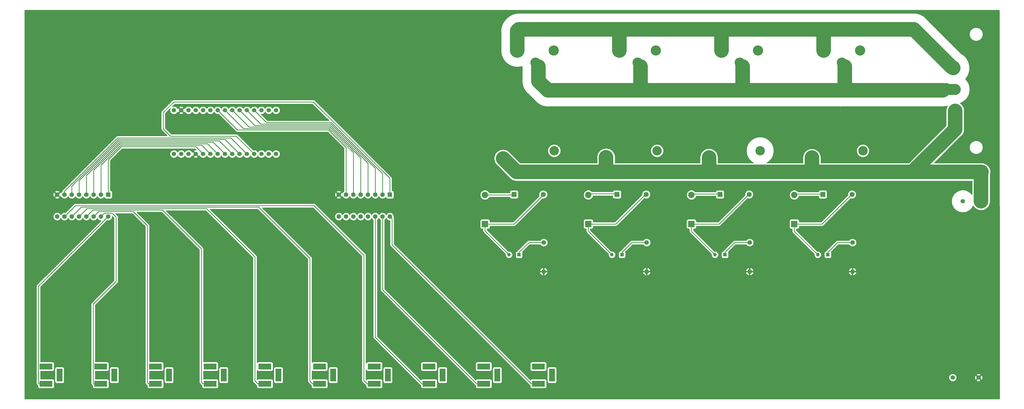
<source format=gtl>
G04 #@! TF.GenerationSoftware,KiCad,Pcbnew,5.1.5-52549c5~84~ubuntu18.04.1*
G04 #@! TF.CreationDate,2020-03-01T14:46:41-05:00*
G04 #@! TF.ProjectId,cropdroid-doser,63726f70-6472-46f6-9964-2d646f736572,0.5a*
G04 #@! TF.SameCoordinates,Original*
G04 #@! TF.FileFunction,Copper,L1,Top*
G04 #@! TF.FilePolarity,Positive*
%FSLAX46Y46*%
G04 Gerber Fmt 4.6, Leading zero omitted, Abs format (unit mm)*
G04 Created by KiCad (PCBNEW 5.1.5-52549c5~84~ubuntu18.04.1) date 2020-03-01 14:46:41*
%MOMM*%
%LPD*%
G04 APERTURE LIST*
%ADD10C,1.524000*%
%ADD11C,1.530000*%
%ADD12R,4.500000X2.000000*%
%ADD13R,2.000000X4.500000*%
%ADD14R,2.700000X2.700000*%
%ADD15C,2.700000*%
%ADD16C,1.600000*%
%ADD17R,1.600000X1.600000*%
%ADD18O,2.200000X2.200000*%
%ADD19R,2.200000X2.200000*%
%ADD20C,1.230000*%
%ADD21R,1.230000X1.230000*%
%ADD22C,3.556000*%
%ADD23R,3.556000X3.556000*%
%ADD24C,3.290000*%
%ADD25C,3.090000*%
%ADD26R,1.760000X1.760000*%
%ADD27C,1.760000*%
%ADD28O,1.600000X1.600000*%
%ADD29C,0.254000*%
%ADD30C,3.810000*%
%ADD31C,5.080000*%
G04 APERTURE END LIST*
D10*
X369988000Y-99537000D03*
X375488000Y-99537000D03*
X366488000Y-161037000D03*
X375488000Y-161037000D03*
D11*
X95312000Y-83035000D03*
X97852000Y-83035000D03*
X100392000Y-83035000D03*
X102932000Y-83035000D03*
X105472000Y-83035000D03*
X108012000Y-83035000D03*
X110552000Y-83035000D03*
X113092000Y-83035000D03*
X115632000Y-83035000D03*
X118172000Y-83035000D03*
X120712000Y-83035000D03*
X123252000Y-83035000D03*
X125792000Y-83035000D03*
X128332000Y-83035000D03*
X130872000Y-83035000D03*
X95312000Y-67795000D03*
X97852000Y-67795000D03*
X100392000Y-67795000D03*
X102932000Y-67795000D03*
X105472000Y-67795000D03*
X108012000Y-67795000D03*
X110552000Y-67795000D03*
X113092000Y-67795000D03*
X115632000Y-67795000D03*
X118172000Y-67795000D03*
X120712000Y-67795000D03*
X123252000Y-67795000D03*
X125792000Y-67795000D03*
X128332000Y-67795000D03*
X130872000Y-67795000D03*
D12*
X222250000Y-163174800D03*
X222250000Y-157174800D03*
D13*
X226950000Y-160174800D03*
D12*
X203200000Y-163174800D03*
X203200000Y-157174800D03*
D13*
X207900000Y-160174800D03*
D12*
X184150000Y-163174800D03*
X184150000Y-157174800D03*
D13*
X188850000Y-160174800D03*
D12*
X165100000Y-163174800D03*
X165100000Y-157174800D03*
D13*
X169800000Y-160174800D03*
D12*
X146050000Y-163174800D03*
X146050000Y-157174800D03*
D13*
X150750000Y-160174800D03*
D12*
X127000000Y-163174800D03*
X127000000Y-157174800D03*
D13*
X131700000Y-160174800D03*
D12*
X107950000Y-163174800D03*
X107950000Y-157174800D03*
D13*
X112650000Y-160174800D03*
D12*
X88900000Y-163174800D03*
X88900000Y-157174800D03*
D13*
X93600000Y-160174800D03*
D12*
X69850000Y-163174800D03*
X69850000Y-157174800D03*
D13*
X74550000Y-160174800D03*
D12*
X50800000Y-163174800D03*
X50800000Y-157174800D03*
D13*
X55500000Y-160174800D03*
D14*
X367339880Y-68018660D03*
D15*
X367339880Y-61018660D03*
X367339880Y-54018660D03*
D16*
X152709880Y-104848660D03*
X152709880Y-97228660D03*
X170489880Y-104848660D03*
X167949880Y-104848660D03*
X165409880Y-104848660D03*
X162869880Y-104848660D03*
X160329880Y-104848660D03*
X157789880Y-104848660D03*
X155249880Y-104848660D03*
X155249880Y-97228660D03*
X157789880Y-97228660D03*
X160329880Y-97228660D03*
X162869880Y-97228660D03*
X165409880Y-97228660D03*
X167949880Y-97228660D03*
D17*
X170489880Y-97228660D03*
D18*
X203634340Y-97327720D03*
D19*
X203634340Y-107487720D03*
D20*
X211984000Y-118203980D03*
D21*
X215484000Y-118203980D03*
D18*
X239615980Y-97327720D03*
D19*
X239615980Y-107487720D03*
D20*
X247834000Y-118203980D03*
D21*
X251334000Y-118203980D03*
D18*
X275483320Y-97327720D03*
D19*
X275483320Y-107487720D03*
D20*
X283684000Y-118203980D03*
D21*
X287184000Y-118203980D03*
D18*
X311322720Y-97327720D03*
D19*
X311322720Y-107487720D03*
D20*
X319498000Y-118203980D03*
D21*
X322998000Y-118203980D03*
D22*
X221234000Y-51191000D03*
X227584000Y-47001000D03*
D23*
X214884000Y-47001000D03*
D22*
X256794000Y-51191000D03*
X263144000Y-47001000D03*
D23*
X250444000Y-47001000D03*
D22*
X292354000Y-51191000D03*
X298704000Y-47001000D03*
D23*
X286004000Y-47001000D03*
D22*
X327914000Y-51191000D03*
X334264000Y-47001000D03*
D23*
X321564000Y-47001000D03*
D24*
X227704000Y-81915000D03*
D25*
X209924000Y-84455000D03*
D26*
X213734000Y-97155000D03*
D27*
X223894000Y-97155000D03*
D24*
X263554000Y-81915000D03*
D25*
X245774000Y-84455000D03*
D26*
X249584000Y-97155000D03*
D27*
X259744000Y-97155000D03*
D24*
X299404000Y-81915000D03*
D25*
X281624000Y-84455000D03*
D26*
X285434000Y-97155000D03*
D27*
X295594000Y-97155000D03*
D24*
X335218000Y-81915000D03*
D25*
X317438000Y-84455000D03*
D26*
X321248000Y-97155000D03*
D27*
X331408000Y-97155000D03*
D16*
X54665880Y-104848660D03*
X54665880Y-97228660D03*
X72445880Y-104848660D03*
X69905880Y-104848660D03*
X67365880Y-104848660D03*
X64825880Y-104848660D03*
X62285880Y-104848660D03*
X59745880Y-104848660D03*
X57205880Y-104848660D03*
X57205880Y-97228660D03*
X59745880Y-97228660D03*
X62285880Y-97228660D03*
X64825880Y-97228660D03*
X67365880Y-97228660D03*
X69905880Y-97228660D03*
D17*
X72445880Y-97228660D03*
D28*
X224063560Y-124084080D03*
D16*
X224063560Y-113924080D03*
D28*
X259913560Y-124084080D03*
D16*
X259913560Y-113924080D03*
D28*
X295763560Y-124084080D03*
D16*
X295763560Y-113924080D03*
D28*
X331577560Y-124084080D03*
D16*
X331577560Y-113924080D03*
D29*
X203647620Y-97341000D02*
X203634340Y-97327720D01*
X213734000Y-97341000D02*
X203647620Y-97341000D01*
X203634340Y-109854320D02*
X212039200Y-118259180D01*
X203634340Y-107487720D02*
X203634340Y-109854320D01*
X213747280Y-107487720D02*
X223894000Y-97341000D01*
X203634340Y-107487720D02*
X213747280Y-107487720D01*
X222932190Y-113924080D02*
X224063560Y-113924080D01*
X215484000Y-117334980D02*
X218894900Y-113924080D01*
X218894900Y-113924080D02*
X222932190Y-113924080D01*
X215484000Y-118203980D02*
X215484000Y-117334980D01*
X240052700Y-96891000D02*
X239615980Y-97327720D01*
X249584000Y-96891000D02*
X240052700Y-96891000D01*
X239615980Y-109985960D02*
X247834000Y-118203980D01*
X239615980Y-107487720D02*
X239615980Y-109985960D01*
X249147280Y-107487720D02*
X259744000Y-96891000D01*
X239615980Y-107487720D02*
X249147280Y-107487720D01*
X258782190Y-113924080D02*
X259913560Y-113924080D01*
X254744900Y-113924080D02*
X258782190Y-113924080D01*
X251334000Y-117334980D02*
X254744900Y-113924080D01*
X251334000Y-118203980D02*
X251334000Y-117334980D01*
X275483320Y-110003300D02*
X283684000Y-118203980D01*
X275483320Y-107487720D02*
X275483320Y-110003300D01*
X285097280Y-107487720D02*
X295594000Y-96991000D01*
X275483320Y-107487720D02*
X285097280Y-107487720D01*
X275820040Y-96991000D02*
X275483320Y-97327720D01*
X285434000Y-96991000D02*
X275820040Y-96991000D01*
X290594900Y-113924080D02*
X294632190Y-113924080D01*
X294632190Y-113924080D02*
X295763560Y-113924080D01*
X287184000Y-117334980D02*
X290594900Y-113924080D01*
X287184000Y-118203980D02*
X287184000Y-117334980D01*
X311322720Y-110028700D02*
X319498000Y-118203980D01*
X311322720Y-107487720D02*
X311322720Y-110028700D01*
X320961280Y-107487720D02*
X331408000Y-97041000D01*
X311322720Y-107487720D02*
X320961280Y-107487720D01*
X311609440Y-97041000D02*
X311322720Y-97327720D01*
X321248000Y-97041000D02*
X311609440Y-97041000D01*
X330446190Y-113924080D02*
X331577560Y-113924080D01*
X326408900Y-113924080D02*
X330446190Y-113924080D01*
X322998000Y-117334980D02*
X326408900Y-113924080D01*
X322998000Y-118203980D02*
X322998000Y-117334980D01*
X71645881Y-105648659D02*
X72445880Y-104848660D01*
X51224770Y-126069770D02*
X71645881Y-105648659D01*
X51038000Y-126256540D02*
X51224770Y-126069770D01*
X48296000Y-163174800D02*
X50800000Y-163174800D01*
X48168999Y-129125541D02*
X48168999Y-163047799D01*
X48168999Y-163047799D02*
X48296000Y-163174800D01*
X49891270Y-127403270D02*
X48168999Y-129125541D01*
X49891270Y-127403270D02*
X49754999Y-127539541D01*
X51224770Y-126069770D02*
X49891270Y-127403270D01*
X67346000Y-163174800D02*
X69850000Y-163174800D01*
X75195200Y-127485000D02*
X67218999Y-135461201D01*
X69905880Y-104848660D02*
X71086881Y-103667659D01*
X67218999Y-135461201D02*
X67218999Y-163047799D01*
X71086881Y-103667659D02*
X73550879Y-103667659D01*
X73550879Y-103667659D02*
X73626881Y-103743661D01*
X73626881Y-103743661D02*
X73882061Y-103743661D01*
X73882061Y-103743661D02*
X75195200Y-105056800D01*
X67218999Y-163047799D02*
X67346000Y-163174800D01*
X75195200Y-105056800D02*
X75195200Y-127485000D01*
X86071001Y-108059781D02*
X81081880Y-103070660D01*
X69143880Y-103070660D02*
X67365880Y-104848660D01*
X81081880Y-103070660D02*
X69143880Y-103070660D01*
X86396000Y-163174800D02*
X88900000Y-163174800D01*
X86071001Y-162849801D02*
X86396000Y-163174800D01*
X86071001Y-108059781D02*
X86071001Y-162849801D01*
X104862400Y-162591200D02*
X105446000Y-163174800D01*
X104862400Y-116131200D02*
X104862400Y-162591200D01*
X105446000Y-163174800D02*
X107950000Y-163174800D01*
X91293860Y-102562660D02*
X104862400Y-116131200D01*
X67111880Y-102562660D02*
X91293860Y-102562660D01*
X64825880Y-104848660D02*
X67111880Y-102562660D01*
X102932000Y-80495000D02*
X105472000Y-83035000D01*
X72445880Y-96174660D02*
X72452000Y-96168540D01*
X72445880Y-97228660D02*
X72445880Y-96174660D01*
X102932000Y-80495000D02*
X88454000Y-80495000D01*
X88454000Y-80495000D02*
X88125540Y-80495000D01*
X72445880Y-96174660D02*
X72445880Y-85073120D01*
X77024000Y-80495000D02*
X80326000Y-80495000D01*
X72445880Y-85073120D02*
X77024000Y-80495000D01*
X80072000Y-80495000D02*
X80326000Y-80495000D01*
X80326000Y-80495000D02*
X88454000Y-80495000D01*
X104963990Y-79986990D02*
X108012000Y-83035000D01*
X76813575Y-79986991D02*
X104963990Y-79986990D01*
X69905880Y-86894686D02*
X76813575Y-79986991D01*
X69905880Y-97228660D02*
X69905880Y-86894686D01*
X76603152Y-79478980D02*
X106995980Y-79478980D01*
X106995980Y-79478980D02*
X110552000Y-83035000D01*
X67365880Y-88716252D02*
X76603152Y-79478980D01*
X67365880Y-97228660D02*
X67365880Y-88716252D01*
X113092000Y-83035000D02*
X109027970Y-78970970D01*
X83373970Y-78970970D02*
X83083570Y-78970970D01*
X109027970Y-78970970D02*
X83373970Y-78970970D01*
X79440727Y-78970971D02*
X83373970Y-78970970D01*
X76392728Y-78970970D02*
X79440727Y-78970971D01*
X64825880Y-90537818D02*
X76392728Y-78970970D01*
X64825880Y-97228660D02*
X64825880Y-90537818D01*
X115632000Y-83035000D02*
X111059960Y-78462960D01*
X76182304Y-78462960D02*
X79310040Y-78462960D01*
X62285880Y-97228660D02*
X62285880Y-92359384D01*
X111059960Y-78462960D02*
X79310040Y-78462960D01*
X62285880Y-92359384D02*
X76182304Y-78462960D01*
X79310040Y-78462960D02*
X79230304Y-78462960D01*
X118172000Y-83035000D02*
X113091950Y-77954950D01*
X113091950Y-77954950D02*
X79019590Y-77954950D01*
X59745880Y-97228660D02*
X59745880Y-94180950D01*
X75971880Y-77954950D02*
X79310000Y-77954950D01*
X59745880Y-94180950D02*
X75971880Y-77954950D01*
X120712000Y-83035000D02*
X115123941Y-77446941D01*
X115123941Y-77446941D02*
X76987599Y-77446941D01*
X75761456Y-77446940D02*
X77278000Y-77446940D01*
X57205880Y-97228660D02*
X57205880Y-96002516D01*
X57205880Y-96002516D02*
X75761456Y-77446940D01*
X155249880Y-96097290D02*
X155256000Y-96091170D01*
X155249880Y-97228660D02*
X155249880Y-96097290D01*
X155256000Y-96091170D02*
X155256000Y-80749000D01*
X155256000Y-80749000D02*
X149160000Y-74653000D01*
X117410000Y-74653000D02*
X110552000Y-67795000D01*
X149160000Y-74653000D02*
X117410000Y-74653000D01*
X157789880Y-82564446D02*
X149370434Y-74145000D01*
X157789880Y-97228660D02*
X157789880Y-82564446D01*
X119442000Y-74145000D02*
X113092000Y-67795000D01*
X149370434Y-74145000D02*
X119442000Y-74145000D01*
X160329880Y-84386012D02*
X149580868Y-73637000D01*
X160329880Y-97228660D02*
X160329880Y-84386012D01*
X121474000Y-73637000D02*
X115632000Y-67795000D01*
X149580868Y-73637000D02*
X121474000Y-73637000D01*
X162869880Y-86207578D02*
X149791302Y-73129000D01*
X162869880Y-97228660D02*
X162869880Y-86207578D01*
X123506000Y-73129000D02*
X118172000Y-67795000D01*
X149791302Y-73129000D02*
X123506000Y-73129000D01*
X165409880Y-88029144D02*
X150001736Y-72621000D01*
X165409880Y-97228660D02*
X165409880Y-88029144D01*
X125538000Y-72621000D02*
X120712000Y-67795000D01*
X150001736Y-72621000D02*
X125538000Y-72621000D01*
X167949880Y-89850710D02*
X150212160Y-72112990D01*
X167949880Y-97228660D02*
X167949880Y-89850710D01*
X127569990Y-72112990D02*
X123252000Y-67795000D01*
X150212160Y-72112990D02*
X127569990Y-72112990D01*
X117029000Y-76812000D02*
X123252000Y-83035000D01*
X94169000Y-76812000D02*
X117029000Y-76812000D01*
X170489880Y-91537880D02*
X143826000Y-64874000D01*
X170489880Y-97228660D02*
X170489880Y-91537880D01*
X143826000Y-64874000D02*
X95312000Y-64874000D01*
X91629000Y-68557000D02*
X91629000Y-74272000D01*
X95312000Y-64874000D02*
X91629000Y-68557000D01*
X91629000Y-74272000D02*
X94169000Y-76812000D01*
D30*
X364418870Y-60525650D02*
X367339880Y-60525650D01*
X363536000Y-61191000D02*
X364098830Y-60205610D01*
X364098830Y-60205610D02*
X364418870Y-60525650D01*
D31*
X293370001Y-53249401D02*
X293370001Y-52568683D01*
X293335610Y-53283792D02*
X293370001Y-53249401D01*
X293335610Y-60205610D02*
X293335610Y-53283792D01*
X257810001Y-58991499D02*
X257810001Y-52568683D01*
X222250001Y-57598401D02*
X222250001Y-52568683D01*
X225492210Y-60840610D02*
X222250001Y-57598401D01*
X328930001Y-59220999D02*
X328930001Y-52568683D01*
X327310390Y-60840610D02*
X328930001Y-59220999D01*
X327310390Y-60840610D02*
X225492210Y-60840610D01*
X363023189Y-60840610D02*
X327310390Y-60840610D01*
X365961737Y-52640517D02*
X366648257Y-53032640D01*
X352956219Y-39634999D02*
X365961737Y-52640517D01*
X214884000Y-47001000D02*
X214884000Y-40143000D01*
X214884000Y-40143000D02*
X215392001Y-39634999D01*
X321564000Y-39733998D02*
X321564000Y-47001000D01*
X321465001Y-39634999D02*
X352956219Y-39634999D01*
X321465001Y-39634999D02*
X321564000Y-39733998D01*
X285495999Y-39634999D02*
X286004000Y-40143000D01*
X284956999Y-39634999D02*
X285495999Y-39634999D01*
X284956999Y-39634999D02*
X321465001Y-39634999D01*
X286004000Y-40143000D02*
X286004000Y-47001000D01*
X250980001Y-39634999D02*
X250952001Y-39634999D01*
X250444000Y-40143000D02*
X250444000Y-47001000D01*
X250952001Y-39634999D02*
X250444000Y-40143000D01*
X250980001Y-39634999D02*
X284956999Y-39634999D01*
X215392001Y-39634999D02*
X250980001Y-39634999D01*
D29*
X124496000Y-163174800D02*
X127000000Y-163174800D01*
X123506000Y-162184800D02*
X124496000Y-163174800D01*
X123506000Y-118925200D02*
X123506000Y-162184800D01*
X106635460Y-102054660D02*
X123506000Y-118925200D01*
X65079880Y-102054660D02*
X106635460Y-102054660D01*
X62285880Y-104848660D02*
X65079880Y-102054660D01*
X142683000Y-162311800D02*
X143546000Y-163174800D01*
X59745880Y-104848660D02*
X63047880Y-101546660D01*
X143546000Y-163174800D02*
X146050000Y-163174800D01*
X63047880Y-101546660D02*
X106425026Y-101546660D01*
X142683000Y-119458600D02*
X142683000Y-162311800D01*
X106425026Y-101546660D02*
X106425035Y-101546651D01*
X124771051Y-101546651D02*
X142683000Y-119458600D01*
X106425035Y-101546651D02*
X124771051Y-101546651D01*
X162596000Y-163174800D02*
X165100000Y-163174800D01*
X161479000Y-162057800D02*
X162596000Y-163174800D01*
X57205880Y-104848660D02*
X61015880Y-101038660D01*
X61015880Y-101038660D02*
X106214592Y-101038660D01*
X106214592Y-101038660D02*
X106214611Y-101038641D01*
X106214611Y-101038641D02*
X144100441Y-101038641D01*
X144100441Y-101038641D02*
X161479000Y-118417200D01*
X161479000Y-118417200D02*
X161479000Y-162057800D01*
X165409880Y-105980030D02*
X165409880Y-104848660D01*
X165409880Y-125243680D02*
X165409880Y-105980030D01*
X165409880Y-125573550D02*
X165409880Y-125243680D01*
X181646000Y-163174800D02*
X184150000Y-163174800D01*
X165409880Y-146938680D02*
X181646000Y-163174800D01*
X165409880Y-125243680D02*
X165409880Y-146938680D01*
X200696000Y-163174800D02*
X203200000Y-163174800D01*
X167949880Y-130428680D02*
X200696000Y-163174800D01*
X167949880Y-104848660D02*
X167949880Y-130428680D01*
X219746000Y-163174800D02*
X222250000Y-163174800D01*
X171289879Y-114718679D02*
X219746000Y-163174800D01*
X171289879Y-105648659D02*
X171289879Y-114718679D01*
X170489880Y-104848660D02*
X171289879Y-105648659D01*
D31*
X211468999Y-86185999D02*
X209924000Y-84641000D01*
X214617001Y-89334001D02*
X211468999Y-86185999D01*
X245774000Y-89035680D02*
X245774000Y-84191000D01*
X246072321Y-89334001D02*
X245774000Y-89035680D01*
X246072321Y-89334001D02*
X214617001Y-89334001D01*
X281624000Y-89325220D02*
X281624000Y-84291000D01*
X281615219Y-89334001D02*
X281624000Y-89325220D01*
X281615219Y-89334001D02*
X246072321Y-89334001D01*
X316623361Y-89334001D02*
X317438000Y-88519362D01*
X317438000Y-88519362D02*
X317438000Y-84341000D01*
X305343221Y-89334001D02*
X281615219Y-89334001D01*
X316623361Y-89334001D02*
X305343221Y-89334001D01*
X367339880Y-74448660D02*
X367339880Y-68018660D01*
X352454539Y-89334001D02*
X367339880Y-74448660D01*
X305343221Y-89334001D02*
X352454539Y-89334001D01*
X376338001Y-89485801D02*
X376338001Y-99537000D01*
X352454539Y-89334001D02*
X376489801Y-89334001D01*
X376489801Y-89334001D02*
X376338001Y-89485801D01*
D29*
G36*
X382731639Y-168492638D02*
G01*
X43394000Y-168481023D01*
X43394000Y-129125541D01*
X47403313Y-129125541D01*
X47406999Y-129162964D01*
X47407000Y-163010366D01*
X47403313Y-163047799D01*
X47418026Y-163197177D01*
X47461598Y-163340814D01*
X47532354Y-163473191D01*
X47603720Y-163560150D01*
X47627578Y-163589221D01*
X47656650Y-163613080D01*
X47730713Y-163687142D01*
X47754578Y-163716222D01*
X47870608Y-163811445D01*
X47911928Y-163833531D01*
X47911928Y-164174800D01*
X47924188Y-164299282D01*
X47960498Y-164418980D01*
X48019463Y-164529294D01*
X48098815Y-164625985D01*
X48195506Y-164705337D01*
X48305820Y-164764302D01*
X48425518Y-164800612D01*
X48550000Y-164812872D01*
X53050000Y-164812872D01*
X53174482Y-164800612D01*
X53294180Y-164764302D01*
X53404494Y-164705337D01*
X53501185Y-164625985D01*
X53580537Y-164529294D01*
X53639502Y-164418980D01*
X53675812Y-164299282D01*
X53688072Y-164174800D01*
X53688072Y-162174800D01*
X53675812Y-162050318D01*
X53639502Y-161930620D01*
X53580537Y-161820306D01*
X53501185Y-161723615D01*
X53404494Y-161644263D01*
X53294180Y-161585298D01*
X53174482Y-161548988D01*
X53050000Y-161536728D01*
X48930999Y-161536728D01*
X48930999Y-158812872D01*
X53050000Y-158812872D01*
X53174482Y-158800612D01*
X53294180Y-158764302D01*
X53404494Y-158705337D01*
X53501185Y-158625985D01*
X53580537Y-158529294D01*
X53639502Y-158418980D01*
X53675812Y-158299282D01*
X53688072Y-158174800D01*
X53688072Y-157924800D01*
X53861928Y-157924800D01*
X53861928Y-162424800D01*
X53874188Y-162549282D01*
X53910498Y-162668980D01*
X53969463Y-162779294D01*
X54048815Y-162875985D01*
X54145506Y-162955337D01*
X54255820Y-163014302D01*
X54375518Y-163050612D01*
X54500000Y-163062872D01*
X56500000Y-163062872D01*
X56624482Y-163050612D01*
X56744180Y-163014302D01*
X56854494Y-162955337D01*
X56951185Y-162875985D01*
X57030537Y-162779294D01*
X57089502Y-162668980D01*
X57125812Y-162549282D01*
X57138072Y-162424800D01*
X57138072Y-157924800D01*
X57125812Y-157800318D01*
X57089502Y-157680620D01*
X57030537Y-157570306D01*
X56951185Y-157473615D01*
X56854494Y-157394263D01*
X56744180Y-157335298D01*
X56624482Y-157298988D01*
X56500000Y-157286728D01*
X54500000Y-157286728D01*
X54375518Y-157298988D01*
X54255820Y-157335298D01*
X54145506Y-157394263D01*
X54048815Y-157473615D01*
X53969463Y-157570306D01*
X53910498Y-157680620D01*
X53874188Y-157800318D01*
X53861928Y-157924800D01*
X53688072Y-157924800D01*
X53688072Y-156174800D01*
X53675812Y-156050318D01*
X53639502Y-155930620D01*
X53580537Y-155820306D01*
X53501185Y-155723615D01*
X53404494Y-155644263D01*
X53294180Y-155585298D01*
X53174482Y-155548988D01*
X53050000Y-155536728D01*
X48930999Y-155536728D01*
X48930999Y-129441171D01*
X50456549Y-127915622D01*
X50456553Y-127915617D01*
X51790049Y-126582122D01*
X51790054Y-126582116D01*
X72124354Y-106247817D01*
X72304545Y-106283660D01*
X72587215Y-106283660D01*
X72864454Y-106228513D01*
X73125607Y-106120340D01*
X73360639Y-105963297D01*
X73560517Y-105763419D01*
X73717560Y-105528387D01*
X73825733Y-105267234D01*
X73880880Y-104989995D01*
X73880880Y-104820110D01*
X74433200Y-105372431D01*
X74433201Y-127169369D01*
X66706653Y-134895917D01*
X66677577Y-134919779D01*
X66621982Y-134987523D01*
X66582354Y-135035809D01*
X66544534Y-135106566D01*
X66511597Y-135168187D01*
X66468025Y-135311824D01*
X66456999Y-135423775D01*
X66453313Y-135461201D01*
X66456999Y-135498624D01*
X66457000Y-163010366D01*
X66453313Y-163047799D01*
X66468026Y-163197177D01*
X66511598Y-163340814D01*
X66582354Y-163473191D01*
X66653720Y-163560150D01*
X66677578Y-163589221D01*
X66706650Y-163613080D01*
X66780713Y-163687142D01*
X66804578Y-163716222D01*
X66920608Y-163811445D01*
X66961928Y-163833531D01*
X66961928Y-164174800D01*
X66974188Y-164299282D01*
X67010498Y-164418980D01*
X67069463Y-164529294D01*
X67148815Y-164625985D01*
X67245506Y-164705337D01*
X67355820Y-164764302D01*
X67475518Y-164800612D01*
X67600000Y-164812872D01*
X72100000Y-164812872D01*
X72224482Y-164800612D01*
X72344180Y-164764302D01*
X72454494Y-164705337D01*
X72551185Y-164625985D01*
X72630537Y-164529294D01*
X72689502Y-164418980D01*
X72725812Y-164299282D01*
X72738072Y-164174800D01*
X72738072Y-162174800D01*
X72725812Y-162050318D01*
X72689502Y-161930620D01*
X72630537Y-161820306D01*
X72551185Y-161723615D01*
X72454494Y-161644263D01*
X72344180Y-161585298D01*
X72224482Y-161548988D01*
X72100000Y-161536728D01*
X67980999Y-161536728D01*
X67980999Y-158812872D01*
X72100000Y-158812872D01*
X72224482Y-158800612D01*
X72344180Y-158764302D01*
X72454494Y-158705337D01*
X72551185Y-158625985D01*
X72630537Y-158529294D01*
X72689502Y-158418980D01*
X72725812Y-158299282D01*
X72738072Y-158174800D01*
X72738072Y-157924800D01*
X72911928Y-157924800D01*
X72911928Y-162424800D01*
X72924188Y-162549282D01*
X72960498Y-162668980D01*
X73019463Y-162779294D01*
X73098815Y-162875985D01*
X73195506Y-162955337D01*
X73305820Y-163014302D01*
X73425518Y-163050612D01*
X73550000Y-163062872D01*
X75550000Y-163062872D01*
X75674482Y-163050612D01*
X75794180Y-163014302D01*
X75904494Y-162955337D01*
X76001185Y-162875985D01*
X76080537Y-162779294D01*
X76139502Y-162668980D01*
X76175812Y-162549282D01*
X76188072Y-162424800D01*
X76188072Y-157924800D01*
X76175812Y-157800318D01*
X76139502Y-157680620D01*
X76080537Y-157570306D01*
X76001185Y-157473615D01*
X75904494Y-157394263D01*
X75794180Y-157335298D01*
X75674482Y-157298988D01*
X75550000Y-157286728D01*
X73550000Y-157286728D01*
X73425518Y-157298988D01*
X73305820Y-157335298D01*
X73195506Y-157394263D01*
X73098815Y-157473615D01*
X73019463Y-157570306D01*
X72960498Y-157680620D01*
X72924188Y-157800318D01*
X72911928Y-157924800D01*
X72738072Y-157924800D01*
X72738072Y-156174800D01*
X72725812Y-156050318D01*
X72689502Y-155930620D01*
X72630537Y-155820306D01*
X72551185Y-155723615D01*
X72454494Y-155644263D01*
X72344180Y-155585298D01*
X72224482Y-155548988D01*
X72100000Y-155536728D01*
X67980999Y-155536728D01*
X67980999Y-135776831D01*
X75707546Y-128050284D01*
X75736622Y-128026422D01*
X75803697Y-127944691D01*
X75831845Y-127910393D01*
X75902601Y-127778016D01*
X75902602Y-127778015D01*
X75946174Y-127634378D01*
X75957200Y-127522426D01*
X75957200Y-127522423D01*
X75960886Y-127485000D01*
X75957200Y-127447577D01*
X75957200Y-105094223D01*
X75960886Y-105056800D01*
X75956475Y-105012014D01*
X75946174Y-104907422D01*
X75902602Y-104763785D01*
X75831846Y-104631409D01*
X75831845Y-104631407D01*
X75760479Y-104544448D01*
X75736622Y-104515378D01*
X75707553Y-104491522D01*
X75048690Y-103832660D01*
X80766250Y-103832660D01*
X85309001Y-108375411D01*
X85309002Y-162812368D01*
X85305315Y-162849801D01*
X85320028Y-162999179D01*
X85363600Y-163142816D01*
X85434356Y-163275193D01*
X85501400Y-163356886D01*
X85529580Y-163391223D01*
X85558650Y-163415080D01*
X85830716Y-163687146D01*
X85854578Y-163716222D01*
X85970608Y-163811445D01*
X86011928Y-163833531D01*
X86011928Y-164174800D01*
X86024188Y-164299282D01*
X86060498Y-164418980D01*
X86119463Y-164529294D01*
X86198815Y-164625985D01*
X86295506Y-164705337D01*
X86405820Y-164764302D01*
X86525518Y-164800612D01*
X86650000Y-164812872D01*
X91150000Y-164812872D01*
X91274482Y-164800612D01*
X91394180Y-164764302D01*
X91504494Y-164705337D01*
X91601185Y-164625985D01*
X91680537Y-164529294D01*
X91739502Y-164418980D01*
X91775812Y-164299282D01*
X91788072Y-164174800D01*
X91788072Y-162174800D01*
X91775812Y-162050318D01*
X91739502Y-161930620D01*
X91680537Y-161820306D01*
X91601185Y-161723615D01*
X91504494Y-161644263D01*
X91394180Y-161585298D01*
X91274482Y-161548988D01*
X91150000Y-161536728D01*
X86833001Y-161536728D01*
X86833001Y-158812872D01*
X91150000Y-158812872D01*
X91274482Y-158800612D01*
X91394180Y-158764302D01*
X91504494Y-158705337D01*
X91601185Y-158625985D01*
X91680537Y-158529294D01*
X91739502Y-158418980D01*
X91775812Y-158299282D01*
X91788072Y-158174800D01*
X91788072Y-157924800D01*
X91961928Y-157924800D01*
X91961928Y-162424800D01*
X91974188Y-162549282D01*
X92010498Y-162668980D01*
X92069463Y-162779294D01*
X92148815Y-162875985D01*
X92245506Y-162955337D01*
X92355820Y-163014302D01*
X92475518Y-163050612D01*
X92600000Y-163062872D01*
X94600000Y-163062872D01*
X94724482Y-163050612D01*
X94844180Y-163014302D01*
X94954494Y-162955337D01*
X95051185Y-162875985D01*
X95130537Y-162779294D01*
X95189502Y-162668980D01*
X95225812Y-162549282D01*
X95238072Y-162424800D01*
X95238072Y-157924800D01*
X95225812Y-157800318D01*
X95189502Y-157680620D01*
X95130537Y-157570306D01*
X95051185Y-157473615D01*
X94954494Y-157394263D01*
X94844180Y-157335298D01*
X94724482Y-157298988D01*
X94600000Y-157286728D01*
X92600000Y-157286728D01*
X92475518Y-157298988D01*
X92355820Y-157335298D01*
X92245506Y-157394263D01*
X92148815Y-157473615D01*
X92069463Y-157570306D01*
X92010498Y-157680620D01*
X91974188Y-157800318D01*
X91961928Y-157924800D01*
X91788072Y-157924800D01*
X91788072Y-156174800D01*
X91775812Y-156050318D01*
X91739502Y-155930620D01*
X91680537Y-155820306D01*
X91601185Y-155723615D01*
X91504494Y-155644263D01*
X91394180Y-155585298D01*
X91274482Y-155548988D01*
X91150000Y-155536728D01*
X86833001Y-155536728D01*
X86833001Y-108097204D01*
X86836687Y-108059781D01*
X86833001Y-108022355D01*
X86821975Y-107910403D01*
X86778403Y-107766766D01*
X86745466Y-107705145D01*
X86707646Y-107634388D01*
X86672858Y-107592000D01*
X86612423Y-107518359D01*
X86583348Y-107494498D01*
X82413510Y-103324660D01*
X90978230Y-103324660D01*
X104100400Y-116446831D01*
X104100401Y-162553767D01*
X104096714Y-162591200D01*
X104111427Y-162740578D01*
X104154999Y-162884215D01*
X104225755Y-163016592D01*
X104275730Y-163077486D01*
X104320979Y-163132622D01*
X104350049Y-163156479D01*
X104880720Y-163687151D01*
X104904578Y-163716222D01*
X105020608Y-163811445D01*
X105061928Y-163833531D01*
X105061928Y-164174800D01*
X105074188Y-164299282D01*
X105110498Y-164418980D01*
X105169463Y-164529294D01*
X105248815Y-164625985D01*
X105345506Y-164705337D01*
X105455820Y-164764302D01*
X105575518Y-164800612D01*
X105700000Y-164812872D01*
X110200000Y-164812872D01*
X110324482Y-164800612D01*
X110444180Y-164764302D01*
X110554494Y-164705337D01*
X110651185Y-164625985D01*
X110730537Y-164529294D01*
X110789502Y-164418980D01*
X110825812Y-164299282D01*
X110838072Y-164174800D01*
X110838072Y-162174800D01*
X110825812Y-162050318D01*
X110789502Y-161930620D01*
X110730537Y-161820306D01*
X110651185Y-161723615D01*
X110554494Y-161644263D01*
X110444180Y-161585298D01*
X110324482Y-161548988D01*
X110200000Y-161536728D01*
X105700000Y-161536728D01*
X105624400Y-161544174D01*
X105624400Y-158805426D01*
X105700000Y-158812872D01*
X110200000Y-158812872D01*
X110324482Y-158800612D01*
X110444180Y-158764302D01*
X110554494Y-158705337D01*
X110651185Y-158625985D01*
X110730537Y-158529294D01*
X110789502Y-158418980D01*
X110825812Y-158299282D01*
X110838072Y-158174800D01*
X110838072Y-157924800D01*
X111011928Y-157924800D01*
X111011928Y-162424800D01*
X111024188Y-162549282D01*
X111060498Y-162668980D01*
X111119463Y-162779294D01*
X111198815Y-162875985D01*
X111295506Y-162955337D01*
X111405820Y-163014302D01*
X111525518Y-163050612D01*
X111650000Y-163062872D01*
X113650000Y-163062872D01*
X113774482Y-163050612D01*
X113894180Y-163014302D01*
X114004494Y-162955337D01*
X114101185Y-162875985D01*
X114180537Y-162779294D01*
X114239502Y-162668980D01*
X114275812Y-162549282D01*
X114288072Y-162424800D01*
X114288072Y-157924800D01*
X114275812Y-157800318D01*
X114239502Y-157680620D01*
X114180537Y-157570306D01*
X114101185Y-157473615D01*
X114004494Y-157394263D01*
X113894180Y-157335298D01*
X113774482Y-157298988D01*
X113650000Y-157286728D01*
X111650000Y-157286728D01*
X111525518Y-157298988D01*
X111405820Y-157335298D01*
X111295506Y-157394263D01*
X111198815Y-157473615D01*
X111119463Y-157570306D01*
X111060498Y-157680620D01*
X111024188Y-157800318D01*
X111011928Y-157924800D01*
X110838072Y-157924800D01*
X110838072Y-156174800D01*
X110825812Y-156050318D01*
X110789502Y-155930620D01*
X110730537Y-155820306D01*
X110651185Y-155723615D01*
X110554494Y-155644263D01*
X110444180Y-155585298D01*
X110324482Y-155548988D01*
X110200000Y-155536728D01*
X105700000Y-155536728D01*
X105624400Y-155544174D01*
X105624400Y-116168622D01*
X105628086Y-116131199D01*
X105624400Y-116093774D01*
X105613374Y-115981822D01*
X105569802Y-115838185D01*
X105499045Y-115705808D01*
X105403822Y-115589778D01*
X105374753Y-115565922D01*
X92625490Y-102816660D01*
X106319830Y-102816660D01*
X122744000Y-119240831D01*
X122744001Y-162147367D01*
X122740314Y-162184800D01*
X122755027Y-162334178D01*
X122798599Y-162477815D01*
X122869355Y-162610192D01*
X122938500Y-162694445D01*
X122964579Y-162726222D01*
X122993649Y-162750079D01*
X123930721Y-163687151D01*
X123954578Y-163716222D01*
X124070608Y-163811445D01*
X124111928Y-163833531D01*
X124111928Y-164174800D01*
X124124188Y-164299282D01*
X124160498Y-164418980D01*
X124219463Y-164529294D01*
X124298815Y-164625985D01*
X124395506Y-164705337D01*
X124505820Y-164764302D01*
X124625518Y-164800612D01*
X124750000Y-164812872D01*
X129250000Y-164812872D01*
X129374482Y-164800612D01*
X129494180Y-164764302D01*
X129604494Y-164705337D01*
X129701185Y-164625985D01*
X129780537Y-164529294D01*
X129839502Y-164418980D01*
X129875812Y-164299282D01*
X129888072Y-164174800D01*
X129888072Y-162174800D01*
X129875812Y-162050318D01*
X129839502Y-161930620D01*
X129780537Y-161820306D01*
X129701185Y-161723615D01*
X129604494Y-161644263D01*
X129494180Y-161585298D01*
X129374482Y-161548988D01*
X129250000Y-161536728D01*
X124750000Y-161536728D01*
X124625518Y-161548988D01*
X124505820Y-161585298D01*
X124395506Y-161644263D01*
X124298815Y-161723615D01*
X124268000Y-161761163D01*
X124268000Y-158588437D01*
X124298815Y-158625985D01*
X124395506Y-158705337D01*
X124505820Y-158764302D01*
X124625518Y-158800612D01*
X124750000Y-158812872D01*
X129250000Y-158812872D01*
X129374482Y-158800612D01*
X129494180Y-158764302D01*
X129604494Y-158705337D01*
X129701185Y-158625985D01*
X129780537Y-158529294D01*
X129839502Y-158418980D01*
X129875812Y-158299282D01*
X129888072Y-158174800D01*
X129888072Y-157924800D01*
X130061928Y-157924800D01*
X130061928Y-162424800D01*
X130074188Y-162549282D01*
X130110498Y-162668980D01*
X130169463Y-162779294D01*
X130248815Y-162875985D01*
X130345506Y-162955337D01*
X130455820Y-163014302D01*
X130575518Y-163050612D01*
X130700000Y-163062872D01*
X132700000Y-163062872D01*
X132824482Y-163050612D01*
X132944180Y-163014302D01*
X133054494Y-162955337D01*
X133151185Y-162875985D01*
X133230537Y-162779294D01*
X133289502Y-162668980D01*
X133325812Y-162549282D01*
X133338072Y-162424800D01*
X133338072Y-157924800D01*
X133325812Y-157800318D01*
X133289502Y-157680620D01*
X133230537Y-157570306D01*
X133151185Y-157473615D01*
X133054494Y-157394263D01*
X132944180Y-157335298D01*
X132824482Y-157298988D01*
X132700000Y-157286728D01*
X130700000Y-157286728D01*
X130575518Y-157298988D01*
X130455820Y-157335298D01*
X130345506Y-157394263D01*
X130248815Y-157473615D01*
X130169463Y-157570306D01*
X130110498Y-157680620D01*
X130074188Y-157800318D01*
X130061928Y-157924800D01*
X129888072Y-157924800D01*
X129888072Y-156174800D01*
X129875812Y-156050318D01*
X129839502Y-155930620D01*
X129780537Y-155820306D01*
X129701185Y-155723615D01*
X129604494Y-155644263D01*
X129494180Y-155585298D01*
X129374482Y-155548988D01*
X129250000Y-155536728D01*
X124750000Y-155536728D01*
X124625518Y-155548988D01*
X124505820Y-155585298D01*
X124395506Y-155644263D01*
X124298815Y-155723615D01*
X124268000Y-155761163D01*
X124268000Y-118962622D01*
X124271686Y-118925199D01*
X124261764Y-118824459D01*
X124256974Y-118775822D01*
X124213402Y-118632185D01*
X124142645Y-118499808D01*
X124047422Y-118383778D01*
X124018353Y-118359922D01*
X107967081Y-102308651D01*
X124455421Y-102308651D01*
X141921000Y-119774231D01*
X141921001Y-162274367D01*
X141917314Y-162311800D01*
X141932027Y-162461178D01*
X141975599Y-162604815D01*
X142046355Y-162737192D01*
X142115500Y-162821445D01*
X142141579Y-162853222D01*
X142170649Y-162877079D01*
X142980721Y-163687151D01*
X143004578Y-163716222D01*
X143120608Y-163811445D01*
X143161928Y-163833531D01*
X143161928Y-164174800D01*
X143174188Y-164299282D01*
X143210498Y-164418980D01*
X143269463Y-164529294D01*
X143348815Y-164625985D01*
X143445506Y-164705337D01*
X143555820Y-164764302D01*
X143675518Y-164800612D01*
X143800000Y-164812872D01*
X148300000Y-164812872D01*
X148424482Y-164800612D01*
X148544180Y-164764302D01*
X148654494Y-164705337D01*
X148751185Y-164625985D01*
X148830537Y-164529294D01*
X148889502Y-164418980D01*
X148925812Y-164299282D01*
X148938072Y-164174800D01*
X148938072Y-162174800D01*
X148925812Y-162050318D01*
X148889502Y-161930620D01*
X148830537Y-161820306D01*
X148751185Y-161723615D01*
X148654494Y-161644263D01*
X148544180Y-161585298D01*
X148424482Y-161548988D01*
X148300000Y-161536728D01*
X143800000Y-161536728D01*
X143675518Y-161548988D01*
X143555820Y-161585298D01*
X143445506Y-161644263D01*
X143445000Y-161644678D01*
X143445000Y-158704922D01*
X143445506Y-158705337D01*
X143555820Y-158764302D01*
X143675518Y-158800612D01*
X143800000Y-158812872D01*
X148300000Y-158812872D01*
X148424482Y-158800612D01*
X148544180Y-158764302D01*
X148654494Y-158705337D01*
X148751185Y-158625985D01*
X148830537Y-158529294D01*
X148889502Y-158418980D01*
X148925812Y-158299282D01*
X148938072Y-158174800D01*
X148938072Y-157924800D01*
X149111928Y-157924800D01*
X149111928Y-162424800D01*
X149124188Y-162549282D01*
X149160498Y-162668980D01*
X149219463Y-162779294D01*
X149298815Y-162875985D01*
X149395506Y-162955337D01*
X149505820Y-163014302D01*
X149625518Y-163050612D01*
X149750000Y-163062872D01*
X151750000Y-163062872D01*
X151874482Y-163050612D01*
X151994180Y-163014302D01*
X152104494Y-162955337D01*
X152201185Y-162875985D01*
X152280537Y-162779294D01*
X152339502Y-162668980D01*
X152375812Y-162549282D01*
X152388072Y-162424800D01*
X152388072Y-157924800D01*
X152375812Y-157800318D01*
X152339502Y-157680620D01*
X152280537Y-157570306D01*
X152201185Y-157473615D01*
X152104494Y-157394263D01*
X151994180Y-157335298D01*
X151874482Y-157298988D01*
X151750000Y-157286728D01*
X149750000Y-157286728D01*
X149625518Y-157298988D01*
X149505820Y-157335298D01*
X149395506Y-157394263D01*
X149298815Y-157473615D01*
X149219463Y-157570306D01*
X149160498Y-157680620D01*
X149124188Y-157800318D01*
X149111928Y-157924800D01*
X148938072Y-157924800D01*
X148938072Y-156174800D01*
X148925812Y-156050318D01*
X148889502Y-155930620D01*
X148830537Y-155820306D01*
X148751185Y-155723615D01*
X148654494Y-155644263D01*
X148544180Y-155585298D01*
X148424482Y-155548988D01*
X148300000Y-155536728D01*
X143800000Y-155536728D01*
X143675518Y-155548988D01*
X143555820Y-155585298D01*
X143445506Y-155644263D01*
X143445000Y-155644678D01*
X143445000Y-119496022D01*
X143448686Y-119458599D01*
X143438048Y-119350592D01*
X143433974Y-119309222D01*
X143390402Y-119165585D01*
X143319645Y-119033208D01*
X143224422Y-118917178D01*
X143195353Y-118893322D01*
X126102671Y-101800641D01*
X143784811Y-101800641D01*
X160717000Y-118732831D01*
X160717001Y-162020367D01*
X160713314Y-162057800D01*
X160728027Y-162207178D01*
X160771599Y-162350815D01*
X160842355Y-162483192D01*
X160896594Y-162549282D01*
X160937579Y-162599222D01*
X160966649Y-162623079D01*
X162030716Y-163687146D01*
X162054578Y-163716222D01*
X162128219Y-163776657D01*
X162170607Y-163811445D01*
X162211928Y-163833531D01*
X162211928Y-164174800D01*
X162224188Y-164299282D01*
X162260498Y-164418980D01*
X162319463Y-164529294D01*
X162398815Y-164625985D01*
X162495506Y-164705337D01*
X162605820Y-164764302D01*
X162725518Y-164800612D01*
X162850000Y-164812872D01*
X167350000Y-164812872D01*
X167474482Y-164800612D01*
X167594180Y-164764302D01*
X167704494Y-164705337D01*
X167801185Y-164625985D01*
X167880537Y-164529294D01*
X167939502Y-164418980D01*
X167975812Y-164299282D01*
X167988072Y-164174800D01*
X167988072Y-162174800D01*
X167975812Y-162050318D01*
X167939502Y-161930620D01*
X167880537Y-161820306D01*
X167801185Y-161723615D01*
X167704494Y-161644263D01*
X167594180Y-161585298D01*
X167474482Y-161548988D01*
X167350000Y-161536728D01*
X162850000Y-161536728D01*
X162725518Y-161548988D01*
X162605820Y-161585298D01*
X162495506Y-161644263D01*
X162398815Y-161723615D01*
X162319463Y-161820306D01*
X162319349Y-161820519D01*
X162241000Y-161742170D01*
X162241000Y-158354704D01*
X162260498Y-158418980D01*
X162319463Y-158529294D01*
X162398815Y-158625985D01*
X162495506Y-158705337D01*
X162605820Y-158764302D01*
X162725518Y-158800612D01*
X162850000Y-158812872D01*
X167350000Y-158812872D01*
X167474482Y-158800612D01*
X167594180Y-158764302D01*
X167704494Y-158705337D01*
X167801185Y-158625985D01*
X167880537Y-158529294D01*
X167939502Y-158418980D01*
X167975812Y-158299282D01*
X167988072Y-158174800D01*
X167988072Y-157924800D01*
X168161928Y-157924800D01*
X168161928Y-162424800D01*
X168174188Y-162549282D01*
X168210498Y-162668980D01*
X168269463Y-162779294D01*
X168348815Y-162875985D01*
X168445506Y-162955337D01*
X168555820Y-163014302D01*
X168675518Y-163050612D01*
X168800000Y-163062872D01*
X170800000Y-163062872D01*
X170924482Y-163050612D01*
X171044180Y-163014302D01*
X171154494Y-162955337D01*
X171251185Y-162875985D01*
X171330537Y-162779294D01*
X171389502Y-162668980D01*
X171425812Y-162549282D01*
X171438072Y-162424800D01*
X171438072Y-157924800D01*
X171425812Y-157800318D01*
X171389502Y-157680620D01*
X171330537Y-157570306D01*
X171251185Y-157473615D01*
X171154494Y-157394263D01*
X171044180Y-157335298D01*
X170924482Y-157298988D01*
X170800000Y-157286728D01*
X168800000Y-157286728D01*
X168675518Y-157298988D01*
X168555820Y-157335298D01*
X168445506Y-157394263D01*
X168348815Y-157473615D01*
X168269463Y-157570306D01*
X168210498Y-157680620D01*
X168174188Y-157800318D01*
X168161928Y-157924800D01*
X167988072Y-157924800D01*
X167988072Y-156174800D01*
X167975812Y-156050318D01*
X167939502Y-155930620D01*
X167880537Y-155820306D01*
X167801185Y-155723615D01*
X167704494Y-155644263D01*
X167594180Y-155585298D01*
X167474482Y-155548988D01*
X167350000Y-155536728D01*
X162850000Y-155536728D01*
X162725518Y-155548988D01*
X162605820Y-155585298D01*
X162495506Y-155644263D01*
X162398815Y-155723615D01*
X162319463Y-155820306D01*
X162260498Y-155930620D01*
X162241000Y-155994896D01*
X162241000Y-118454623D01*
X162244686Y-118417200D01*
X162238398Y-118353357D01*
X162229974Y-118267822D01*
X162186402Y-118124185D01*
X162115646Y-117991809D01*
X162115645Y-117991807D01*
X162044279Y-117904848D01*
X162020422Y-117875778D01*
X161991353Y-117851922D01*
X148846756Y-104707325D01*
X151274880Y-104707325D01*
X151274880Y-104989995D01*
X151330027Y-105267234D01*
X151438200Y-105528387D01*
X151595243Y-105763419D01*
X151795121Y-105963297D01*
X152030153Y-106120340D01*
X152291306Y-106228513D01*
X152568545Y-106283660D01*
X152851215Y-106283660D01*
X153128454Y-106228513D01*
X153389607Y-106120340D01*
X153624639Y-105963297D01*
X153824517Y-105763419D01*
X153979880Y-105530901D01*
X154135243Y-105763419D01*
X154335121Y-105963297D01*
X154570153Y-106120340D01*
X154831306Y-106228513D01*
X155108545Y-106283660D01*
X155391215Y-106283660D01*
X155668454Y-106228513D01*
X155929607Y-106120340D01*
X156164639Y-105963297D01*
X156364517Y-105763419D01*
X156519880Y-105530901D01*
X156675243Y-105763419D01*
X156875121Y-105963297D01*
X157110153Y-106120340D01*
X157371306Y-106228513D01*
X157648545Y-106283660D01*
X157931215Y-106283660D01*
X158208454Y-106228513D01*
X158469607Y-106120340D01*
X158704639Y-105963297D01*
X158904517Y-105763419D01*
X159059880Y-105530901D01*
X159215243Y-105763419D01*
X159415121Y-105963297D01*
X159650153Y-106120340D01*
X159911306Y-106228513D01*
X160188545Y-106283660D01*
X160471215Y-106283660D01*
X160748454Y-106228513D01*
X161009607Y-106120340D01*
X161244639Y-105963297D01*
X161444517Y-105763419D01*
X161599880Y-105530901D01*
X161755243Y-105763419D01*
X161955121Y-105963297D01*
X162190153Y-106120340D01*
X162451306Y-106228513D01*
X162728545Y-106283660D01*
X163011215Y-106283660D01*
X163288454Y-106228513D01*
X163549607Y-106120340D01*
X163784639Y-105963297D01*
X163984517Y-105763419D01*
X164139880Y-105530901D01*
X164295243Y-105763419D01*
X164495121Y-105963297D01*
X164647881Y-106065368D01*
X164647880Y-125206254D01*
X164647880Y-125206255D01*
X164647881Y-146901247D01*
X164644194Y-146938680D01*
X164658907Y-147088058D01*
X164702479Y-147231695D01*
X164773235Y-147364072D01*
X164844601Y-147451031D01*
X164868459Y-147480102D01*
X164897529Y-147503959D01*
X181080721Y-163687152D01*
X181104578Y-163716222D01*
X181220608Y-163811445D01*
X181261928Y-163833531D01*
X181261928Y-164174800D01*
X181274188Y-164299282D01*
X181310498Y-164418980D01*
X181369463Y-164529294D01*
X181448815Y-164625985D01*
X181545506Y-164705337D01*
X181655820Y-164764302D01*
X181775518Y-164800612D01*
X181900000Y-164812872D01*
X186400000Y-164812872D01*
X186524482Y-164800612D01*
X186644180Y-164764302D01*
X186754494Y-164705337D01*
X186851185Y-164625985D01*
X186930537Y-164529294D01*
X186989502Y-164418980D01*
X187025812Y-164299282D01*
X187038072Y-164174800D01*
X187038072Y-162174800D01*
X187025812Y-162050318D01*
X186989502Y-161930620D01*
X186930537Y-161820306D01*
X186851185Y-161723615D01*
X186754494Y-161644263D01*
X186644180Y-161585298D01*
X186524482Y-161548988D01*
X186400000Y-161536728D01*
X181900000Y-161536728D01*
X181775518Y-161548988D01*
X181655820Y-161585298D01*
X181545506Y-161644263D01*
X181448815Y-161723615D01*
X181369463Y-161820306D01*
X181369349Y-161820518D01*
X175723631Y-156174800D01*
X181261928Y-156174800D01*
X181261928Y-158174800D01*
X181274188Y-158299282D01*
X181310498Y-158418980D01*
X181369463Y-158529294D01*
X181448815Y-158625985D01*
X181545506Y-158705337D01*
X181655820Y-158764302D01*
X181775518Y-158800612D01*
X181900000Y-158812872D01*
X186400000Y-158812872D01*
X186524482Y-158800612D01*
X186644180Y-158764302D01*
X186754494Y-158705337D01*
X186851185Y-158625985D01*
X186930537Y-158529294D01*
X186989502Y-158418980D01*
X187025812Y-158299282D01*
X187038072Y-158174800D01*
X187038072Y-157924800D01*
X187211928Y-157924800D01*
X187211928Y-162424800D01*
X187224188Y-162549282D01*
X187260498Y-162668980D01*
X187319463Y-162779294D01*
X187398815Y-162875985D01*
X187495506Y-162955337D01*
X187605820Y-163014302D01*
X187725518Y-163050612D01*
X187850000Y-163062872D01*
X189850000Y-163062872D01*
X189974482Y-163050612D01*
X190094180Y-163014302D01*
X190204494Y-162955337D01*
X190301185Y-162875985D01*
X190380537Y-162779294D01*
X190439502Y-162668980D01*
X190475812Y-162549282D01*
X190488072Y-162424800D01*
X190488072Y-157924800D01*
X190475812Y-157800318D01*
X190439502Y-157680620D01*
X190380537Y-157570306D01*
X190301185Y-157473615D01*
X190204494Y-157394263D01*
X190094180Y-157335298D01*
X189974482Y-157298988D01*
X189850000Y-157286728D01*
X187850000Y-157286728D01*
X187725518Y-157298988D01*
X187605820Y-157335298D01*
X187495506Y-157394263D01*
X187398815Y-157473615D01*
X187319463Y-157570306D01*
X187260498Y-157680620D01*
X187224188Y-157800318D01*
X187211928Y-157924800D01*
X187038072Y-157924800D01*
X187038072Y-156174800D01*
X187025812Y-156050318D01*
X186989502Y-155930620D01*
X186930537Y-155820306D01*
X186851185Y-155723615D01*
X186754494Y-155644263D01*
X186644180Y-155585298D01*
X186524482Y-155548988D01*
X186400000Y-155536728D01*
X181900000Y-155536728D01*
X181775518Y-155548988D01*
X181655820Y-155585298D01*
X181545506Y-155644263D01*
X181448815Y-155723615D01*
X181369463Y-155820306D01*
X181310498Y-155930620D01*
X181274188Y-156050318D01*
X181261928Y-156174800D01*
X175723631Y-156174800D01*
X166171880Y-146623050D01*
X166171880Y-106065367D01*
X166324639Y-105963297D01*
X166524517Y-105763419D01*
X166679880Y-105530901D01*
X166835243Y-105763419D01*
X167035121Y-105963297D01*
X167187880Y-106065367D01*
X167187881Y-130391247D01*
X167184194Y-130428680D01*
X167198907Y-130578058D01*
X167242479Y-130721695D01*
X167313235Y-130854072D01*
X167384601Y-130941031D01*
X167408459Y-130970102D01*
X167437529Y-130993959D01*
X200130721Y-163687152D01*
X200154578Y-163716222D01*
X200270608Y-163811445D01*
X200311928Y-163833531D01*
X200311928Y-164174800D01*
X200324188Y-164299282D01*
X200360498Y-164418980D01*
X200419463Y-164529294D01*
X200498815Y-164625985D01*
X200595506Y-164705337D01*
X200705820Y-164764302D01*
X200825518Y-164800612D01*
X200950000Y-164812872D01*
X205450000Y-164812872D01*
X205574482Y-164800612D01*
X205694180Y-164764302D01*
X205804494Y-164705337D01*
X205901185Y-164625985D01*
X205980537Y-164529294D01*
X206039502Y-164418980D01*
X206075812Y-164299282D01*
X206088072Y-164174800D01*
X206088072Y-162174800D01*
X206075812Y-162050318D01*
X206039502Y-161930620D01*
X205980537Y-161820306D01*
X205901185Y-161723615D01*
X205804494Y-161644263D01*
X205694180Y-161585298D01*
X205574482Y-161548988D01*
X205450000Y-161536728D01*
X200950000Y-161536728D01*
X200825518Y-161548988D01*
X200705820Y-161585298D01*
X200595506Y-161644263D01*
X200498815Y-161723615D01*
X200419463Y-161820306D01*
X200419349Y-161820518D01*
X194773631Y-156174800D01*
X200311928Y-156174800D01*
X200311928Y-158174800D01*
X200324188Y-158299282D01*
X200360498Y-158418980D01*
X200419463Y-158529294D01*
X200498815Y-158625985D01*
X200595506Y-158705337D01*
X200705820Y-158764302D01*
X200825518Y-158800612D01*
X200950000Y-158812872D01*
X205450000Y-158812872D01*
X205574482Y-158800612D01*
X205694180Y-158764302D01*
X205804494Y-158705337D01*
X205901185Y-158625985D01*
X205980537Y-158529294D01*
X206039502Y-158418980D01*
X206075812Y-158299282D01*
X206088072Y-158174800D01*
X206088072Y-157924800D01*
X206261928Y-157924800D01*
X206261928Y-162424800D01*
X206274188Y-162549282D01*
X206310498Y-162668980D01*
X206369463Y-162779294D01*
X206448815Y-162875985D01*
X206545506Y-162955337D01*
X206655820Y-163014302D01*
X206775518Y-163050612D01*
X206900000Y-163062872D01*
X208900000Y-163062872D01*
X209024482Y-163050612D01*
X209144180Y-163014302D01*
X209254494Y-162955337D01*
X209351185Y-162875985D01*
X209430537Y-162779294D01*
X209489502Y-162668980D01*
X209525812Y-162549282D01*
X209538072Y-162424800D01*
X209538072Y-157924800D01*
X209525812Y-157800318D01*
X209489502Y-157680620D01*
X209430537Y-157570306D01*
X209351185Y-157473615D01*
X209254494Y-157394263D01*
X209144180Y-157335298D01*
X209024482Y-157298988D01*
X208900000Y-157286728D01*
X206900000Y-157286728D01*
X206775518Y-157298988D01*
X206655820Y-157335298D01*
X206545506Y-157394263D01*
X206448815Y-157473615D01*
X206369463Y-157570306D01*
X206310498Y-157680620D01*
X206274188Y-157800318D01*
X206261928Y-157924800D01*
X206088072Y-157924800D01*
X206088072Y-156174800D01*
X206075812Y-156050318D01*
X206039502Y-155930620D01*
X205980537Y-155820306D01*
X205901185Y-155723615D01*
X205804494Y-155644263D01*
X205694180Y-155585298D01*
X205574482Y-155548988D01*
X205450000Y-155536728D01*
X200950000Y-155536728D01*
X200825518Y-155548988D01*
X200705820Y-155585298D01*
X200595506Y-155644263D01*
X200498815Y-155723615D01*
X200419463Y-155820306D01*
X200360498Y-155930620D01*
X200324188Y-156050318D01*
X200311928Y-156174800D01*
X194773631Y-156174800D01*
X168711880Y-130113050D01*
X168711880Y-106065367D01*
X168864639Y-105963297D01*
X169064517Y-105763419D01*
X169219880Y-105530901D01*
X169375243Y-105763419D01*
X169575121Y-105963297D01*
X169810153Y-106120340D01*
X170071306Y-106228513D01*
X170348545Y-106283660D01*
X170527879Y-106283660D01*
X170527880Y-114681246D01*
X170524193Y-114718679D01*
X170538906Y-114868057D01*
X170582478Y-115011694D01*
X170653234Y-115144071D01*
X170724600Y-115231030D01*
X170748458Y-115260101D01*
X170777528Y-115283958D01*
X219180721Y-163687152D01*
X219204578Y-163716222D01*
X219320608Y-163811445D01*
X219361928Y-163833531D01*
X219361928Y-164174800D01*
X219374188Y-164299282D01*
X219410498Y-164418980D01*
X219469463Y-164529294D01*
X219548815Y-164625985D01*
X219645506Y-164705337D01*
X219755820Y-164764302D01*
X219875518Y-164800612D01*
X220000000Y-164812872D01*
X224500000Y-164812872D01*
X224624482Y-164800612D01*
X224744180Y-164764302D01*
X224854494Y-164705337D01*
X224951185Y-164625985D01*
X225030537Y-164529294D01*
X225089502Y-164418980D01*
X225125812Y-164299282D01*
X225138072Y-164174800D01*
X225138072Y-162174800D01*
X225125812Y-162050318D01*
X225089502Y-161930620D01*
X225030537Y-161820306D01*
X224951185Y-161723615D01*
X224854494Y-161644263D01*
X224744180Y-161585298D01*
X224624482Y-161548988D01*
X224500000Y-161536728D01*
X220000000Y-161536728D01*
X219875518Y-161548988D01*
X219755820Y-161585298D01*
X219645506Y-161644263D01*
X219548815Y-161723615D01*
X219469463Y-161820306D01*
X219469349Y-161820518D01*
X213823631Y-156174800D01*
X219361928Y-156174800D01*
X219361928Y-158174800D01*
X219374188Y-158299282D01*
X219410498Y-158418980D01*
X219469463Y-158529294D01*
X219548815Y-158625985D01*
X219645506Y-158705337D01*
X219755820Y-158764302D01*
X219875518Y-158800612D01*
X220000000Y-158812872D01*
X224500000Y-158812872D01*
X224624482Y-158800612D01*
X224744180Y-158764302D01*
X224854494Y-158705337D01*
X224951185Y-158625985D01*
X225030537Y-158529294D01*
X225089502Y-158418980D01*
X225125812Y-158299282D01*
X225138072Y-158174800D01*
X225138072Y-157924800D01*
X225311928Y-157924800D01*
X225311928Y-162424800D01*
X225324188Y-162549282D01*
X225360498Y-162668980D01*
X225419463Y-162779294D01*
X225498815Y-162875985D01*
X225595506Y-162955337D01*
X225705820Y-163014302D01*
X225825518Y-163050612D01*
X225950000Y-163062872D01*
X227950000Y-163062872D01*
X228074482Y-163050612D01*
X228194180Y-163014302D01*
X228304494Y-162955337D01*
X228401185Y-162875985D01*
X228480537Y-162779294D01*
X228539502Y-162668980D01*
X228575812Y-162549282D01*
X228588072Y-162424800D01*
X228588072Y-160899408D01*
X365091000Y-160899408D01*
X365091000Y-161174592D01*
X365144686Y-161444490D01*
X365249995Y-161698727D01*
X365402880Y-161927535D01*
X365597465Y-162122120D01*
X365826273Y-162275005D01*
X366080510Y-162380314D01*
X366350408Y-162434000D01*
X366625592Y-162434000D01*
X366895490Y-162380314D01*
X367149727Y-162275005D01*
X367378535Y-162122120D01*
X367498090Y-162002565D01*
X374702040Y-162002565D01*
X374769020Y-162242656D01*
X375018048Y-162359756D01*
X375285135Y-162426023D01*
X375560017Y-162438910D01*
X375832133Y-162397922D01*
X376091023Y-162304636D01*
X376206980Y-162242656D01*
X376273960Y-162002565D01*
X375488000Y-161216605D01*
X374702040Y-162002565D01*
X367498090Y-162002565D01*
X367573120Y-161927535D01*
X367726005Y-161698727D01*
X367831314Y-161444490D01*
X367885000Y-161174592D01*
X367885000Y-161109017D01*
X374086090Y-161109017D01*
X374127078Y-161381133D01*
X374220364Y-161640023D01*
X374282344Y-161755980D01*
X374522435Y-161822960D01*
X375308395Y-161037000D01*
X375667605Y-161037000D01*
X376453565Y-161822960D01*
X376693656Y-161755980D01*
X376810756Y-161506952D01*
X376877023Y-161239865D01*
X376889910Y-160964983D01*
X376848922Y-160692867D01*
X376755636Y-160433977D01*
X376693656Y-160318020D01*
X376453565Y-160251040D01*
X375667605Y-161037000D01*
X375308395Y-161037000D01*
X374522435Y-160251040D01*
X374282344Y-160318020D01*
X374165244Y-160567048D01*
X374098977Y-160834135D01*
X374086090Y-161109017D01*
X367885000Y-161109017D01*
X367885000Y-160899408D01*
X367831314Y-160629510D01*
X367726005Y-160375273D01*
X367573120Y-160146465D01*
X367498090Y-160071435D01*
X374702040Y-160071435D01*
X375488000Y-160857395D01*
X376273960Y-160071435D01*
X376206980Y-159831344D01*
X375957952Y-159714244D01*
X375690865Y-159647977D01*
X375415983Y-159635090D01*
X375143867Y-159676078D01*
X374884977Y-159769364D01*
X374769020Y-159831344D01*
X374702040Y-160071435D01*
X367498090Y-160071435D01*
X367378535Y-159951880D01*
X367149727Y-159798995D01*
X366895490Y-159693686D01*
X366625592Y-159640000D01*
X366350408Y-159640000D01*
X366080510Y-159693686D01*
X365826273Y-159798995D01*
X365597465Y-159951880D01*
X365402880Y-160146465D01*
X365249995Y-160375273D01*
X365144686Y-160629510D01*
X365091000Y-160899408D01*
X228588072Y-160899408D01*
X228588072Y-157924800D01*
X228575812Y-157800318D01*
X228539502Y-157680620D01*
X228480537Y-157570306D01*
X228401185Y-157473615D01*
X228304494Y-157394263D01*
X228194180Y-157335298D01*
X228074482Y-157298988D01*
X227950000Y-157286728D01*
X225950000Y-157286728D01*
X225825518Y-157298988D01*
X225705820Y-157335298D01*
X225595506Y-157394263D01*
X225498815Y-157473615D01*
X225419463Y-157570306D01*
X225360498Y-157680620D01*
X225324188Y-157800318D01*
X225311928Y-157924800D01*
X225138072Y-157924800D01*
X225138072Y-156174800D01*
X225125812Y-156050318D01*
X225089502Y-155930620D01*
X225030537Y-155820306D01*
X224951185Y-155723615D01*
X224854494Y-155644263D01*
X224744180Y-155585298D01*
X224624482Y-155548988D01*
X224500000Y-155536728D01*
X220000000Y-155536728D01*
X219875518Y-155548988D01*
X219755820Y-155585298D01*
X219645506Y-155644263D01*
X219548815Y-155723615D01*
X219469463Y-155820306D01*
X219410498Y-155930620D01*
X219374188Y-156050318D01*
X219361928Y-156174800D01*
X213823631Y-156174800D01*
X182081951Y-124433120D01*
X222671651Y-124433120D01*
X222766490Y-124697961D01*
X222911175Y-124939211D01*
X223100146Y-125147599D01*
X223326140Y-125315117D01*
X223580473Y-125435326D01*
X223714521Y-125475984D01*
X223936560Y-125353995D01*
X223936560Y-124211080D01*
X224190560Y-124211080D01*
X224190560Y-125353995D01*
X224412599Y-125475984D01*
X224546647Y-125435326D01*
X224800980Y-125315117D01*
X225026974Y-125147599D01*
X225215945Y-124939211D01*
X225360630Y-124697961D01*
X225455469Y-124433120D01*
X258521651Y-124433120D01*
X258616490Y-124697961D01*
X258761175Y-124939211D01*
X258950146Y-125147599D01*
X259176140Y-125315117D01*
X259430473Y-125435326D01*
X259564521Y-125475984D01*
X259786560Y-125353995D01*
X259786560Y-124211080D01*
X260040560Y-124211080D01*
X260040560Y-125353995D01*
X260262599Y-125475984D01*
X260396647Y-125435326D01*
X260650980Y-125315117D01*
X260876974Y-125147599D01*
X261065945Y-124939211D01*
X261210630Y-124697961D01*
X261305469Y-124433120D01*
X294371651Y-124433120D01*
X294466490Y-124697961D01*
X294611175Y-124939211D01*
X294800146Y-125147599D01*
X295026140Y-125315117D01*
X295280473Y-125435326D01*
X295414521Y-125475984D01*
X295636560Y-125353995D01*
X295636560Y-124211080D01*
X295890560Y-124211080D01*
X295890560Y-125353995D01*
X296112599Y-125475984D01*
X296246647Y-125435326D01*
X296500980Y-125315117D01*
X296726974Y-125147599D01*
X296915945Y-124939211D01*
X297060630Y-124697961D01*
X297155469Y-124433120D01*
X330185651Y-124433120D01*
X330280490Y-124697961D01*
X330425175Y-124939211D01*
X330614146Y-125147599D01*
X330840140Y-125315117D01*
X331094473Y-125435326D01*
X331228521Y-125475984D01*
X331450560Y-125353995D01*
X331450560Y-124211080D01*
X331704560Y-124211080D01*
X331704560Y-125353995D01*
X331926599Y-125475984D01*
X332060647Y-125435326D01*
X332314980Y-125315117D01*
X332540974Y-125147599D01*
X332729945Y-124939211D01*
X332874630Y-124697961D01*
X332969469Y-124433120D01*
X332848184Y-124211080D01*
X331704560Y-124211080D01*
X331450560Y-124211080D01*
X330306936Y-124211080D01*
X330185651Y-124433120D01*
X297155469Y-124433120D01*
X297034184Y-124211080D01*
X295890560Y-124211080D01*
X295636560Y-124211080D01*
X294492936Y-124211080D01*
X294371651Y-124433120D01*
X261305469Y-124433120D01*
X261184184Y-124211080D01*
X260040560Y-124211080D01*
X259786560Y-124211080D01*
X258642936Y-124211080D01*
X258521651Y-124433120D01*
X225455469Y-124433120D01*
X225334184Y-124211080D01*
X224190560Y-124211080D01*
X223936560Y-124211080D01*
X222792936Y-124211080D01*
X222671651Y-124433120D01*
X182081951Y-124433120D01*
X181383871Y-123735040D01*
X222671651Y-123735040D01*
X222792936Y-123957080D01*
X223936560Y-123957080D01*
X223936560Y-122814165D01*
X224190560Y-122814165D01*
X224190560Y-123957080D01*
X225334184Y-123957080D01*
X225455469Y-123735040D01*
X258521651Y-123735040D01*
X258642936Y-123957080D01*
X259786560Y-123957080D01*
X259786560Y-122814165D01*
X260040560Y-122814165D01*
X260040560Y-123957080D01*
X261184184Y-123957080D01*
X261305469Y-123735040D01*
X294371651Y-123735040D01*
X294492936Y-123957080D01*
X295636560Y-123957080D01*
X295636560Y-122814165D01*
X295890560Y-122814165D01*
X295890560Y-123957080D01*
X297034184Y-123957080D01*
X297155469Y-123735040D01*
X330185651Y-123735040D01*
X330306936Y-123957080D01*
X331450560Y-123957080D01*
X331450560Y-122814165D01*
X331704560Y-122814165D01*
X331704560Y-123957080D01*
X332848184Y-123957080D01*
X332969469Y-123735040D01*
X332874630Y-123470199D01*
X332729945Y-123228949D01*
X332540974Y-123020561D01*
X332314980Y-122853043D01*
X332060647Y-122732834D01*
X331926599Y-122692176D01*
X331704560Y-122814165D01*
X331450560Y-122814165D01*
X331228521Y-122692176D01*
X331094473Y-122732834D01*
X330840140Y-122853043D01*
X330614146Y-123020561D01*
X330425175Y-123228949D01*
X330280490Y-123470199D01*
X330185651Y-123735040D01*
X297155469Y-123735040D01*
X297060630Y-123470199D01*
X296915945Y-123228949D01*
X296726974Y-123020561D01*
X296500980Y-122853043D01*
X296246647Y-122732834D01*
X296112599Y-122692176D01*
X295890560Y-122814165D01*
X295636560Y-122814165D01*
X295414521Y-122692176D01*
X295280473Y-122732834D01*
X295026140Y-122853043D01*
X294800146Y-123020561D01*
X294611175Y-123228949D01*
X294466490Y-123470199D01*
X294371651Y-123735040D01*
X261305469Y-123735040D01*
X261210630Y-123470199D01*
X261065945Y-123228949D01*
X260876974Y-123020561D01*
X260650980Y-122853043D01*
X260396647Y-122732834D01*
X260262599Y-122692176D01*
X260040560Y-122814165D01*
X259786560Y-122814165D01*
X259564521Y-122692176D01*
X259430473Y-122732834D01*
X259176140Y-122853043D01*
X258950146Y-123020561D01*
X258761175Y-123228949D01*
X258616490Y-123470199D01*
X258521651Y-123735040D01*
X225455469Y-123735040D01*
X225360630Y-123470199D01*
X225215945Y-123228949D01*
X225026974Y-123020561D01*
X224800980Y-122853043D01*
X224546647Y-122732834D01*
X224412599Y-122692176D01*
X224190560Y-122814165D01*
X223936560Y-122814165D01*
X223714521Y-122692176D01*
X223580473Y-122732834D01*
X223326140Y-122853043D01*
X223100146Y-123020561D01*
X222911175Y-123228949D01*
X222766490Y-123470199D01*
X222671651Y-123735040D01*
X181383871Y-123735040D01*
X172051879Y-114403049D01*
X172051879Y-106387720D01*
X201896268Y-106387720D01*
X201896268Y-108587720D01*
X201908528Y-108712202D01*
X201944838Y-108831900D01*
X202003803Y-108942214D01*
X202083155Y-109038905D01*
X202179846Y-109118257D01*
X202290160Y-109177222D01*
X202409858Y-109213532D01*
X202534340Y-109225792D01*
X202872341Y-109225792D01*
X202872341Y-109816887D01*
X202868654Y-109854320D01*
X202883367Y-110003698D01*
X202926939Y-110147335D01*
X202997695Y-110279712D01*
X203069061Y-110366671D01*
X203092919Y-110395742D01*
X203121989Y-110419599D01*
X210742172Y-118039783D01*
X210734000Y-118080866D01*
X210734000Y-118327094D01*
X210782037Y-118568591D01*
X210876265Y-118796077D01*
X211013062Y-119000808D01*
X211187172Y-119174918D01*
X211391903Y-119311715D01*
X211619389Y-119405943D01*
X211860886Y-119453980D01*
X212107114Y-119453980D01*
X212348611Y-119405943D01*
X212576097Y-119311715D01*
X212780828Y-119174918D01*
X212954938Y-119000808D01*
X213091735Y-118796077D01*
X213185963Y-118568591D01*
X213234000Y-118327094D01*
X213234000Y-118080866D01*
X213185963Y-117839369D01*
X213091735Y-117611883D01*
X213076432Y-117588980D01*
X214230928Y-117588980D01*
X214230928Y-118818980D01*
X214243188Y-118943462D01*
X214279498Y-119063160D01*
X214338463Y-119173474D01*
X214417815Y-119270165D01*
X214514506Y-119349517D01*
X214624820Y-119408482D01*
X214744518Y-119444792D01*
X214869000Y-119457052D01*
X216099000Y-119457052D01*
X216223482Y-119444792D01*
X216343180Y-119408482D01*
X216453494Y-119349517D01*
X216550185Y-119270165D01*
X216629537Y-119173474D01*
X216688502Y-119063160D01*
X216724812Y-118943462D01*
X216737072Y-118818980D01*
X216737072Y-117588980D01*
X216724812Y-117464498D01*
X216688502Y-117344800D01*
X216640888Y-117255722D01*
X219210531Y-114686080D01*
X222846853Y-114686080D01*
X222948923Y-114838839D01*
X223148801Y-115038717D01*
X223383833Y-115195760D01*
X223644986Y-115303933D01*
X223922225Y-115359080D01*
X224204895Y-115359080D01*
X224482134Y-115303933D01*
X224743287Y-115195760D01*
X224978319Y-115038717D01*
X225178197Y-114838839D01*
X225335240Y-114603807D01*
X225443413Y-114342654D01*
X225498560Y-114065415D01*
X225498560Y-113782745D01*
X225443413Y-113505506D01*
X225335240Y-113244353D01*
X225178197Y-113009321D01*
X224978319Y-112809443D01*
X224743287Y-112652400D01*
X224482134Y-112544227D01*
X224204895Y-112489080D01*
X223922225Y-112489080D01*
X223644986Y-112544227D01*
X223383833Y-112652400D01*
X223148801Y-112809443D01*
X222948923Y-113009321D01*
X222846853Y-113162080D01*
X218932322Y-113162080D01*
X218894899Y-113158394D01*
X218857476Y-113162080D01*
X218857474Y-113162080D01*
X218745522Y-113173106D01*
X218601885Y-113216678D01*
X218469508Y-113287435D01*
X218353478Y-113382658D01*
X218329621Y-113411728D01*
X214971649Y-116769701D01*
X214942579Y-116793558D01*
X214918722Y-116822628D01*
X214918721Y-116822629D01*
X214847355Y-116909588D01*
X214822839Y-116955454D01*
X214744518Y-116963168D01*
X214624820Y-116999478D01*
X214514506Y-117058443D01*
X214417815Y-117137795D01*
X214338463Y-117234486D01*
X214279498Y-117344800D01*
X214243188Y-117464498D01*
X214230928Y-117588980D01*
X213076432Y-117588980D01*
X212954938Y-117407152D01*
X212780828Y-117233042D01*
X212576097Y-117096245D01*
X212348611Y-117002017D01*
X212107114Y-116953980D01*
X211860886Y-116953980D01*
X211819803Y-116962152D01*
X204396340Y-109538690D01*
X204396340Y-109225792D01*
X204734340Y-109225792D01*
X204858822Y-109213532D01*
X204978520Y-109177222D01*
X205088834Y-109118257D01*
X205185525Y-109038905D01*
X205264877Y-108942214D01*
X205323842Y-108831900D01*
X205360152Y-108712202D01*
X205372412Y-108587720D01*
X205372412Y-108249720D01*
X213709857Y-108249720D01*
X213747280Y-108253406D01*
X213784703Y-108249720D01*
X213784706Y-108249720D01*
X213896658Y-108238694D01*
X214040295Y-108195122D01*
X214172672Y-108124365D01*
X214288702Y-108029142D01*
X214312564Y-108000066D01*
X215924910Y-106387720D01*
X237877908Y-106387720D01*
X237877908Y-108587720D01*
X237890168Y-108712202D01*
X237926478Y-108831900D01*
X237985443Y-108942214D01*
X238064795Y-109038905D01*
X238161486Y-109118257D01*
X238271800Y-109177222D01*
X238391498Y-109213532D01*
X238515980Y-109225792D01*
X238853981Y-109225792D01*
X238853981Y-109948527D01*
X238850294Y-109985960D01*
X238865007Y-110135338D01*
X238908579Y-110278975D01*
X238979335Y-110411352D01*
X239044672Y-110490965D01*
X239074559Y-110527382D01*
X239103629Y-110551239D01*
X246592172Y-118039783D01*
X246584000Y-118080866D01*
X246584000Y-118327094D01*
X246632037Y-118568591D01*
X246726265Y-118796077D01*
X246863062Y-119000808D01*
X247037172Y-119174918D01*
X247241903Y-119311715D01*
X247469389Y-119405943D01*
X247710886Y-119453980D01*
X247957114Y-119453980D01*
X248198611Y-119405943D01*
X248426097Y-119311715D01*
X248630828Y-119174918D01*
X248804938Y-119000808D01*
X248941735Y-118796077D01*
X249035963Y-118568591D01*
X249084000Y-118327094D01*
X249084000Y-118080866D01*
X249035963Y-117839369D01*
X248941735Y-117611883D01*
X248926432Y-117588980D01*
X250080928Y-117588980D01*
X250080928Y-118818980D01*
X250093188Y-118943462D01*
X250129498Y-119063160D01*
X250188463Y-119173474D01*
X250267815Y-119270165D01*
X250364506Y-119349517D01*
X250474820Y-119408482D01*
X250594518Y-119444792D01*
X250719000Y-119457052D01*
X251949000Y-119457052D01*
X252073482Y-119444792D01*
X252193180Y-119408482D01*
X252303494Y-119349517D01*
X252400185Y-119270165D01*
X252479537Y-119173474D01*
X252538502Y-119063160D01*
X252574812Y-118943462D01*
X252587072Y-118818980D01*
X252587072Y-117588980D01*
X252574812Y-117464498D01*
X252538502Y-117344800D01*
X252490888Y-117255722D01*
X255060531Y-114686080D01*
X258696853Y-114686080D01*
X258798923Y-114838839D01*
X258998801Y-115038717D01*
X259233833Y-115195760D01*
X259494986Y-115303933D01*
X259772225Y-115359080D01*
X260054895Y-115359080D01*
X260332134Y-115303933D01*
X260593287Y-115195760D01*
X260828319Y-115038717D01*
X261028197Y-114838839D01*
X261185240Y-114603807D01*
X261293413Y-114342654D01*
X261348560Y-114065415D01*
X261348560Y-113782745D01*
X261293413Y-113505506D01*
X261185240Y-113244353D01*
X261028197Y-113009321D01*
X260828319Y-112809443D01*
X260593287Y-112652400D01*
X260332134Y-112544227D01*
X260054895Y-112489080D01*
X259772225Y-112489080D01*
X259494986Y-112544227D01*
X259233833Y-112652400D01*
X258998801Y-112809443D01*
X258798923Y-113009321D01*
X258696853Y-113162080D01*
X254782322Y-113162080D01*
X254744899Y-113158394D01*
X254707476Y-113162080D01*
X254707474Y-113162080D01*
X254595522Y-113173106D01*
X254451885Y-113216678D01*
X254319508Y-113287435D01*
X254203478Y-113382658D01*
X254179621Y-113411728D01*
X250821649Y-116769701D01*
X250792579Y-116793558D01*
X250768722Y-116822628D01*
X250768721Y-116822629D01*
X250697355Y-116909588D01*
X250672839Y-116955454D01*
X250594518Y-116963168D01*
X250474820Y-116999478D01*
X250364506Y-117058443D01*
X250267815Y-117137795D01*
X250188463Y-117234486D01*
X250129498Y-117344800D01*
X250093188Y-117464498D01*
X250080928Y-117588980D01*
X248926432Y-117588980D01*
X248804938Y-117407152D01*
X248630828Y-117233042D01*
X248426097Y-117096245D01*
X248198611Y-117002017D01*
X247957114Y-116953980D01*
X247710886Y-116953980D01*
X247669803Y-116962152D01*
X240377980Y-109670330D01*
X240377980Y-109225792D01*
X240715980Y-109225792D01*
X240840462Y-109213532D01*
X240960160Y-109177222D01*
X241070474Y-109118257D01*
X241167165Y-109038905D01*
X241246517Y-108942214D01*
X241305482Y-108831900D01*
X241341792Y-108712202D01*
X241354052Y-108587720D01*
X241354052Y-108249720D01*
X249109857Y-108249720D01*
X249147280Y-108253406D01*
X249184703Y-108249720D01*
X249184706Y-108249720D01*
X249296658Y-108238694D01*
X249440295Y-108195122D01*
X249572672Y-108124365D01*
X249688702Y-108029142D01*
X249712564Y-108000066D01*
X251324910Y-106387720D01*
X273745248Y-106387720D01*
X273745248Y-108587720D01*
X273757508Y-108712202D01*
X273793818Y-108831900D01*
X273852783Y-108942214D01*
X273932135Y-109038905D01*
X274028826Y-109118257D01*
X274139140Y-109177222D01*
X274258838Y-109213532D01*
X274383320Y-109225792D01*
X274721321Y-109225792D01*
X274721321Y-109965867D01*
X274717634Y-110003300D01*
X274732347Y-110152678D01*
X274775919Y-110296315D01*
X274846675Y-110428692D01*
X274918041Y-110515651D01*
X274941899Y-110544722D01*
X274970969Y-110568579D01*
X282442172Y-118039783D01*
X282434000Y-118080866D01*
X282434000Y-118327094D01*
X282482037Y-118568591D01*
X282576265Y-118796077D01*
X282713062Y-119000808D01*
X282887172Y-119174918D01*
X283091903Y-119311715D01*
X283319389Y-119405943D01*
X283560886Y-119453980D01*
X283807114Y-119453980D01*
X284048611Y-119405943D01*
X284276097Y-119311715D01*
X284480828Y-119174918D01*
X284654938Y-119000808D01*
X284791735Y-118796077D01*
X284885963Y-118568591D01*
X284934000Y-118327094D01*
X284934000Y-118080866D01*
X284885963Y-117839369D01*
X284791735Y-117611883D01*
X284776432Y-117588980D01*
X285930928Y-117588980D01*
X285930928Y-118818980D01*
X285943188Y-118943462D01*
X285979498Y-119063160D01*
X286038463Y-119173474D01*
X286117815Y-119270165D01*
X286214506Y-119349517D01*
X286324820Y-119408482D01*
X286444518Y-119444792D01*
X286569000Y-119457052D01*
X287799000Y-119457052D01*
X287923482Y-119444792D01*
X288043180Y-119408482D01*
X288153494Y-119349517D01*
X288250185Y-119270165D01*
X288329537Y-119173474D01*
X288388502Y-119063160D01*
X288424812Y-118943462D01*
X288437072Y-118818980D01*
X288437072Y-117588980D01*
X288424812Y-117464498D01*
X288388502Y-117344800D01*
X288340888Y-117255722D01*
X290910531Y-114686080D01*
X294546853Y-114686080D01*
X294648923Y-114838839D01*
X294848801Y-115038717D01*
X295083833Y-115195760D01*
X295344986Y-115303933D01*
X295622225Y-115359080D01*
X295904895Y-115359080D01*
X296182134Y-115303933D01*
X296443287Y-115195760D01*
X296678319Y-115038717D01*
X296878197Y-114838839D01*
X297035240Y-114603807D01*
X297143413Y-114342654D01*
X297198560Y-114065415D01*
X297198560Y-113782745D01*
X297143413Y-113505506D01*
X297035240Y-113244353D01*
X296878197Y-113009321D01*
X296678319Y-112809443D01*
X296443287Y-112652400D01*
X296182134Y-112544227D01*
X295904895Y-112489080D01*
X295622225Y-112489080D01*
X295344986Y-112544227D01*
X295083833Y-112652400D01*
X294848801Y-112809443D01*
X294648923Y-113009321D01*
X294546853Y-113162080D01*
X290632322Y-113162080D01*
X290594899Y-113158394D01*
X290557476Y-113162080D01*
X290557474Y-113162080D01*
X290445522Y-113173106D01*
X290301885Y-113216678D01*
X290169508Y-113287435D01*
X290053478Y-113382658D01*
X290029621Y-113411728D01*
X286671649Y-116769701D01*
X286642579Y-116793558D01*
X286618722Y-116822628D01*
X286618721Y-116822629D01*
X286547355Y-116909588D01*
X286522839Y-116955454D01*
X286444518Y-116963168D01*
X286324820Y-116999478D01*
X286214506Y-117058443D01*
X286117815Y-117137795D01*
X286038463Y-117234486D01*
X285979498Y-117344800D01*
X285943188Y-117464498D01*
X285930928Y-117588980D01*
X284776432Y-117588980D01*
X284654938Y-117407152D01*
X284480828Y-117233042D01*
X284276097Y-117096245D01*
X284048611Y-117002017D01*
X283807114Y-116953980D01*
X283560886Y-116953980D01*
X283519803Y-116962152D01*
X276245320Y-109687670D01*
X276245320Y-109225792D01*
X276583320Y-109225792D01*
X276707802Y-109213532D01*
X276827500Y-109177222D01*
X276937814Y-109118257D01*
X277034505Y-109038905D01*
X277113857Y-108942214D01*
X277172822Y-108831900D01*
X277209132Y-108712202D01*
X277221392Y-108587720D01*
X277221392Y-108249720D01*
X285059857Y-108249720D01*
X285097280Y-108253406D01*
X285134703Y-108249720D01*
X285134706Y-108249720D01*
X285246658Y-108238694D01*
X285390295Y-108195122D01*
X285522672Y-108124365D01*
X285638702Y-108029142D01*
X285662564Y-108000066D01*
X287274910Y-106387720D01*
X309584648Y-106387720D01*
X309584648Y-108587720D01*
X309596908Y-108712202D01*
X309633218Y-108831900D01*
X309692183Y-108942214D01*
X309771535Y-109038905D01*
X309868226Y-109118257D01*
X309978540Y-109177222D01*
X310098238Y-109213532D01*
X310222720Y-109225792D01*
X310560721Y-109225792D01*
X310560721Y-109991267D01*
X310557034Y-110028700D01*
X310571747Y-110178078D01*
X310615319Y-110321715D01*
X310686075Y-110454092D01*
X310722365Y-110498311D01*
X310781299Y-110570122D01*
X310810369Y-110593979D01*
X318256172Y-118039783D01*
X318248000Y-118080866D01*
X318248000Y-118327094D01*
X318296037Y-118568591D01*
X318390265Y-118796077D01*
X318527062Y-119000808D01*
X318701172Y-119174918D01*
X318905903Y-119311715D01*
X319133389Y-119405943D01*
X319374886Y-119453980D01*
X319621114Y-119453980D01*
X319862611Y-119405943D01*
X320090097Y-119311715D01*
X320294828Y-119174918D01*
X320468938Y-119000808D01*
X320605735Y-118796077D01*
X320699963Y-118568591D01*
X320748000Y-118327094D01*
X320748000Y-118080866D01*
X320699963Y-117839369D01*
X320605735Y-117611883D01*
X320590432Y-117588980D01*
X321744928Y-117588980D01*
X321744928Y-118818980D01*
X321757188Y-118943462D01*
X321793498Y-119063160D01*
X321852463Y-119173474D01*
X321931815Y-119270165D01*
X322028506Y-119349517D01*
X322138820Y-119408482D01*
X322258518Y-119444792D01*
X322383000Y-119457052D01*
X323613000Y-119457052D01*
X323737482Y-119444792D01*
X323857180Y-119408482D01*
X323967494Y-119349517D01*
X324064185Y-119270165D01*
X324143537Y-119173474D01*
X324202502Y-119063160D01*
X324238812Y-118943462D01*
X324251072Y-118818980D01*
X324251072Y-117588980D01*
X324238812Y-117464498D01*
X324202502Y-117344800D01*
X324154888Y-117255722D01*
X326724531Y-114686080D01*
X330360853Y-114686080D01*
X330462923Y-114838839D01*
X330662801Y-115038717D01*
X330897833Y-115195760D01*
X331158986Y-115303933D01*
X331436225Y-115359080D01*
X331718895Y-115359080D01*
X331996134Y-115303933D01*
X332257287Y-115195760D01*
X332492319Y-115038717D01*
X332692197Y-114838839D01*
X332849240Y-114603807D01*
X332957413Y-114342654D01*
X333012560Y-114065415D01*
X333012560Y-113782745D01*
X332957413Y-113505506D01*
X332849240Y-113244353D01*
X332692197Y-113009321D01*
X332492319Y-112809443D01*
X332257287Y-112652400D01*
X331996134Y-112544227D01*
X331718895Y-112489080D01*
X331436225Y-112489080D01*
X331158986Y-112544227D01*
X330897833Y-112652400D01*
X330662801Y-112809443D01*
X330462923Y-113009321D01*
X330360853Y-113162080D01*
X326446322Y-113162080D01*
X326408899Y-113158394D01*
X326371476Y-113162080D01*
X326371474Y-113162080D01*
X326259522Y-113173106D01*
X326115885Y-113216678D01*
X325983508Y-113287435D01*
X325867478Y-113382658D01*
X325843621Y-113411728D01*
X322485649Y-116769701D01*
X322456579Y-116793558D01*
X322432722Y-116822628D01*
X322432721Y-116822629D01*
X322361355Y-116909588D01*
X322336839Y-116955454D01*
X322258518Y-116963168D01*
X322138820Y-116999478D01*
X322028506Y-117058443D01*
X321931815Y-117137795D01*
X321852463Y-117234486D01*
X321793498Y-117344800D01*
X321757188Y-117464498D01*
X321744928Y-117588980D01*
X320590432Y-117588980D01*
X320468938Y-117407152D01*
X320294828Y-117233042D01*
X320090097Y-117096245D01*
X319862611Y-117002017D01*
X319621114Y-116953980D01*
X319374886Y-116953980D01*
X319333803Y-116962152D01*
X312084720Y-109713070D01*
X312084720Y-109225792D01*
X312422720Y-109225792D01*
X312547202Y-109213532D01*
X312666900Y-109177222D01*
X312777214Y-109118257D01*
X312873905Y-109038905D01*
X312953257Y-108942214D01*
X313012222Y-108831900D01*
X313048532Y-108712202D01*
X313060792Y-108587720D01*
X313060792Y-108249720D01*
X320923857Y-108249720D01*
X320961280Y-108253406D01*
X320998703Y-108249720D01*
X320998706Y-108249720D01*
X321110658Y-108238694D01*
X321254295Y-108195122D01*
X321386672Y-108124365D01*
X321502702Y-108029142D01*
X321526564Y-108000066D01*
X330929860Y-98596771D01*
X330966091Y-98611779D01*
X331258786Y-98670000D01*
X331557214Y-98670000D01*
X331849909Y-98611779D01*
X332125621Y-98497575D01*
X332373756Y-98331777D01*
X332584777Y-98120756D01*
X332750575Y-97872621D01*
X332864779Y-97596909D01*
X332923000Y-97304214D01*
X332923000Y-97005786D01*
X332864779Y-96713091D01*
X332750575Y-96437379D01*
X332584777Y-96189244D01*
X332373756Y-95978223D01*
X332125621Y-95812425D01*
X331849909Y-95698221D01*
X331557214Y-95640000D01*
X331258786Y-95640000D01*
X330966091Y-95698221D01*
X330690379Y-95812425D01*
X330442244Y-95978223D01*
X330231223Y-96189244D01*
X330065425Y-96437379D01*
X329951221Y-96713091D01*
X329893000Y-97005786D01*
X329893000Y-97304214D01*
X329921894Y-97449475D01*
X320645650Y-106725720D01*
X313060792Y-106725720D01*
X313060792Y-106387720D01*
X313048532Y-106263238D01*
X313012222Y-106143540D01*
X312953257Y-106033226D01*
X312873905Y-105936535D01*
X312777214Y-105857183D01*
X312666900Y-105798218D01*
X312547202Y-105761908D01*
X312422720Y-105749648D01*
X310222720Y-105749648D01*
X310098238Y-105761908D01*
X309978540Y-105798218D01*
X309868226Y-105857183D01*
X309771535Y-105936535D01*
X309692183Y-106033226D01*
X309633218Y-106143540D01*
X309596908Y-106263238D01*
X309584648Y-106387720D01*
X287274910Y-106387720D01*
X295080504Y-98582127D01*
X295152091Y-98611779D01*
X295444786Y-98670000D01*
X295743214Y-98670000D01*
X296035909Y-98611779D01*
X296311621Y-98497575D01*
X296559756Y-98331777D01*
X296770777Y-98120756D01*
X296936575Y-97872621D01*
X297050779Y-97596909D01*
X297109000Y-97304214D01*
X297109000Y-97156837D01*
X309587720Y-97156837D01*
X309587720Y-97498603D01*
X309654395Y-97833801D01*
X309785183Y-98149551D01*
X309975057Y-98433718D01*
X310216722Y-98675383D01*
X310500889Y-98865257D01*
X310816639Y-98996045D01*
X311151837Y-99062720D01*
X311493603Y-99062720D01*
X311828801Y-98996045D01*
X312144551Y-98865257D01*
X312428718Y-98675383D01*
X312670383Y-98433718D01*
X312860257Y-98149551D01*
X312991045Y-97833801D01*
X312997172Y-97803000D01*
X319729928Y-97803000D01*
X319729928Y-98035000D01*
X319742188Y-98159482D01*
X319778498Y-98279180D01*
X319837463Y-98389494D01*
X319916815Y-98486185D01*
X320013506Y-98565537D01*
X320123820Y-98624502D01*
X320243518Y-98660812D01*
X320368000Y-98673072D01*
X322128000Y-98673072D01*
X322252482Y-98660812D01*
X322372180Y-98624502D01*
X322482494Y-98565537D01*
X322579185Y-98486185D01*
X322658537Y-98389494D01*
X322717502Y-98279180D01*
X322753812Y-98159482D01*
X322766072Y-98035000D01*
X322766072Y-96275000D01*
X322753812Y-96150518D01*
X322717502Y-96030820D01*
X322658537Y-95920506D01*
X322579185Y-95823815D01*
X322482494Y-95744463D01*
X322372180Y-95685498D01*
X322252482Y-95649188D01*
X322128000Y-95636928D01*
X320368000Y-95636928D01*
X320243518Y-95649188D01*
X320123820Y-95685498D01*
X320013506Y-95744463D01*
X319916815Y-95823815D01*
X319837463Y-95920506D01*
X319778498Y-96030820D01*
X319742188Y-96150518D01*
X319729928Y-96275000D01*
X319729928Y-96279000D01*
X312708655Y-96279000D01*
X312670383Y-96221722D01*
X312428718Y-95980057D01*
X312144551Y-95790183D01*
X311828801Y-95659395D01*
X311493603Y-95592720D01*
X311151837Y-95592720D01*
X310816639Y-95659395D01*
X310500889Y-95790183D01*
X310216722Y-95980057D01*
X309975057Y-96221722D01*
X309785183Y-96505889D01*
X309654395Y-96821639D01*
X309587720Y-97156837D01*
X297109000Y-97156837D01*
X297109000Y-97005786D01*
X297050779Y-96713091D01*
X296936575Y-96437379D01*
X296770777Y-96189244D01*
X296559756Y-95978223D01*
X296311621Y-95812425D01*
X296035909Y-95698221D01*
X295743214Y-95640000D01*
X295444786Y-95640000D01*
X295152091Y-95698221D01*
X294876379Y-95812425D01*
X294628244Y-95978223D01*
X294417223Y-96189244D01*
X294251425Y-96437379D01*
X294137221Y-96713091D01*
X294079000Y-97005786D01*
X294079000Y-97304214D01*
X294099599Y-97407770D01*
X284781650Y-106725720D01*
X277221392Y-106725720D01*
X277221392Y-106387720D01*
X277209132Y-106263238D01*
X277172822Y-106143540D01*
X277113857Y-106033226D01*
X277034505Y-105936535D01*
X276937814Y-105857183D01*
X276827500Y-105798218D01*
X276707802Y-105761908D01*
X276583320Y-105749648D01*
X274383320Y-105749648D01*
X274258838Y-105761908D01*
X274139140Y-105798218D01*
X274028826Y-105857183D01*
X273932135Y-105936535D01*
X273852783Y-106033226D01*
X273793818Y-106143540D01*
X273757508Y-106263238D01*
X273745248Y-106387720D01*
X251324910Y-106387720D01*
X259159794Y-98552837D01*
X259302091Y-98611779D01*
X259594786Y-98670000D01*
X259893214Y-98670000D01*
X260185909Y-98611779D01*
X260461621Y-98497575D01*
X260709756Y-98331777D01*
X260920777Y-98120756D01*
X261086575Y-97872621D01*
X261200779Y-97596909D01*
X261259000Y-97304214D01*
X261259000Y-97156837D01*
X273748320Y-97156837D01*
X273748320Y-97498603D01*
X273814995Y-97833801D01*
X273945783Y-98149551D01*
X274135657Y-98433718D01*
X274377322Y-98675383D01*
X274661489Y-98865257D01*
X274977239Y-98996045D01*
X275312437Y-99062720D01*
X275654203Y-99062720D01*
X275989401Y-98996045D01*
X276305151Y-98865257D01*
X276589318Y-98675383D01*
X276830983Y-98433718D01*
X277020857Y-98149551D01*
X277151645Y-97833801D01*
X277167717Y-97753000D01*
X283915928Y-97753000D01*
X283915928Y-98035000D01*
X283928188Y-98159482D01*
X283964498Y-98279180D01*
X284023463Y-98389494D01*
X284102815Y-98486185D01*
X284199506Y-98565537D01*
X284309820Y-98624502D01*
X284429518Y-98660812D01*
X284554000Y-98673072D01*
X286314000Y-98673072D01*
X286438482Y-98660812D01*
X286558180Y-98624502D01*
X286668494Y-98565537D01*
X286765185Y-98486185D01*
X286844537Y-98389494D01*
X286903502Y-98279180D01*
X286939812Y-98159482D01*
X286952072Y-98035000D01*
X286952072Y-96275000D01*
X286939812Y-96150518D01*
X286903502Y-96030820D01*
X286844537Y-95920506D01*
X286765185Y-95823815D01*
X286668494Y-95744463D01*
X286558180Y-95685498D01*
X286438482Y-95649188D01*
X286314000Y-95636928D01*
X284554000Y-95636928D01*
X284429518Y-95649188D01*
X284309820Y-95685498D01*
X284199506Y-95744463D01*
X284102815Y-95823815D01*
X284023463Y-95920506D01*
X283964498Y-96030820D01*
X283928188Y-96150518D01*
X283920458Y-96229000D01*
X276835846Y-96229000D01*
X276830983Y-96221722D01*
X276589318Y-95980057D01*
X276305151Y-95790183D01*
X275989401Y-95659395D01*
X275654203Y-95592720D01*
X275312437Y-95592720D01*
X274977239Y-95659395D01*
X274661489Y-95790183D01*
X274377322Y-95980057D01*
X274135657Y-96221722D01*
X273945783Y-96505889D01*
X273814995Y-96821639D01*
X273748320Y-97156837D01*
X261259000Y-97156837D01*
X261259000Y-97005786D01*
X261200779Y-96713091D01*
X261086575Y-96437379D01*
X260920777Y-96189244D01*
X260709756Y-95978223D01*
X260461621Y-95812425D01*
X260185909Y-95698221D01*
X259893214Y-95640000D01*
X259594786Y-95640000D01*
X259302091Y-95698221D01*
X259026379Y-95812425D01*
X258778244Y-95978223D01*
X258567223Y-96189244D01*
X258401425Y-96437379D01*
X258287221Y-96713091D01*
X258229000Y-97005786D01*
X258229000Y-97304214D01*
X258233008Y-97324361D01*
X248831650Y-106725720D01*
X241354052Y-106725720D01*
X241354052Y-106387720D01*
X241341792Y-106263238D01*
X241305482Y-106143540D01*
X241246517Y-106033226D01*
X241167165Y-105936535D01*
X241070474Y-105857183D01*
X240960160Y-105798218D01*
X240840462Y-105761908D01*
X240715980Y-105749648D01*
X238515980Y-105749648D01*
X238391498Y-105761908D01*
X238271800Y-105798218D01*
X238161486Y-105857183D01*
X238064795Y-105936535D01*
X237985443Y-106033226D01*
X237926478Y-106143540D01*
X237890168Y-106263238D01*
X237877908Y-106387720D01*
X215924910Y-106387720D01*
X223659580Y-98653051D01*
X223744786Y-98670000D01*
X224043214Y-98670000D01*
X224335909Y-98611779D01*
X224611621Y-98497575D01*
X224859756Y-98331777D01*
X225070777Y-98120756D01*
X225236575Y-97872621D01*
X225350779Y-97596909D01*
X225409000Y-97304214D01*
X225409000Y-97156837D01*
X237880980Y-97156837D01*
X237880980Y-97498603D01*
X237947655Y-97833801D01*
X238078443Y-98149551D01*
X238268317Y-98433718D01*
X238509982Y-98675383D01*
X238794149Y-98865257D01*
X239109899Y-98996045D01*
X239445097Y-99062720D01*
X239786863Y-99062720D01*
X240122061Y-98996045D01*
X240437811Y-98865257D01*
X240721978Y-98675383D01*
X240963643Y-98433718D01*
X241153517Y-98149551D01*
X241284305Y-97833801D01*
X241320269Y-97653000D01*
X248065928Y-97653000D01*
X248065928Y-98035000D01*
X248078188Y-98159482D01*
X248114498Y-98279180D01*
X248173463Y-98389494D01*
X248252815Y-98486185D01*
X248349506Y-98565537D01*
X248459820Y-98624502D01*
X248579518Y-98660812D01*
X248704000Y-98673072D01*
X250464000Y-98673072D01*
X250588482Y-98660812D01*
X250708180Y-98624502D01*
X250818494Y-98565537D01*
X250915185Y-98486185D01*
X250994537Y-98389494D01*
X251053502Y-98279180D01*
X251089812Y-98159482D01*
X251102072Y-98035000D01*
X251102072Y-96275000D01*
X251089812Y-96150518D01*
X251053502Y-96030820D01*
X250994537Y-95920506D01*
X250915185Y-95823815D01*
X250818494Y-95744463D01*
X250708180Y-95685498D01*
X250588482Y-95649188D01*
X250464000Y-95636928D01*
X248704000Y-95636928D01*
X248579518Y-95649188D01*
X248459820Y-95685498D01*
X248349506Y-95744463D01*
X248252815Y-95823815D01*
X248173463Y-95920506D01*
X248114498Y-96030820D01*
X248084715Y-96129000D01*
X240870921Y-96129000D01*
X240721978Y-95980057D01*
X240437811Y-95790183D01*
X240122061Y-95659395D01*
X239786863Y-95592720D01*
X239445097Y-95592720D01*
X239109899Y-95659395D01*
X238794149Y-95790183D01*
X238509982Y-95980057D01*
X238268317Y-96221722D01*
X238078443Y-96505889D01*
X237947655Y-96821639D01*
X237880980Y-97156837D01*
X225409000Y-97156837D01*
X225409000Y-97005786D01*
X225350779Y-96713091D01*
X225236575Y-96437379D01*
X225070777Y-96189244D01*
X224859756Y-95978223D01*
X224611621Y-95812425D01*
X224335909Y-95698221D01*
X224043214Y-95640000D01*
X223744786Y-95640000D01*
X223452091Y-95698221D01*
X223176379Y-95812425D01*
X222928244Y-95978223D01*
X222717223Y-96189244D01*
X222551425Y-96437379D01*
X222437221Y-96713091D01*
X222379000Y-97005786D01*
X222379000Y-97304214D01*
X222437221Y-97596909D01*
X222473317Y-97684052D01*
X213431650Y-106725720D01*
X205372412Y-106725720D01*
X205372412Y-106387720D01*
X205360152Y-106263238D01*
X205323842Y-106143540D01*
X205264877Y-106033226D01*
X205185525Y-105936535D01*
X205088834Y-105857183D01*
X204978520Y-105798218D01*
X204858822Y-105761908D01*
X204734340Y-105749648D01*
X202534340Y-105749648D01*
X202409858Y-105761908D01*
X202290160Y-105798218D01*
X202179846Y-105857183D01*
X202083155Y-105936535D01*
X202003803Y-106033226D01*
X201944838Y-106143540D01*
X201908528Y-106263238D01*
X201896268Y-106387720D01*
X172051879Y-106387720D01*
X172051879Y-105686081D01*
X172055565Y-105648658D01*
X172051879Y-105611233D01*
X172040853Y-105499281D01*
X171997281Y-105355644D01*
X171926524Y-105223267D01*
X171887852Y-105176145D01*
X171924880Y-104989995D01*
X171924880Y-104707325D01*
X171869733Y-104430086D01*
X171761560Y-104168933D01*
X171604517Y-103933901D01*
X171404639Y-103734023D01*
X171169607Y-103576980D01*
X170908454Y-103468807D01*
X170631215Y-103413660D01*
X170348545Y-103413660D01*
X170071306Y-103468807D01*
X169810153Y-103576980D01*
X169575121Y-103734023D01*
X169375243Y-103933901D01*
X169219880Y-104166419D01*
X169064517Y-103933901D01*
X168864639Y-103734023D01*
X168629607Y-103576980D01*
X168368454Y-103468807D01*
X168091215Y-103413660D01*
X167808545Y-103413660D01*
X167531306Y-103468807D01*
X167270153Y-103576980D01*
X167035121Y-103734023D01*
X166835243Y-103933901D01*
X166679880Y-104166419D01*
X166524517Y-103933901D01*
X166324639Y-103734023D01*
X166089607Y-103576980D01*
X165828454Y-103468807D01*
X165551215Y-103413660D01*
X165268545Y-103413660D01*
X164991306Y-103468807D01*
X164730153Y-103576980D01*
X164495121Y-103734023D01*
X164295243Y-103933901D01*
X164139880Y-104166419D01*
X163984517Y-103933901D01*
X163784639Y-103734023D01*
X163549607Y-103576980D01*
X163288454Y-103468807D01*
X163011215Y-103413660D01*
X162728545Y-103413660D01*
X162451306Y-103468807D01*
X162190153Y-103576980D01*
X161955121Y-103734023D01*
X161755243Y-103933901D01*
X161599880Y-104166419D01*
X161444517Y-103933901D01*
X161244639Y-103734023D01*
X161009607Y-103576980D01*
X160748454Y-103468807D01*
X160471215Y-103413660D01*
X160188545Y-103413660D01*
X159911306Y-103468807D01*
X159650153Y-103576980D01*
X159415121Y-103734023D01*
X159215243Y-103933901D01*
X159059880Y-104166419D01*
X158904517Y-103933901D01*
X158704639Y-103734023D01*
X158469607Y-103576980D01*
X158208454Y-103468807D01*
X157931215Y-103413660D01*
X157648545Y-103413660D01*
X157371306Y-103468807D01*
X157110153Y-103576980D01*
X156875121Y-103734023D01*
X156675243Y-103933901D01*
X156519880Y-104166419D01*
X156364517Y-103933901D01*
X156164639Y-103734023D01*
X155929607Y-103576980D01*
X155668454Y-103468807D01*
X155391215Y-103413660D01*
X155108545Y-103413660D01*
X154831306Y-103468807D01*
X154570153Y-103576980D01*
X154335121Y-103734023D01*
X154135243Y-103933901D01*
X153979880Y-104166419D01*
X153824517Y-103933901D01*
X153624639Y-103734023D01*
X153389607Y-103576980D01*
X153128454Y-103468807D01*
X152851215Y-103413660D01*
X152568545Y-103413660D01*
X152291306Y-103468807D01*
X152030153Y-103576980D01*
X151795121Y-103734023D01*
X151595243Y-103933901D01*
X151438200Y-104168933D01*
X151330027Y-104430086D01*
X151274880Y-104707325D01*
X148846756Y-104707325D01*
X144665725Y-100526295D01*
X144641863Y-100497219D01*
X144525833Y-100401996D01*
X144393456Y-100331239D01*
X144249819Y-100287667D01*
X144137867Y-100276641D01*
X144137864Y-100276641D01*
X144100441Y-100272955D01*
X144063018Y-100276641D01*
X106252034Y-100276641D01*
X106214611Y-100272955D01*
X106177188Y-100276641D01*
X106177185Y-100276641D01*
X106176992Y-100276660D01*
X61053303Y-100276660D01*
X61015880Y-100272974D01*
X60978457Y-100276660D01*
X60978454Y-100276660D01*
X60866502Y-100287686D01*
X60722865Y-100331258D01*
X60661244Y-100364195D01*
X60590487Y-100402015D01*
X60548099Y-100436803D01*
X60474458Y-100497238D01*
X60450596Y-100526314D01*
X57527407Y-103449503D01*
X57347215Y-103413660D01*
X57064545Y-103413660D01*
X56787306Y-103468807D01*
X56526153Y-103576980D01*
X56291121Y-103734023D01*
X56091243Y-103933901D01*
X55935880Y-104166419D01*
X55780517Y-103933901D01*
X55580639Y-103734023D01*
X55345607Y-103576980D01*
X55084454Y-103468807D01*
X54807215Y-103413660D01*
X54524545Y-103413660D01*
X54247306Y-103468807D01*
X53986153Y-103576980D01*
X53751121Y-103734023D01*
X53551243Y-103933901D01*
X53394200Y-104168933D01*
X53286027Y-104430086D01*
X53230880Y-104707325D01*
X53230880Y-104989995D01*
X53286027Y-105267234D01*
X53394200Y-105528387D01*
X53551243Y-105763419D01*
X53751121Y-105963297D01*
X53986153Y-106120340D01*
X54247306Y-106228513D01*
X54524545Y-106283660D01*
X54807215Y-106283660D01*
X55084454Y-106228513D01*
X55345607Y-106120340D01*
X55580639Y-105963297D01*
X55780517Y-105763419D01*
X55935880Y-105530901D01*
X56091243Y-105763419D01*
X56291121Y-105963297D01*
X56526153Y-106120340D01*
X56787306Y-106228513D01*
X57064545Y-106283660D01*
X57347215Y-106283660D01*
X57624454Y-106228513D01*
X57885607Y-106120340D01*
X58120639Y-105963297D01*
X58320517Y-105763419D01*
X58475880Y-105530901D01*
X58631243Y-105763419D01*
X58831121Y-105963297D01*
X59066153Y-106120340D01*
X59327306Y-106228513D01*
X59604545Y-106283660D01*
X59887215Y-106283660D01*
X60164454Y-106228513D01*
X60425607Y-106120340D01*
X60660639Y-105963297D01*
X60860517Y-105763419D01*
X61015880Y-105530901D01*
X61171243Y-105763419D01*
X61371121Y-105963297D01*
X61606153Y-106120340D01*
X61867306Y-106228513D01*
X62144545Y-106283660D01*
X62427215Y-106283660D01*
X62704454Y-106228513D01*
X62965607Y-106120340D01*
X63200639Y-105963297D01*
X63400517Y-105763419D01*
X63555880Y-105530901D01*
X63711243Y-105763419D01*
X63911121Y-105963297D01*
X64146153Y-106120340D01*
X64407306Y-106228513D01*
X64684545Y-106283660D01*
X64967215Y-106283660D01*
X65244454Y-106228513D01*
X65505607Y-106120340D01*
X65740639Y-105963297D01*
X65940517Y-105763419D01*
X66095880Y-105530901D01*
X66251243Y-105763419D01*
X66451121Y-105963297D01*
X66686153Y-106120340D01*
X66947306Y-106228513D01*
X67224545Y-106283660D01*
X67507215Y-106283660D01*
X67784454Y-106228513D01*
X68045607Y-106120340D01*
X68280639Y-105963297D01*
X68480517Y-105763419D01*
X68635880Y-105530901D01*
X68791243Y-105763419D01*
X68991121Y-105963297D01*
X69226153Y-106120340D01*
X69487306Y-106228513D01*
X69764545Y-106283660D01*
X69933249Y-106283660D01*
X50712424Y-125504486D01*
X50712418Y-125504491D01*
X49378923Y-126837987D01*
X49378918Y-126837991D01*
X47656653Y-128560257D01*
X47627577Y-128584119D01*
X47571982Y-128651863D01*
X47532354Y-128700149D01*
X47494534Y-128770906D01*
X47461597Y-128832527D01*
X47418025Y-128976164D01*
X47406999Y-129088115D01*
X47403313Y-129125541D01*
X43394000Y-129125541D01*
X43394000Y-98221362D01*
X53852783Y-98221362D01*
X53924366Y-98465331D01*
X54179876Y-98586231D01*
X54454064Y-98654960D01*
X54736392Y-98668877D01*
X55016010Y-98627447D01*
X55282172Y-98532263D01*
X55407394Y-98465331D01*
X55478977Y-98221362D01*
X54665880Y-97408265D01*
X53852783Y-98221362D01*
X43394000Y-98221362D01*
X43394000Y-97299172D01*
X53225663Y-97299172D01*
X53267093Y-97578790D01*
X53362277Y-97844952D01*
X53429209Y-97970174D01*
X53673178Y-98041757D01*
X54486275Y-97228660D01*
X54845485Y-97228660D01*
X55658582Y-98041757D01*
X55902551Y-97970174D01*
X55933074Y-97905668D01*
X55934200Y-97908387D01*
X56091243Y-98143419D01*
X56291121Y-98343297D01*
X56526153Y-98500340D01*
X56787306Y-98608513D01*
X57064545Y-98663660D01*
X57347215Y-98663660D01*
X57624454Y-98608513D01*
X57885607Y-98500340D01*
X58120639Y-98343297D01*
X58320517Y-98143419D01*
X58475880Y-97910901D01*
X58631243Y-98143419D01*
X58831121Y-98343297D01*
X59066153Y-98500340D01*
X59327306Y-98608513D01*
X59604545Y-98663660D01*
X59887215Y-98663660D01*
X60164454Y-98608513D01*
X60425607Y-98500340D01*
X60660639Y-98343297D01*
X60860517Y-98143419D01*
X61015880Y-97910901D01*
X61171243Y-98143419D01*
X61371121Y-98343297D01*
X61606153Y-98500340D01*
X61867306Y-98608513D01*
X62144545Y-98663660D01*
X62427215Y-98663660D01*
X62704454Y-98608513D01*
X62965607Y-98500340D01*
X63200639Y-98343297D01*
X63400517Y-98143419D01*
X63555880Y-97910901D01*
X63711243Y-98143419D01*
X63911121Y-98343297D01*
X64146153Y-98500340D01*
X64407306Y-98608513D01*
X64684545Y-98663660D01*
X64967215Y-98663660D01*
X65244454Y-98608513D01*
X65505607Y-98500340D01*
X65740639Y-98343297D01*
X65940517Y-98143419D01*
X66095880Y-97910901D01*
X66251243Y-98143419D01*
X66451121Y-98343297D01*
X66686153Y-98500340D01*
X66947306Y-98608513D01*
X67224545Y-98663660D01*
X67507215Y-98663660D01*
X67784454Y-98608513D01*
X68045607Y-98500340D01*
X68280639Y-98343297D01*
X68480517Y-98143419D01*
X68635880Y-97910901D01*
X68791243Y-98143419D01*
X68991121Y-98343297D01*
X69226153Y-98500340D01*
X69487306Y-98608513D01*
X69764545Y-98663660D01*
X70047215Y-98663660D01*
X70324454Y-98608513D01*
X70585607Y-98500340D01*
X70820639Y-98343297D01*
X71019237Y-98144699D01*
X71020068Y-98153142D01*
X71056378Y-98272840D01*
X71115343Y-98383154D01*
X71194695Y-98479845D01*
X71291386Y-98559197D01*
X71401700Y-98618162D01*
X71521398Y-98654472D01*
X71645880Y-98666732D01*
X73245880Y-98666732D01*
X73370362Y-98654472D01*
X73490060Y-98618162D01*
X73600374Y-98559197D01*
X73697065Y-98479845D01*
X73776417Y-98383154D01*
X73835382Y-98272840D01*
X73850997Y-98221362D01*
X151896783Y-98221362D01*
X151968366Y-98465331D01*
X152223876Y-98586231D01*
X152498064Y-98654960D01*
X152780392Y-98668877D01*
X153060010Y-98627447D01*
X153326172Y-98532263D01*
X153451394Y-98465331D01*
X153522977Y-98221362D01*
X152709880Y-97408265D01*
X151896783Y-98221362D01*
X73850997Y-98221362D01*
X73871692Y-98153142D01*
X73883952Y-98028660D01*
X73883952Y-97299172D01*
X151269663Y-97299172D01*
X151311093Y-97578790D01*
X151406277Y-97844952D01*
X151473209Y-97970174D01*
X151717178Y-98041757D01*
X152530275Y-97228660D01*
X151717178Y-96415563D01*
X151473209Y-96487146D01*
X151352309Y-96742656D01*
X151283580Y-97016844D01*
X151269663Y-97299172D01*
X73883952Y-97299172D01*
X73883952Y-96428660D01*
X73871692Y-96304178D01*
X73850998Y-96235958D01*
X151896783Y-96235958D01*
X152709880Y-97049055D01*
X153522977Y-96235958D01*
X153451394Y-95991989D01*
X153195884Y-95871089D01*
X152921696Y-95802360D01*
X152639368Y-95788443D01*
X152359750Y-95829873D01*
X152093588Y-95925057D01*
X151968366Y-95991989D01*
X151896783Y-96235958D01*
X73850998Y-96235958D01*
X73835382Y-96184480D01*
X73776417Y-96074166D01*
X73697065Y-95977475D01*
X73600374Y-95898123D01*
X73490060Y-95839158D01*
X73370362Y-95802848D01*
X73245880Y-95790588D01*
X73207880Y-95790588D01*
X73207880Y-85388750D01*
X75699518Y-82897112D01*
X93912000Y-82897112D01*
X93912000Y-83172888D01*
X93965801Y-83443365D01*
X94071336Y-83698149D01*
X94224549Y-83927448D01*
X94419552Y-84122451D01*
X94648851Y-84275664D01*
X94903635Y-84381199D01*
X95174112Y-84435000D01*
X95449888Y-84435000D01*
X95720365Y-84381199D01*
X95975149Y-84275664D01*
X96204448Y-84122451D01*
X96399451Y-83927448D01*
X96552664Y-83698149D01*
X96582000Y-83627326D01*
X96611336Y-83698149D01*
X96764549Y-83927448D01*
X96959552Y-84122451D01*
X97188851Y-84275664D01*
X97443635Y-84381199D01*
X97714112Y-84435000D01*
X97989888Y-84435000D01*
X98260365Y-84381199D01*
X98515149Y-84275664D01*
X98744448Y-84122451D01*
X98939451Y-83927448D01*
X99092664Y-83698149D01*
X99122000Y-83627326D01*
X99151336Y-83698149D01*
X99304549Y-83927448D01*
X99499552Y-84122451D01*
X99728851Y-84275664D01*
X99983635Y-84381199D01*
X100254112Y-84435000D01*
X100529888Y-84435000D01*
X100800365Y-84381199D01*
X101055149Y-84275664D01*
X101284448Y-84122451D01*
X101404192Y-84002707D01*
X102143898Y-84002707D01*
X102211240Y-84243106D01*
X102460780Y-84360506D01*
X102728427Y-84426967D01*
X103003899Y-84439936D01*
X103276607Y-84398914D01*
X103536072Y-84305478D01*
X103652760Y-84243106D01*
X103720102Y-84002707D01*
X102932000Y-83214605D01*
X102143898Y-84002707D01*
X101404192Y-84002707D01*
X101479451Y-83927448D01*
X101632664Y-83698149D01*
X101659482Y-83633406D01*
X101661522Y-83639072D01*
X101723894Y-83755760D01*
X101964293Y-83823102D01*
X102752395Y-83035000D01*
X101964293Y-82246898D01*
X101723894Y-82314240D01*
X101662688Y-82444336D01*
X101632664Y-82371851D01*
X101479451Y-82142552D01*
X101284448Y-81947549D01*
X101055149Y-81794336D01*
X100800365Y-81688801D01*
X100529888Y-81635000D01*
X100254112Y-81635000D01*
X99983635Y-81688801D01*
X99728851Y-81794336D01*
X99499552Y-81947549D01*
X99304549Y-82142552D01*
X99151336Y-82371851D01*
X99122000Y-82442674D01*
X99092664Y-82371851D01*
X98939451Y-82142552D01*
X98744448Y-81947549D01*
X98515149Y-81794336D01*
X98260365Y-81688801D01*
X97989888Y-81635000D01*
X97714112Y-81635000D01*
X97443635Y-81688801D01*
X97188851Y-81794336D01*
X96959552Y-81947549D01*
X96764549Y-82142552D01*
X96611336Y-82371851D01*
X96582000Y-82442674D01*
X96552664Y-82371851D01*
X96399451Y-82142552D01*
X96204448Y-81947549D01*
X95975149Y-81794336D01*
X95720365Y-81688801D01*
X95449888Y-81635000D01*
X95174112Y-81635000D01*
X94903635Y-81688801D01*
X94648851Y-81794336D01*
X94419552Y-81947549D01*
X94224549Y-82142552D01*
X94071336Y-82371851D01*
X93965801Y-82626635D01*
X93912000Y-82897112D01*
X75699518Y-82897112D01*
X77339631Y-81257000D01*
X102616370Y-81257000D01*
X102995823Y-81636454D01*
X102860101Y-81630064D01*
X102587393Y-81671086D01*
X102327928Y-81764522D01*
X102211240Y-81826894D01*
X102143898Y-82067293D01*
X102932000Y-82855395D01*
X102946143Y-82841253D01*
X103125748Y-83020858D01*
X103111605Y-83035000D01*
X103899707Y-83823102D01*
X104140106Y-83755760D01*
X104201312Y-83625664D01*
X104231336Y-83698149D01*
X104384549Y-83927448D01*
X104579552Y-84122451D01*
X104808851Y-84275664D01*
X105063635Y-84381199D01*
X105334112Y-84435000D01*
X105609888Y-84435000D01*
X105880365Y-84381199D01*
X106135149Y-84275664D01*
X106364448Y-84122451D01*
X106559451Y-83927448D01*
X106712664Y-83698149D01*
X106742000Y-83627326D01*
X106771336Y-83698149D01*
X106924549Y-83927448D01*
X107119552Y-84122451D01*
X107348851Y-84275664D01*
X107603635Y-84381199D01*
X107874112Y-84435000D01*
X108149888Y-84435000D01*
X108420365Y-84381199D01*
X108675149Y-84275664D01*
X108904448Y-84122451D01*
X109099451Y-83927448D01*
X109252664Y-83698149D01*
X109282000Y-83627326D01*
X109311336Y-83698149D01*
X109464549Y-83927448D01*
X109659552Y-84122451D01*
X109888851Y-84275664D01*
X110143635Y-84381199D01*
X110414112Y-84435000D01*
X110689888Y-84435000D01*
X110960365Y-84381199D01*
X111215149Y-84275664D01*
X111444448Y-84122451D01*
X111639451Y-83927448D01*
X111792664Y-83698149D01*
X111822000Y-83627326D01*
X111851336Y-83698149D01*
X112004549Y-83927448D01*
X112199552Y-84122451D01*
X112428851Y-84275664D01*
X112683635Y-84381199D01*
X112954112Y-84435000D01*
X113229888Y-84435000D01*
X113500365Y-84381199D01*
X113755149Y-84275664D01*
X113984448Y-84122451D01*
X114179451Y-83927448D01*
X114332664Y-83698149D01*
X114362000Y-83627326D01*
X114391336Y-83698149D01*
X114544549Y-83927448D01*
X114739552Y-84122451D01*
X114968851Y-84275664D01*
X115223635Y-84381199D01*
X115494112Y-84435000D01*
X115769888Y-84435000D01*
X116040365Y-84381199D01*
X116295149Y-84275664D01*
X116524448Y-84122451D01*
X116719451Y-83927448D01*
X116872664Y-83698149D01*
X116902000Y-83627326D01*
X116931336Y-83698149D01*
X117084549Y-83927448D01*
X117279552Y-84122451D01*
X117508851Y-84275664D01*
X117763635Y-84381199D01*
X118034112Y-84435000D01*
X118309888Y-84435000D01*
X118580365Y-84381199D01*
X118835149Y-84275664D01*
X119064448Y-84122451D01*
X119259451Y-83927448D01*
X119412664Y-83698149D01*
X119442000Y-83627326D01*
X119471336Y-83698149D01*
X119624549Y-83927448D01*
X119819552Y-84122451D01*
X120048851Y-84275664D01*
X120303635Y-84381199D01*
X120574112Y-84435000D01*
X120849888Y-84435000D01*
X121120365Y-84381199D01*
X121375149Y-84275664D01*
X121604448Y-84122451D01*
X121799451Y-83927448D01*
X121952664Y-83698149D01*
X121982000Y-83627326D01*
X122011336Y-83698149D01*
X122164549Y-83927448D01*
X122359552Y-84122451D01*
X122588851Y-84275664D01*
X122843635Y-84381199D01*
X123114112Y-84435000D01*
X123389888Y-84435000D01*
X123660365Y-84381199D01*
X123915149Y-84275664D01*
X124144448Y-84122451D01*
X124339451Y-83927448D01*
X124492664Y-83698149D01*
X124522000Y-83627326D01*
X124551336Y-83698149D01*
X124704549Y-83927448D01*
X124899552Y-84122451D01*
X125128851Y-84275664D01*
X125383635Y-84381199D01*
X125654112Y-84435000D01*
X125929888Y-84435000D01*
X126200365Y-84381199D01*
X126455149Y-84275664D01*
X126684448Y-84122451D01*
X126879451Y-83927448D01*
X127032664Y-83698149D01*
X127062000Y-83627326D01*
X127091336Y-83698149D01*
X127244549Y-83927448D01*
X127439552Y-84122451D01*
X127668851Y-84275664D01*
X127923635Y-84381199D01*
X128194112Y-84435000D01*
X128469888Y-84435000D01*
X128740365Y-84381199D01*
X128995149Y-84275664D01*
X129224448Y-84122451D01*
X129419451Y-83927448D01*
X129572664Y-83698149D01*
X129602000Y-83627326D01*
X129631336Y-83698149D01*
X129784549Y-83927448D01*
X129979552Y-84122451D01*
X130208851Y-84275664D01*
X130463635Y-84381199D01*
X130734112Y-84435000D01*
X131009888Y-84435000D01*
X131280365Y-84381199D01*
X131535149Y-84275664D01*
X131764448Y-84122451D01*
X131959451Y-83927448D01*
X132112664Y-83698149D01*
X132218199Y-83443365D01*
X132272000Y-83172888D01*
X132272000Y-82897112D01*
X132218199Y-82626635D01*
X132112664Y-82371851D01*
X131959451Y-82142552D01*
X131764448Y-81947549D01*
X131535149Y-81794336D01*
X131280365Y-81688801D01*
X131009888Y-81635000D01*
X130734112Y-81635000D01*
X130463635Y-81688801D01*
X130208851Y-81794336D01*
X129979552Y-81947549D01*
X129784549Y-82142552D01*
X129631336Y-82371851D01*
X129602000Y-82442674D01*
X129572664Y-82371851D01*
X129419451Y-82142552D01*
X129224448Y-81947549D01*
X128995149Y-81794336D01*
X128740365Y-81688801D01*
X128469888Y-81635000D01*
X128194112Y-81635000D01*
X127923635Y-81688801D01*
X127668851Y-81794336D01*
X127439552Y-81947549D01*
X127244549Y-82142552D01*
X127091336Y-82371851D01*
X127062000Y-82442674D01*
X127032664Y-82371851D01*
X126879451Y-82142552D01*
X126684448Y-81947549D01*
X126455149Y-81794336D01*
X126200365Y-81688801D01*
X125929888Y-81635000D01*
X125654112Y-81635000D01*
X125383635Y-81688801D01*
X125128851Y-81794336D01*
X124899552Y-81947549D01*
X124704549Y-82142552D01*
X124551336Y-82371851D01*
X124522000Y-82442674D01*
X124492664Y-82371851D01*
X124339451Y-82142552D01*
X124144448Y-81947549D01*
X123915149Y-81794336D01*
X123660365Y-81688801D01*
X123389888Y-81635000D01*
X123114112Y-81635000D01*
X122960238Y-81665607D01*
X117594284Y-76299654D01*
X117570422Y-76270578D01*
X117454392Y-76175355D01*
X117322015Y-76104598D01*
X117178378Y-76061026D01*
X117066426Y-76050000D01*
X117066423Y-76050000D01*
X117029000Y-76046314D01*
X116991577Y-76050000D01*
X94484631Y-76050000D01*
X92391000Y-73956370D01*
X92391000Y-68872630D01*
X94028596Y-67235034D01*
X93965801Y-67386635D01*
X93912000Y-67657112D01*
X93912000Y-67932888D01*
X93965801Y-68203365D01*
X94071336Y-68458149D01*
X94224549Y-68687448D01*
X94419552Y-68882451D01*
X94648851Y-69035664D01*
X94903635Y-69141199D01*
X95174112Y-69195000D01*
X95449888Y-69195000D01*
X95720365Y-69141199D01*
X95975149Y-69035664D01*
X96204448Y-68882451D01*
X96324192Y-68762707D01*
X97063898Y-68762707D01*
X97131240Y-69003106D01*
X97380780Y-69120506D01*
X97648427Y-69186967D01*
X97923899Y-69199936D01*
X98196607Y-69158914D01*
X98456072Y-69065478D01*
X98572760Y-69003106D01*
X98640102Y-68762707D01*
X97852000Y-67974605D01*
X97063898Y-68762707D01*
X96324192Y-68762707D01*
X96399451Y-68687448D01*
X96552664Y-68458149D01*
X96579482Y-68393406D01*
X96581522Y-68399072D01*
X96643894Y-68515760D01*
X96884293Y-68583102D01*
X97672395Y-67795000D01*
X96884293Y-67006898D01*
X96643894Y-67074240D01*
X96582688Y-67204336D01*
X96552664Y-67131851D01*
X96399451Y-66902552D01*
X96324192Y-66827293D01*
X97063898Y-66827293D01*
X97852000Y-67615395D01*
X98640102Y-66827293D01*
X98572760Y-66586894D01*
X98323220Y-66469494D01*
X98055573Y-66403033D01*
X97780101Y-66390064D01*
X97507393Y-66431086D01*
X97247928Y-66524522D01*
X97131240Y-66586894D01*
X97063898Y-66827293D01*
X96324192Y-66827293D01*
X96204448Y-66707549D01*
X95975149Y-66554336D01*
X95720365Y-66448801D01*
X95449888Y-66395000D01*
X95174112Y-66395000D01*
X94903635Y-66448801D01*
X94752034Y-66511596D01*
X95627630Y-65636000D01*
X143510370Y-65636000D01*
X149225360Y-71350990D01*
X127885621Y-71350990D01*
X125729630Y-69195000D01*
X125929888Y-69195000D01*
X126200365Y-69141199D01*
X126455149Y-69035664D01*
X126684448Y-68882451D01*
X126879451Y-68687448D01*
X127032664Y-68458149D01*
X127062000Y-68387326D01*
X127091336Y-68458149D01*
X127244549Y-68687448D01*
X127439552Y-68882451D01*
X127668851Y-69035664D01*
X127923635Y-69141199D01*
X128194112Y-69195000D01*
X128469888Y-69195000D01*
X128740365Y-69141199D01*
X128995149Y-69035664D01*
X129224448Y-68882451D01*
X129419451Y-68687448D01*
X129572664Y-68458149D01*
X129602000Y-68387326D01*
X129631336Y-68458149D01*
X129784549Y-68687448D01*
X129979552Y-68882451D01*
X130208851Y-69035664D01*
X130463635Y-69141199D01*
X130734112Y-69195000D01*
X131009888Y-69195000D01*
X131280365Y-69141199D01*
X131535149Y-69035664D01*
X131764448Y-68882451D01*
X131959451Y-68687448D01*
X132112664Y-68458149D01*
X132218199Y-68203365D01*
X132272000Y-67932888D01*
X132272000Y-67657112D01*
X132218199Y-67386635D01*
X132112664Y-67131851D01*
X131959451Y-66902552D01*
X131764448Y-66707549D01*
X131535149Y-66554336D01*
X131280365Y-66448801D01*
X131009888Y-66395000D01*
X130734112Y-66395000D01*
X130463635Y-66448801D01*
X130208851Y-66554336D01*
X129979552Y-66707549D01*
X129784549Y-66902552D01*
X129631336Y-67131851D01*
X129602000Y-67202674D01*
X129572664Y-67131851D01*
X129419451Y-66902552D01*
X129224448Y-66707549D01*
X128995149Y-66554336D01*
X128740365Y-66448801D01*
X128469888Y-66395000D01*
X128194112Y-66395000D01*
X127923635Y-66448801D01*
X127668851Y-66554336D01*
X127439552Y-66707549D01*
X127244549Y-66902552D01*
X127091336Y-67131851D01*
X127062000Y-67202674D01*
X127032664Y-67131851D01*
X126879451Y-66902552D01*
X126684448Y-66707549D01*
X126455149Y-66554336D01*
X126200365Y-66448801D01*
X125929888Y-66395000D01*
X125654112Y-66395000D01*
X125383635Y-66448801D01*
X125128851Y-66554336D01*
X124899552Y-66707549D01*
X124704549Y-66902552D01*
X124551336Y-67131851D01*
X124522000Y-67202674D01*
X124492664Y-67131851D01*
X124339451Y-66902552D01*
X124144448Y-66707549D01*
X123915149Y-66554336D01*
X123660365Y-66448801D01*
X123389888Y-66395000D01*
X123114112Y-66395000D01*
X122843635Y-66448801D01*
X122588851Y-66554336D01*
X122359552Y-66707549D01*
X122164549Y-66902552D01*
X122011336Y-67131851D01*
X121982000Y-67202674D01*
X121952664Y-67131851D01*
X121799451Y-66902552D01*
X121604448Y-66707549D01*
X121375149Y-66554336D01*
X121120365Y-66448801D01*
X120849888Y-66395000D01*
X120574112Y-66395000D01*
X120303635Y-66448801D01*
X120048851Y-66554336D01*
X119819552Y-66707549D01*
X119624549Y-66902552D01*
X119471336Y-67131851D01*
X119442000Y-67202674D01*
X119412664Y-67131851D01*
X119259451Y-66902552D01*
X119064448Y-66707549D01*
X118835149Y-66554336D01*
X118580365Y-66448801D01*
X118309888Y-66395000D01*
X118034112Y-66395000D01*
X117763635Y-66448801D01*
X117508851Y-66554336D01*
X117279552Y-66707549D01*
X117084549Y-66902552D01*
X116931336Y-67131851D01*
X116902000Y-67202674D01*
X116872664Y-67131851D01*
X116719451Y-66902552D01*
X116524448Y-66707549D01*
X116295149Y-66554336D01*
X116040365Y-66448801D01*
X115769888Y-66395000D01*
X115494112Y-66395000D01*
X115223635Y-66448801D01*
X114968851Y-66554336D01*
X114739552Y-66707549D01*
X114544549Y-66902552D01*
X114391336Y-67131851D01*
X114362000Y-67202674D01*
X114332664Y-67131851D01*
X114179451Y-66902552D01*
X113984448Y-66707549D01*
X113755149Y-66554336D01*
X113500365Y-66448801D01*
X113229888Y-66395000D01*
X112954112Y-66395000D01*
X112683635Y-66448801D01*
X112428851Y-66554336D01*
X112199552Y-66707549D01*
X112004549Y-66902552D01*
X111851336Y-67131851D01*
X111822000Y-67202674D01*
X111792664Y-67131851D01*
X111639451Y-66902552D01*
X111444448Y-66707549D01*
X111215149Y-66554336D01*
X110960365Y-66448801D01*
X110689888Y-66395000D01*
X110414112Y-66395000D01*
X110143635Y-66448801D01*
X109888851Y-66554336D01*
X109659552Y-66707549D01*
X109464549Y-66902552D01*
X109311336Y-67131851D01*
X109282000Y-67202674D01*
X109252664Y-67131851D01*
X109099451Y-66902552D01*
X108904448Y-66707549D01*
X108675149Y-66554336D01*
X108420365Y-66448801D01*
X108149888Y-66395000D01*
X107874112Y-66395000D01*
X107603635Y-66448801D01*
X107348851Y-66554336D01*
X107119552Y-66707549D01*
X106924549Y-66902552D01*
X106771336Y-67131851D01*
X106742000Y-67202674D01*
X106712664Y-67131851D01*
X106559451Y-66902552D01*
X106364448Y-66707549D01*
X106135149Y-66554336D01*
X105880365Y-66448801D01*
X105609888Y-66395000D01*
X105334112Y-66395000D01*
X105063635Y-66448801D01*
X104808851Y-66554336D01*
X104579552Y-66707549D01*
X104384549Y-66902552D01*
X104231336Y-67131851D01*
X104202000Y-67202674D01*
X104172664Y-67131851D01*
X104019451Y-66902552D01*
X103824448Y-66707549D01*
X103595149Y-66554336D01*
X103340365Y-66448801D01*
X103069888Y-66395000D01*
X102794112Y-66395000D01*
X102523635Y-66448801D01*
X102268851Y-66554336D01*
X102039552Y-66707549D01*
X101844549Y-66902552D01*
X101691336Y-67131851D01*
X101662000Y-67202674D01*
X101632664Y-67131851D01*
X101479451Y-66902552D01*
X101284448Y-66707549D01*
X101055149Y-66554336D01*
X100800365Y-66448801D01*
X100529888Y-66395000D01*
X100254112Y-66395000D01*
X99983635Y-66448801D01*
X99728851Y-66554336D01*
X99499552Y-66707549D01*
X99304549Y-66902552D01*
X99151336Y-67131851D01*
X99124518Y-67196594D01*
X99122478Y-67190928D01*
X99060106Y-67074240D01*
X98819707Y-67006898D01*
X98031605Y-67795000D01*
X98819707Y-68583102D01*
X99060106Y-68515760D01*
X99121312Y-68385664D01*
X99151336Y-68458149D01*
X99304549Y-68687448D01*
X99499552Y-68882451D01*
X99728851Y-69035664D01*
X99983635Y-69141199D01*
X100254112Y-69195000D01*
X100529888Y-69195000D01*
X100800365Y-69141199D01*
X101055149Y-69035664D01*
X101284448Y-68882451D01*
X101479451Y-68687448D01*
X101632664Y-68458149D01*
X101662000Y-68387326D01*
X101691336Y-68458149D01*
X101844549Y-68687448D01*
X102039552Y-68882451D01*
X102268851Y-69035664D01*
X102523635Y-69141199D01*
X102794112Y-69195000D01*
X103069888Y-69195000D01*
X103340365Y-69141199D01*
X103595149Y-69035664D01*
X103824448Y-68882451D01*
X104019451Y-68687448D01*
X104172664Y-68458149D01*
X104202000Y-68387326D01*
X104231336Y-68458149D01*
X104384549Y-68687448D01*
X104579552Y-68882451D01*
X104808851Y-69035664D01*
X105063635Y-69141199D01*
X105334112Y-69195000D01*
X105609888Y-69195000D01*
X105880365Y-69141199D01*
X106135149Y-69035664D01*
X106364448Y-68882451D01*
X106559451Y-68687448D01*
X106712664Y-68458149D01*
X106742000Y-68387326D01*
X106771336Y-68458149D01*
X106924549Y-68687448D01*
X107119552Y-68882451D01*
X107348851Y-69035664D01*
X107603635Y-69141199D01*
X107874112Y-69195000D01*
X108149888Y-69195000D01*
X108420365Y-69141199D01*
X108675149Y-69035664D01*
X108904448Y-68882451D01*
X109099451Y-68687448D01*
X109252664Y-68458149D01*
X109282000Y-68387326D01*
X109311336Y-68458149D01*
X109464549Y-68687448D01*
X109659552Y-68882451D01*
X109888851Y-69035664D01*
X110143635Y-69141199D01*
X110414112Y-69195000D01*
X110689888Y-69195000D01*
X110843763Y-69164393D01*
X116844716Y-75165346D01*
X116868578Y-75194422D01*
X116942219Y-75254857D01*
X116984607Y-75289645D01*
X117055364Y-75327465D01*
X117116985Y-75360402D01*
X117260622Y-75403974D01*
X117372574Y-75415000D01*
X117372577Y-75415000D01*
X117410000Y-75418686D01*
X117447423Y-75415000D01*
X148844370Y-75415000D01*
X154494001Y-81064632D01*
X154494000Y-95997732D01*
X154492932Y-96008577D01*
X154335121Y-96114023D01*
X154135243Y-96313901D01*
X153978965Y-96547788D01*
X153946551Y-96487146D01*
X153702582Y-96415563D01*
X152889485Y-97228660D01*
X153702582Y-98041757D01*
X153946551Y-97970174D01*
X153977074Y-97905668D01*
X153978200Y-97908387D01*
X154135243Y-98143419D01*
X154335121Y-98343297D01*
X154570153Y-98500340D01*
X154831306Y-98608513D01*
X155108545Y-98663660D01*
X155391215Y-98663660D01*
X155668454Y-98608513D01*
X155929607Y-98500340D01*
X156164639Y-98343297D01*
X156364517Y-98143419D01*
X156519880Y-97910901D01*
X156675243Y-98143419D01*
X156875121Y-98343297D01*
X157110153Y-98500340D01*
X157371306Y-98608513D01*
X157648545Y-98663660D01*
X157931215Y-98663660D01*
X158208454Y-98608513D01*
X158469607Y-98500340D01*
X158704639Y-98343297D01*
X158904517Y-98143419D01*
X159059880Y-97910901D01*
X159215243Y-98143419D01*
X159415121Y-98343297D01*
X159650153Y-98500340D01*
X159911306Y-98608513D01*
X160188545Y-98663660D01*
X160471215Y-98663660D01*
X160748454Y-98608513D01*
X161009607Y-98500340D01*
X161244639Y-98343297D01*
X161444517Y-98143419D01*
X161599880Y-97910901D01*
X161755243Y-98143419D01*
X161955121Y-98343297D01*
X162190153Y-98500340D01*
X162451306Y-98608513D01*
X162728545Y-98663660D01*
X163011215Y-98663660D01*
X163288454Y-98608513D01*
X163549607Y-98500340D01*
X163784639Y-98343297D01*
X163984517Y-98143419D01*
X164139880Y-97910901D01*
X164295243Y-98143419D01*
X164495121Y-98343297D01*
X164730153Y-98500340D01*
X164991306Y-98608513D01*
X165268545Y-98663660D01*
X165551215Y-98663660D01*
X165828454Y-98608513D01*
X166089607Y-98500340D01*
X166324639Y-98343297D01*
X166524517Y-98143419D01*
X166679880Y-97910901D01*
X166835243Y-98143419D01*
X167035121Y-98343297D01*
X167270153Y-98500340D01*
X167531306Y-98608513D01*
X167808545Y-98663660D01*
X168091215Y-98663660D01*
X168368454Y-98608513D01*
X168629607Y-98500340D01*
X168864639Y-98343297D01*
X169063237Y-98144699D01*
X169064068Y-98153142D01*
X169100378Y-98272840D01*
X169159343Y-98383154D01*
X169238695Y-98479845D01*
X169335386Y-98559197D01*
X169445700Y-98618162D01*
X169565398Y-98654472D01*
X169689880Y-98666732D01*
X171289880Y-98666732D01*
X171414362Y-98654472D01*
X171534060Y-98618162D01*
X171644374Y-98559197D01*
X171741065Y-98479845D01*
X171820417Y-98383154D01*
X171879382Y-98272840D01*
X171915692Y-98153142D01*
X171927952Y-98028660D01*
X171927952Y-97156837D01*
X201899340Y-97156837D01*
X201899340Y-97498603D01*
X201966015Y-97833801D01*
X202096803Y-98149551D01*
X202286677Y-98433718D01*
X202528342Y-98675383D01*
X202812509Y-98865257D01*
X203128259Y-98996045D01*
X203463457Y-99062720D01*
X203805223Y-99062720D01*
X204140421Y-98996045D01*
X204456171Y-98865257D01*
X204740338Y-98675383D01*
X204982003Y-98433718D01*
X205171877Y-98149551D01*
X205191159Y-98103000D01*
X212222625Y-98103000D01*
X212228188Y-98159482D01*
X212264498Y-98279180D01*
X212323463Y-98389494D01*
X212402815Y-98486185D01*
X212499506Y-98565537D01*
X212609820Y-98624502D01*
X212729518Y-98660812D01*
X212854000Y-98673072D01*
X214614000Y-98673072D01*
X214738482Y-98660812D01*
X214858180Y-98624502D01*
X214968494Y-98565537D01*
X215065185Y-98486185D01*
X215144537Y-98389494D01*
X215203502Y-98279180D01*
X215239812Y-98159482D01*
X215252072Y-98035000D01*
X215252072Y-96275000D01*
X215239812Y-96150518D01*
X215203502Y-96030820D01*
X215144537Y-95920506D01*
X215065185Y-95823815D01*
X214968494Y-95744463D01*
X214858180Y-95685498D01*
X214738482Y-95649188D01*
X214614000Y-95636928D01*
X212854000Y-95636928D01*
X212729518Y-95649188D01*
X212609820Y-95685498D01*
X212499506Y-95744463D01*
X212402815Y-95823815D01*
X212323463Y-95920506D01*
X212264498Y-96030820D01*
X212228188Y-96150518D01*
X212215928Y-96275000D01*
X212215928Y-96579000D01*
X205202161Y-96579000D01*
X205171877Y-96505889D01*
X204982003Y-96221722D01*
X204740338Y-95980057D01*
X204456171Y-95790183D01*
X204140421Y-95659395D01*
X203805223Y-95592720D01*
X203463457Y-95592720D01*
X203128259Y-95659395D01*
X202812509Y-95790183D01*
X202528342Y-95980057D01*
X202286677Y-96221722D01*
X202096803Y-96505889D01*
X201966015Y-96821639D01*
X201899340Y-97156837D01*
X171927952Y-97156837D01*
X171927952Y-96428660D01*
X171915692Y-96304178D01*
X171879382Y-96184480D01*
X171820417Y-96074166D01*
X171741065Y-95977475D01*
X171644374Y-95898123D01*
X171534060Y-95839158D01*
X171414362Y-95802848D01*
X171289880Y-95790588D01*
X171251880Y-95790588D01*
X171251880Y-91575303D01*
X171255566Y-91537880D01*
X171248760Y-91468775D01*
X171240854Y-91388502D01*
X171197282Y-91244865D01*
X171158362Y-91172051D01*
X171126525Y-91112487D01*
X171091737Y-91070099D01*
X171031302Y-90996458D01*
X171002226Y-90972596D01*
X164670630Y-84641000D01*
X206733638Y-84641000D01*
X206794941Y-85263408D01*
X206976490Y-85861898D01*
X207271311Y-86413469D01*
X207568647Y-86775774D01*
X209113646Y-88320773D01*
X212261644Y-91468772D01*
X212361074Y-91589928D01*
X212638935Y-91817962D01*
X212844530Y-91986690D01*
X213292327Y-92226042D01*
X213396102Y-92281511D01*
X213994592Y-92463061D01*
X214461028Y-92509001D01*
X214461030Y-92509001D01*
X214617000Y-92524363D01*
X214772970Y-92509001D01*
X245916348Y-92509001D01*
X246072321Y-92524363D01*
X246228294Y-92509001D01*
X281459249Y-92509001D01*
X281615219Y-92524363D01*
X281771189Y-92509001D01*
X316467391Y-92509001D01*
X316623361Y-92524363D01*
X316779331Y-92509001D01*
X352298569Y-92509001D01*
X352454539Y-92524363D01*
X352610509Y-92509001D01*
X373163001Y-92509001D01*
X373163002Y-97202314D01*
X373046067Y-97027309D01*
X372497691Y-96478933D01*
X371852869Y-96048076D01*
X371136380Y-95751297D01*
X370375761Y-95600000D01*
X369600239Y-95600000D01*
X368839620Y-95751297D01*
X368123131Y-96048076D01*
X367478309Y-96478933D01*
X366929933Y-97027309D01*
X366499076Y-97672131D01*
X366202297Y-98388620D01*
X366051000Y-99149239D01*
X366051000Y-99924761D01*
X366202297Y-100685380D01*
X366499076Y-101401869D01*
X366929933Y-102046691D01*
X367478309Y-102595067D01*
X368123131Y-103025924D01*
X368839620Y-103322703D01*
X369600239Y-103474000D01*
X370375761Y-103474000D01*
X371136380Y-103322703D01*
X371852869Y-103025924D01*
X372497691Y-102595067D01*
X373046067Y-102046691D01*
X373476924Y-101401869D01*
X373589470Y-101130160D01*
X373685313Y-101309470D01*
X374082075Y-101792927D01*
X374565532Y-102189689D01*
X375117103Y-102484510D01*
X375715593Y-102666060D01*
X376338001Y-102727362D01*
X376960410Y-102666060D01*
X377558900Y-102484510D01*
X378110471Y-102189689D01*
X378593928Y-101792927D01*
X378990690Y-101309470D01*
X379285511Y-100757899D01*
X379467061Y-100159409D01*
X379513001Y-99692973D01*
X379513001Y-90305384D01*
X379618861Y-89956410D01*
X379680163Y-89334001D01*
X379618861Y-88711592D01*
X379437311Y-88113102D01*
X379142490Y-87561531D01*
X378745728Y-87078074D01*
X378262271Y-86681312D01*
X377710700Y-86386491D01*
X377112210Y-86204941D01*
X376645774Y-86159001D01*
X376489801Y-86143639D01*
X376333828Y-86159001D01*
X360119666Y-86159001D01*
X365744909Y-80533758D01*
X372254880Y-80533758D01*
X372254880Y-81003562D01*
X372346534Y-81464339D01*
X372526320Y-81898381D01*
X372787330Y-82289009D01*
X373119531Y-82621210D01*
X373510159Y-82882220D01*
X373944201Y-83062006D01*
X374404978Y-83153660D01*
X374874782Y-83153660D01*
X375335559Y-83062006D01*
X375769601Y-82882220D01*
X376160229Y-82621210D01*
X376492430Y-82289009D01*
X376753440Y-81898381D01*
X376933226Y-81464339D01*
X377024880Y-81003562D01*
X377024880Y-80533758D01*
X376933226Y-80072981D01*
X376753440Y-79638939D01*
X376492430Y-79248311D01*
X376160229Y-78916110D01*
X375769601Y-78655100D01*
X375335559Y-78475314D01*
X374874782Y-78383660D01*
X374404978Y-78383660D01*
X373944201Y-78475314D01*
X373510159Y-78655100D01*
X373119531Y-78916110D01*
X372787330Y-79248311D01*
X372526320Y-79638939D01*
X372346534Y-80072981D01*
X372254880Y-80533758D01*
X365744909Y-80533758D01*
X369474652Y-76804016D01*
X369595807Y-76704587D01*
X369856766Y-76386607D01*
X369992569Y-76221131D01*
X370287390Y-75669559D01*
X370287390Y-75669558D01*
X370468940Y-75071069D01*
X370514880Y-74604633D01*
X370514880Y-74604631D01*
X370530242Y-74448661D01*
X370514880Y-74292691D01*
X370514880Y-67862687D01*
X370468940Y-67396251D01*
X370287390Y-66797761D01*
X369992569Y-66246190D01*
X369595807Y-65762733D01*
X369112350Y-65365971D01*
X369029509Y-65321692D01*
X369293318Y-65241666D01*
X370175832Y-64769952D01*
X370949362Y-64135132D01*
X371584182Y-63361602D01*
X372055896Y-62479088D01*
X372346376Y-61521504D01*
X372444459Y-60525650D01*
X372346376Y-59529796D01*
X372055896Y-58572212D01*
X371584182Y-57689698D01*
X370949362Y-56916168D01*
X370901177Y-56876623D01*
X370983348Y-56798942D01*
X371634820Y-55880839D01*
X372094661Y-54853282D01*
X372345199Y-53755758D01*
X372376808Y-52630446D01*
X372188270Y-51520589D01*
X371786835Y-50468840D01*
X371187925Y-49515616D01*
X370414560Y-48697549D01*
X369726534Y-48209337D01*
X369461283Y-48057832D01*
X362437209Y-41033758D01*
X372254880Y-41033758D01*
X372254880Y-41503562D01*
X372346534Y-41964339D01*
X372526320Y-42398381D01*
X372787330Y-42789009D01*
X373119531Y-43121210D01*
X373510159Y-43382220D01*
X373944201Y-43562006D01*
X374404978Y-43653660D01*
X374874782Y-43653660D01*
X375335559Y-43562006D01*
X375769601Y-43382220D01*
X376160229Y-43121210D01*
X376492430Y-42789009D01*
X376753440Y-42398381D01*
X376933226Y-41964339D01*
X377024880Y-41503562D01*
X377024880Y-41033758D01*
X376933226Y-40572981D01*
X376753440Y-40138939D01*
X376492430Y-39748311D01*
X376160229Y-39416110D01*
X375769601Y-39155100D01*
X375335559Y-38975314D01*
X374874782Y-38883660D01*
X374404978Y-38883660D01*
X373944201Y-38975314D01*
X373510159Y-39155100D01*
X373119531Y-39416110D01*
X372787330Y-39748311D01*
X372526320Y-40138939D01*
X372346534Y-40572981D01*
X372254880Y-41033758D01*
X362437209Y-41033758D01*
X357195860Y-35792410D01*
X357016887Y-35574331D01*
X356146666Y-34860158D01*
X355153837Y-34329480D01*
X354076555Y-34002690D01*
X353236976Y-33919999D01*
X353236968Y-33919999D01*
X352956219Y-33892348D01*
X352675470Y-33919999D01*
X321745750Y-33919999D01*
X321465001Y-33892348D01*
X321184252Y-33919999D01*
X285776748Y-33919999D01*
X285495999Y-33892348D01*
X285215250Y-33919999D01*
X251232750Y-33919999D01*
X250952001Y-33892348D01*
X250671252Y-33919999D01*
X215672750Y-33919999D01*
X215392001Y-33892348D01*
X215111252Y-33919999D01*
X215111244Y-33919999D01*
X214271665Y-34002690D01*
X213194383Y-34329480D01*
X212201554Y-34860158D01*
X211331333Y-35574331D01*
X211152360Y-35792410D01*
X211041407Y-35903363D01*
X210823333Y-36082332D01*
X210644364Y-36300406D01*
X210644360Y-36300410D01*
X210109159Y-36952554D01*
X209578481Y-37945383D01*
X209251691Y-39022665D01*
X209209283Y-39453242D01*
X209169000Y-39862243D01*
X209169000Y-39862251D01*
X209141349Y-40143000D01*
X209169000Y-40423749D01*
X209169000Y-47281756D01*
X209251691Y-48121335D01*
X209578481Y-49198617D01*
X210109159Y-50191446D01*
X210823332Y-51061667D01*
X211693553Y-51775841D01*
X212686382Y-52306519D01*
X213763664Y-52633309D01*
X214884000Y-52743652D01*
X216004335Y-52633309D01*
X216444310Y-52499844D01*
X216471341Y-52635737D01*
X216535001Y-52789425D01*
X216535001Y-57317652D01*
X216507350Y-57598401D01*
X216535001Y-57879150D01*
X216535001Y-57879157D01*
X216600449Y-58543660D01*
X216617692Y-58718736D01*
X216944482Y-59796018D01*
X217475160Y-60788847D01*
X218010361Y-61440991D01*
X218010364Y-61440994D01*
X218189333Y-61659068D01*
X218407408Y-61838038D01*
X221252569Y-64683199D01*
X221431542Y-64901278D01*
X222301763Y-65615451D01*
X223294592Y-66146129D01*
X224371874Y-66472919D01*
X225211453Y-66555610D01*
X225211461Y-66555610D01*
X225492210Y-66583261D01*
X225772959Y-66555610D01*
X327029641Y-66555610D01*
X327310390Y-66583261D01*
X327591139Y-66555610D01*
X363303946Y-66555610D01*
X364143525Y-66472919D01*
X364647761Y-66319961D01*
X364392371Y-66797761D01*
X364210821Y-67396251D01*
X364164881Y-67862687D01*
X364164880Y-73133532D01*
X351139412Y-86159001D01*
X320613000Y-86159001D01*
X320613000Y-84185027D01*
X320567060Y-83718591D01*
X320385510Y-83120101D01*
X320090689Y-82568530D01*
X319693927Y-82085073D01*
X319213065Y-81690440D01*
X332938000Y-81690440D01*
X332938000Y-82139560D01*
X333025619Y-82580051D01*
X333197490Y-82994985D01*
X333447008Y-83368415D01*
X333764585Y-83685992D01*
X334138015Y-83935510D01*
X334552949Y-84107381D01*
X334993440Y-84195000D01*
X335442560Y-84195000D01*
X335883051Y-84107381D01*
X336297985Y-83935510D01*
X336671415Y-83685992D01*
X336988992Y-83368415D01*
X337238510Y-82994985D01*
X337410381Y-82580051D01*
X337498000Y-82139560D01*
X337498000Y-81690440D01*
X337410381Y-81249949D01*
X337238510Y-80835015D01*
X336988992Y-80461585D01*
X336671415Y-80144008D01*
X336297985Y-79894490D01*
X335883051Y-79722619D01*
X335442560Y-79635000D01*
X334993440Y-79635000D01*
X334552949Y-79722619D01*
X334138015Y-79894490D01*
X333764585Y-80144008D01*
X333447008Y-80461585D01*
X333197490Y-80835015D01*
X333025619Y-81249949D01*
X332938000Y-81690440D01*
X319213065Y-81690440D01*
X319210470Y-81688311D01*
X318658899Y-81393490D01*
X318060409Y-81211940D01*
X317438000Y-81150638D01*
X316815592Y-81211940D01*
X316217102Y-81393490D01*
X315665531Y-81688311D01*
X315182074Y-82085073D01*
X314785312Y-82568530D01*
X314490491Y-83120101D01*
X314308941Y-83718591D01*
X314263001Y-84185027D01*
X314263001Y-86159001D01*
X301728175Y-86159001D01*
X302476571Y-85658939D01*
X303147939Y-84987571D01*
X303675429Y-84198126D01*
X304038770Y-83320942D01*
X304224000Y-82389729D01*
X304224000Y-81440271D01*
X304038770Y-80509058D01*
X303675429Y-79631874D01*
X303147939Y-78842429D01*
X302476571Y-78171061D01*
X301687126Y-77643571D01*
X300809942Y-77280230D01*
X299878729Y-77095000D01*
X298929271Y-77095000D01*
X297998058Y-77280230D01*
X297120874Y-77643571D01*
X296331429Y-78171061D01*
X295660061Y-78842429D01*
X295132571Y-79631874D01*
X294769230Y-80509058D01*
X294584000Y-81440271D01*
X294584000Y-82389729D01*
X294769230Y-83320942D01*
X295132571Y-84198126D01*
X295660061Y-84987571D01*
X296331429Y-85658939D01*
X297079825Y-86159001D01*
X284799000Y-86159001D01*
X284799000Y-84135027D01*
X284753060Y-83668591D01*
X284571510Y-83070101D01*
X284276689Y-82518530D01*
X283879927Y-82035073D01*
X283396470Y-81638311D01*
X282844899Y-81343490D01*
X282246409Y-81161940D01*
X281624000Y-81100638D01*
X281001592Y-81161940D01*
X280403102Y-81343490D01*
X279851531Y-81638311D01*
X279368074Y-82035073D01*
X278971312Y-82518530D01*
X278676491Y-83070101D01*
X278494941Y-83668591D01*
X278449001Y-84135027D01*
X278449001Y-86159001D01*
X248949000Y-86159001D01*
X248949000Y-84035027D01*
X248903060Y-83568591D01*
X248721510Y-82970101D01*
X248426689Y-82418530D01*
X248029927Y-81935073D01*
X247731841Y-81690440D01*
X261274000Y-81690440D01*
X261274000Y-82139560D01*
X261361619Y-82580051D01*
X261533490Y-82994985D01*
X261783008Y-83368415D01*
X262100585Y-83685992D01*
X262474015Y-83935510D01*
X262888949Y-84107381D01*
X263329440Y-84195000D01*
X263778560Y-84195000D01*
X264219051Y-84107381D01*
X264633985Y-83935510D01*
X265007415Y-83685992D01*
X265324992Y-83368415D01*
X265574510Y-82994985D01*
X265746381Y-82580051D01*
X265834000Y-82139560D01*
X265834000Y-81690440D01*
X265746381Y-81249949D01*
X265574510Y-80835015D01*
X265324992Y-80461585D01*
X265007415Y-80144008D01*
X264633985Y-79894490D01*
X264219051Y-79722619D01*
X263778560Y-79635000D01*
X263329440Y-79635000D01*
X262888949Y-79722619D01*
X262474015Y-79894490D01*
X262100585Y-80144008D01*
X261783008Y-80461585D01*
X261533490Y-80835015D01*
X261361619Y-81249949D01*
X261274000Y-81690440D01*
X247731841Y-81690440D01*
X247546470Y-81538311D01*
X246994899Y-81243490D01*
X246396409Y-81061940D01*
X245774000Y-81000638D01*
X245151592Y-81061940D01*
X244553102Y-81243490D01*
X244001531Y-81538311D01*
X243518074Y-81935073D01*
X243121312Y-82418530D01*
X242826491Y-82970101D01*
X242644941Y-83568591D01*
X242599001Y-84035027D01*
X242599001Y-86159001D01*
X215932129Y-86159001D01*
X213603773Y-83830646D01*
X212058774Y-82285647D01*
X211696469Y-81988311D01*
X211144898Y-81693490D01*
X211134844Y-81690440D01*
X225424000Y-81690440D01*
X225424000Y-82139560D01*
X225511619Y-82580051D01*
X225683490Y-82994985D01*
X225933008Y-83368415D01*
X226250585Y-83685992D01*
X226624015Y-83935510D01*
X227038949Y-84107381D01*
X227479440Y-84195000D01*
X227928560Y-84195000D01*
X228369051Y-84107381D01*
X228783985Y-83935510D01*
X229157415Y-83685992D01*
X229474992Y-83368415D01*
X229724510Y-82994985D01*
X229896381Y-82580051D01*
X229984000Y-82139560D01*
X229984000Y-81690440D01*
X229896381Y-81249949D01*
X229724510Y-80835015D01*
X229474992Y-80461585D01*
X229157415Y-80144008D01*
X228783985Y-79894490D01*
X228369051Y-79722619D01*
X227928560Y-79635000D01*
X227479440Y-79635000D01*
X227038949Y-79722619D01*
X226624015Y-79894490D01*
X226250585Y-80144008D01*
X225933008Y-80461585D01*
X225683490Y-80835015D01*
X225511619Y-81249949D01*
X225424000Y-81690440D01*
X211134844Y-81690440D01*
X210546408Y-81511941D01*
X209924000Y-81450638D01*
X209301592Y-81511941D01*
X208703102Y-81693490D01*
X208151531Y-81988311D01*
X207668074Y-82385074D01*
X207271311Y-82868531D01*
X206976490Y-83420102D01*
X206794941Y-84018592D01*
X206733638Y-84641000D01*
X164670630Y-84641000D01*
X144391284Y-64361654D01*
X144367422Y-64332578D01*
X144251392Y-64237355D01*
X144119015Y-64166598D01*
X143975378Y-64123026D01*
X143863426Y-64112000D01*
X143863423Y-64112000D01*
X143826000Y-64108314D01*
X143788577Y-64112000D01*
X95349423Y-64112000D01*
X95312000Y-64108314D01*
X95274577Y-64112000D01*
X95274574Y-64112000D01*
X95162622Y-64123026D01*
X95018985Y-64166598D01*
X94957364Y-64199535D01*
X94886607Y-64237355D01*
X94851366Y-64266277D01*
X94770578Y-64332578D01*
X94746716Y-64361654D01*
X91116654Y-67991716D01*
X91087578Y-68015578D01*
X91031983Y-68083322D01*
X90992355Y-68131608D01*
X90988080Y-68139607D01*
X90921598Y-68263986D01*
X90878026Y-68407623D01*
X90873050Y-68458149D01*
X90863314Y-68557000D01*
X90867000Y-68594423D01*
X90867001Y-74234567D01*
X90863314Y-74272000D01*
X90878027Y-74421378D01*
X90921599Y-74565015D01*
X90992355Y-74697392D01*
X91061500Y-74781645D01*
X91087579Y-74813422D01*
X91116649Y-74837279D01*
X92964310Y-76684941D01*
X77315436Y-76684941D01*
X77315426Y-76684940D01*
X75798878Y-76684940D01*
X75761455Y-76681254D01*
X75724032Y-76684940D01*
X75724030Y-76684940D01*
X75612078Y-76695966D01*
X75468441Y-76739538D01*
X75336064Y-76810295D01*
X75220034Y-76905518D01*
X75196177Y-76934588D01*
X56693529Y-95437237D01*
X56664459Y-95461094D01*
X56640602Y-95490164D01*
X56640601Y-95490165D01*
X56569235Y-95577124D01*
X56498479Y-95709501D01*
X56454907Y-95853138D01*
X56440194Y-96002516D01*
X56441294Y-96013681D01*
X56291121Y-96114023D01*
X56091243Y-96313901D01*
X55934965Y-96547788D01*
X55902551Y-96487146D01*
X55658582Y-96415563D01*
X54845485Y-97228660D01*
X54486275Y-97228660D01*
X53673178Y-96415563D01*
X53429209Y-96487146D01*
X53308309Y-96742656D01*
X53239580Y-97016844D01*
X53225663Y-97299172D01*
X43394000Y-97299172D01*
X43394000Y-96235958D01*
X53852783Y-96235958D01*
X54665880Y-97049055D01*
X55478977Y-96235958D01*
X55407394Y-95991989D01*
X55151884Y-95871089D01*
X54877696Y-95802360D01*
X54595368Y-95788443D01*
X54315750Y-95829873D01*
X54049588Y-95925057D01*
X53924366Y-95991989D01*
X53852783Y-96235958D01*
X43394000Y-96235958D01*
X43394000Y-32895000D01*
X382682122Y-32895000D01*
X382731639Y-168492638D01*
G37*
X382731639Y-168492638D02*
X43394000Y-168481023D01*
X43394000Y-129125541D01*
X47403313Y-129125541D01*
X47406999Y-129162964D01*
X47407000Y-163010366D01*
X47403313Y-163047799D01*
X47418026Y-163197177D01*
X47461598Y-163340814D01*
X47532354Y-163473191D01*
X47603720Y-163560150D01*
X47627578Y-163589221D01*
X47656650Y-163613080D01*
X47730713Y-163687142D01*
X47754578Y-163716222D01*
X47870608Y-163811445D01*
X47911928Y-163833531D01*
X47911928Y-164174800D01*
X47924188Y-164299282D01*
X47960498Y-164418980D01*
X48019463Y-164529294D01*
X48098815Y-164625985D01*
X48195506Y-164705337D01*
X48305820Y-164764302D01*
X48425518Y-164800612D01*
X48550000Y-164812872D01*
X53050000Y-164812872D01*
X53174482Y-164800612D01*
X53294180Y-164764302D01*
X53404494Y-164705337D01*
X53501185Y-164625985D01*
X53580537Y-164529294D01*
X53639502Y-164418980D01*
X53675812Y-164299282D01*
X53688072Y-164174800D01*
X53688072Y-162174800D01*
X53675812Y-162050318D01*
X53639502Y-161930620D01*
X53580537Y-161820306D01*
X53501185Y-161723615D01*
X53404494Y-161644263D01*
X53294180Y-161585298D01*
X53174482Y-161548988D01*
X53050000Y-161536728D01*
X48930999Y-161536728D01*
X48930999Y-158812872D01*
X53050000Y-158812872D01*
X53174482Y-158800612D01*
X53294180Y-158764302D01*
X53404494Y-158705337D01*
X53501185Y-158625985D01*
X53580537Y-158529294D01*
X53639502Y-158418980D01*
X53675812Y-158299282D01*
X53688072Y-158174800D01*
X53688072Y-157924800D01*
X53861928Y-157924800D01*
X53861928Y-162424800D01*
X53874188Y-162549282D01*
X53910498Y-162668980D01*
X53969463Y-162779294D01*
X54048815Y-162875985D01*
X54145506Y-162955337D01*
X54255820Y-163014302D01*
X54375518Y-163050612D01*
X54500000Y-163062872D01*
X56500000Y-163062872D01*
X56624482Y-163050612D01*
X56744180Y-163014302D01*
X56854494Y-162955337D01*
X56951185Y-162875985D01*
X57030537Y-162779294D01*
X57089502Y-162668980D01*
X57125812Y-162549282D01*
X57138072Y-162424800D01*
X57138072Y-157924800D01*
X57125812Y-157800318D01*
X57089502Y-157680620D01*
X57030537Y-157570306D01*
X56951185Y-157473615D01*
X56854494Y-157394263D01*
X56744180Y-157335298D01*
X56624482Y-157298988D01*
X56500000Y-157286728D01*
X54500000Y-157286728D01*
X54375518Y-157298988D01*
X54255820Y-157335298D01*
X54145506Y-157394263D01*
X54048815Y-157473615D01*
X53969463Y-157570306D01*
X53910498Y-157680620D01*
X53874188Y-157800318D01*
X53861928Y-157924800D01*
X53688072Y-157924800D01*
X53688072Y-156174800D01*
X53675812Y-156050318D01*
X53639502Y-155930620D01*
X53580537Y-155820306D01*
X53501185Y-155723615D01*
X53404494Y-155644263D01*
X53294180Y-155585298D01*
X53174482Y-155548988D01*
X53050000Y-155536728D01*
X48930999Y-155536728D01*
X48930999Y-129441171D01*
X50456549Y-127915622D01*
X50456553Y-127915617D01*
X51790049Y-126582122D01*
X51790054Y-126582116D01*
X72124354Y-106247817D01*
X72304545Y-106283660D01*
X72587215Y-106283660D01*
X72864454Y-106228513D01*
X73125607Y-106120340D01*
X73360639Y-105963297D01*
X73560517Y-105763419D01*
X73717560Y-105528387D01*
X73825733Y-105267234D01*
X73880880Y-104989995D01*
X73880880Y-104820110D01*
X74433200Y-105372431D01*
X74433201Y-127169369D01*
X66706653Y-134895917D01*
X66677577Y-134919779D01*
X66621982Y-134987523D01*
X66582354Y-135035809D01*
X66544534Y-135106566D01*
X66511597Y-135168187D01*
X66468025Y-135311824D01*
X66456999Y-135423775D01*
X66453313Y-135461201D01*
X66456999Y-135498624D01*
X66457000Y-163010366D01*
X66453313Y-163047799D01*
X66468026Y-163197177D01*
X66511598Y-163340814D01*
X66582354Y-163473191D01*
X66653720Y-163560150D01*
X66677578Y-163589221D01*
X66706650Y-163613080D01*
X66780713Y-163687142D01*
X66804578Y-163716222D01*
X66920608Y-163811445D01*
X66961928Y-163833531D01*
X66961928Y-164174800D01*
X66974188Y-164299282D01*
X67010498Y-164418980D01*
X67069463Y-164529294D01*
X67148815Y-164625985D01*
X67245506Y-164705337D01*
X67355820Y-164764302D01*
X67475518Y-164800612D01*
X67600000Y-164812872D01*
X72100000Y-164812872D01*
X72224482Y-164800612D01*
X72344180Y-164764302D01*
X72454494Y-164705337D01*
X72551185Y-164625985D01*
X72630537Y-164529294D01*
X72689502Y-164418980D01*
X72725812Y-164299282D01*
X72738072Y-164174800D01*
X72738072Y-162174800D01*
X72725812Y-162050318D01*
X72689502Y-161930620D01*
X72630537Y-161820306D01*
X72551185Y-161723615D01*
X72454494Y-161644263D01*
X72344180Y-161585298D01*
X72224482Y-161548988D01*
X72100000Y-161536728D01*
X67980999Y-161536728D01*
X67980999Y-158812872D01*
X72100000Y-158812872D01*
X72224482Y-158800612D01*
X72344180Y-158764302D01*
X72454494Y-158705337D01*
X72551185Y-158625985D01*
X72630537Y-158529294D01*
X72689502Y-158418980D01*
X72725812Y-158299282D01*
X72738072Y-158174800D01*
X72738072Y-157924800D01*
X72911928Y-157924800D01*
X72911928Y-162424800D01*
X72924188Y-162549282D01*
X72960498Y-162668980D01*
X73019463Y-162779294D01*
X73098815Y-162875985D01*
X73195506Y-162955337D01*
X73305820Y-163014302D01*
X73425518Y-163050612D01*
X73550000Y-163062872D01*
X75550000Y-163062872D01*
X75674482Y-163050612D01*
X75794180Y-163014302D01*
X75904494Y-162955337D01*
X76001185Y-162875985D01*
X76080537Y-162779294D01*
X76139502Y-162668980D01*
X76175812Y-162549282D01*
X76188072Y-162424800D01*
X76188072Y-157924800D01*
X76175812Y-157800318D01*
X76139502Y-157680620D01*
X76080537Y-157570306D01*
X76001185Y-157473615D01*
X75904494Y-157394263D01*
X75794180Y-157335298D01*
X75674482Y-157298988D01*
X75550000Y-157286728D01*
X73550000Y-157286728D01*
X73425518Y-157298988D01*
X73305820Y-157335298D01*
X73195506Y-157394263D01*
X73098815Y-157473615D01*
X73019463Y-157570306D01*
X72960498Y-157680620D01*
X72924188Y-157800318D01*
X72911928Y-157924800D01*
X72738072Y-157924800D01*
X72738072Y-156174800D01*
X72725812Y-156050318D01*
X72689502Y-155930620D01*
X72630537Y-155820306D01*
X72551185Y-155723615D01*
X72454494Y-155644263D01*
X72344180Y-155585298D01*
X72224482Y-155548988D01*
X72100000Y-155536728D01*
X67980999Y-155536728D01*
X67980999Y-135776831D01*
X75707546Y-128050284D01*
X75736622Y-128026422D01*
X75803697Y-127944691D01*
X75831845Y-127910393D01*
X75902601Y-127778016D01*
X75902602Y-127778015D01*
X75946174Y-127634378D01*
X75957200Y-127522426D01*
X75957200Y-127522423D01*
X75960886Y-127485000D01*
X75957200Y-127447577D01*
X75957200Y-105094223D01*
X75960886Y-105056800D01*
X75956475Y-105012014D01*
X75946174Y-104907422D01*
X75902602Y-104763785D01*
X75831846Y-104631409D01*
X75831845Y-104631407D01*
X75760479Y-104544448D01*
X75736622Y-104515378D01*
X75707553Y-104491522D01*
X75048690Y-103832660D01*
X80766250Y-103832660D01*
X85309001Y-108375411D01*
X85309002Y-162812368D01*
X85305315Y-162849801D01*
X85320028Y-162999179D01*
X85363600Y-163142816D01*
X85434356Y-163275193D01*
X85501400Y-163356886D01*
X85529580Y-163391223D01*
X85558650Y-163415080D01*
X85830716Y-163687146D01*
X85854578Y-163716222D01*
X85970608Y-163811445D01*
X86011928Y-163833531D01*
X86011928Y-164174800D01*
X86024188Y-164299282D01*
X86060498Y-164418980D01*
X86119463Y-164529294D01*
X86198815Y-164625985D01*
X86295506Y-164705337D01*
X86405820Y-164764302D01*
X86525518Y-164800612D01*
X86650000Y-164812872D01*
X91150000Y-164812872D01*
X91274482Y-164800612D01*
X91394180Y-164764302D01*
X91504494Y-164705337D01*
X91601185Y-164625985D01*
X91680537Y-164529294D01*
X91739502Y-164418980D01*
X91775812Y-164299282D01*
X91788072Y-164174800D01*
X91788072Y-162174800D01*
X91775812Y-162050318D01*
X91739502Y-161930620D01*
X91680537Y-161820306D01*
X91601185Y-161723615D01*
X91504494Y-161644263D01*
X91394180Y-161585298D01*
X91274482Y-161548988D01*
X91150000Y-161536728D01*
X86833001Y-161536728D01*
X86833001Y-158812872D01*
X91150000Y-158812872D01*
X91274482Y-158800612D01*
X91394180Y-158764302D01*
X91504494Y-158705337D01*
X91601185Y-158625985D01*
X91680537Y-158529294D01*
X91739502Y-158418980D01*
X91775812Y-158299282D01*
X91788072Y-158174800D01*
X91788072Y-157924800D01*
X91961928Y-157924800D01*
X91961928Y-162424800D01*
X91974188Y-162549282D01*
X92010498Y-162668980D01*
X92069463Y-162779294D01*
X92148815Y-162875985D01*
X92245506Y-162955337D01*
X92355820Y-163014302D01*
X92475518Y-163050612D01*
X92600000Y-163062872D01*
X94600000Y-163062872D01*
X94724482Y-163050612D01*
X94844180Y-163014302D01*
X94954494Y-162955337D01*
X95051185Y-162875985D01*
X95130537Y-162779294D01*
X95189502Y-162668980D01*
X95225812Y-162549282D01*
X95238072Y-162424800D01*
X95238072Y-157924800D01*
X95225812Y-157800318D01*
X95189502Y-157680620D01*
X95130537Y-157570306D01*
X95051185Y-157473615D01*
X94954494Y-157394263D01*
X94844180Y-157335298D01*
X94724482Y-157298988D01*
X94600000Y-157286728D01*
X92600000Y-157286728D01*
X92475518Y-157298988D01*
X92355820Y-157335298D01*
X92245506Y-157394263D01*
X92148815Y-157473615D01*
X92069463Y-157570306D01*
X92010498Y-157680620D01*
X91974188Y-157800318D01*
X91961928Y-157924800D01*
X91788072Y-157924800D01*
X91788072Y-156174800D01*
X91775812Y-156050318D01*
X91739502Y-155930620D01*
X91680537Y-155820306D01*
X91601185Y-155723615D01*
X91504494Y-155644263D01*
X91394180Y-155585298D01*
X91274482Y-155548988D01*
X91150000Y-155536728D01*
X86833001Y-155536728D01*
X86833001Y-108097204D01*
X86836687Y-108059781D01*
X86833001Y-108022355D01*
X86821975Y-107910403D01*
X86778403Y-107766766D01*
X86745466Y-107705145D01*
X86707646Y-107634388D01*
X86672858Y-107592000D01*
X86612423Y-107518359D01*
X86583348Y-107494498D01*
X82413510Y-103324660D01*
X90978230Y-103324660D01*
X104100400Y-116446831D01*
X104100401Y-162553767D01*
X104096714Y-162591200D01*
X104111427Y-162740578D01*
X104154999Y-162884215D01*
X104225755Y-163016592D01*
X104275730Y-163077486D01*
X104320979Y-163132622D01*
X104350049Y-163156479D01*
X104880720Y-163687151D01*
X104904578Y-163716222D01*
X105020608Y-163811445D01*
X105061928Y-163833531D01*
X105061928Y-164174800D01*
X105074188Y-164299282D01*
X105110498Y-164418980D01*
X105169463Y-164529294D01*
X105248815Y-164625985D01*
X105345506Y-164705337D01*
X105455820Y-164764302D01*
X105575518Y-164800612D01*
X105700000Y-164812872D01*
X110200000Y-164812872D01*
X110324482Y-164800612D01*
X110444180Y-164764302D01*
X110554494Y-164705337D01*
X110651185Y-164625985D01*
X110730537Y-164529294D01*
X110789502Y-164418980D01*
X110825812Y-164299282D01*
X110838072Y-164174800D01*
X110838072Y-162174800D01*
X110825812Y-162050318D01*
X110789502Y-161930620D01*
X110730537Y-161820306D01*
X110651185Y-161723615D01*
X110554494Y-161644263D01*
X110444180Y-161585298D01*
X110324482Y-161548988D01*
X110200000Y-161536728D01*
X105700000Y-161536728D01*
X105624400Y-161544174D01*
X105624400Y-158805426D01*
X105700000Y-158812872D01*
X110200000Y-158812872D01*
X110324482Y-158800612D01*
X110444180Y-158764302D01*
X110554494Y-158705337D01*
X110651185Y-158625985D01*
X110730537Y-158529294D01*
X110789502Y-158418980D01*
X110825812Y-158299282D01*
X110838072Y-158174800D01*
X110838072Y-157924800D01*
X111011928Y-157924800D01*
X111011928Y-162424800D01*
X111024188Y-162549282D01*
X111060498Y-162668980D01*
X111119463Y-162779294D01*
X111198815Y-162875985D01*
X111295506Y-162955337D01*
X111405820Y-163014302D01*
X111525518Y-163050612D01*
X111650000Y-163062872D01*
X113650000Y-163062872D01*
X113774482Y-163050612D01*
X113894180Y-163014302D01*
X114004494Y-162955337D01*
X114101185Y-162875985D01*
X114180537Y-162779294D01*
X114239502Y-162668980D01*
X114275812Y-162549282D01*
X114288072Y-162424800D01*
X114288072Y-157924800D01*
X114275812Y-157800318D01*
X114239502Y-157680620D01*
X114180537Y-157570306D01*
X114101185Y-157473615D01*
X114004494Y-157394263D01*
X113894180Y-157335298D01*
X113774482Y-157298988D01*
X113650000Y-157286728D01*
X111650000Y-157286728D01*
X111525518Y-157298988D01*
X111405820Y-157335298D01*
X111295506Y-157394263D01*
X111198815Y-157473615D01*
X111119463Y-157570306D01*
X111060498Y-157680620D01*
X111024188Y-157800318D01*
X111011928Y-157924800D01*
X110838072Y-157924800D01*
X110838072Y-156174800D01*
X110825812Y-156050318D01*
X110789502Y-155930620D01*
X110730537Y-155820306D01*
X110651185Y-155723615D01*
X110554494Y-155644263D01*
X110444180Y-155585298D01*
X110324482Y-155548988D01*
X110200000Y-155536728D01*
X105700000Y-155536728D01*
X105624400Y-155544174D01*
X105624400Y-116168622D01*
X105628086Y-116131199D01*
X105624400Y-116093774D01*
X105613374Y-115981822D01*
X105569802Y-115838185D01*
X105499045Y-115705808D01*
X105403822Y-115589778D01*
X105374753Y-115565922D01*
X92625490Y-102816660D01*
X106319830Y-102816660D01*
X122744000Y-119240831D01*
X122744001Y-162147367D01*
X122740314Y-162184800D01*
X122755027Y-162334178D01*
X122798599Y-162477815D01*
X122869355Y-162610192D01*
X122938500Y-162694445D01*
X122964579Y-162726222D01*
X122993649Y-162750079D01*
X123930721Y-163687151D01*
X123954578Y-163716222D01*
X124070608Y-163811445D01*
X124111928Y-163833531D01*
X124111928Y-164174800D01*
X124124188Y-164299282D01*
X124160498Y-164418980D01*
X124219463Y-164529294D01*
X124298815Y-164625985D01*
X124395506Y-164705337D01*
X124505820Y-164764302D01*
X124625518Y-164800612D01*
X124750000Y-164812872D01*
X129250000Y-164812872D01*
X129374482Y-164800612D01*
X129494180Y-164764302D01*
X129604494Y-164705337D01*
X129701185Y-164625985D01*
X129780537Y-164529294D01*
X129839502Y-164418980D01*
X129875812Y-164299282D01*
X129888072Y-164174800D01*
X129888072Y-162174800D01*
X129875812Y-162050318D01*
X129839502Y-161930620D01*
X129780537Y-161820306D01*
X129701185Y-161723615D01*
X129604494Y-161644263D01*
X129494180Y-161585298D01*
X129374482Y-161548988D01*
X129250000Y-161536728D01*
X124750000Y-161536728D01*
X124625518Y-161548988D01*
X124505820Y-161585298D01*
X124395506Y-161644263D01*
X124298815Y-161723615D01*
X124268000Y-161761163D01*
X124268000Y-158588437D01*
X124298815Y-158625985D01*
X124395506Y-158705337D01*
X124505820Y-158764302D01*
X124625518Y-158800612D01*
X124750000Y-158812872D01*
X129250000Y-158812872D01*
X129374482Y-158800612D01*
X129494180Y-158764302D01*
X129604494Y-158705337D01*
X129701185Y-158625985D01*
X129780537Y-158529294D01*
X129839502Y-158418980D01*
X129875812Y-158299282D01*
X129888072Y-158174800D01*
X129888072Y-157924800D01*
X130061928Y-157924800D01*
X130061928Y-162424800D01*
X130074188Y-162549282D01*
X130110498Y-162668980D01*
X130169463Y-162779294D01*
X130248815Y-162875985D01*
X130345506Y-162955337D01*
X130455820Y-163014302D01*
X130575518Y-163050612D01*
X130700000Y-163062872D01*
X132700000Y-163062872D01*
X132824482Y-163050612D01*
X132944180Y-163014302D01*
X133054494Y-162955337D01*
X133151185Y-162875985D01*
X133230537Y-162779294D01*
X133289502Y-162668980D01*
X133325812Y-162549282D01*
X133338072Y-162424800D01*
X133338072Y-157924800D01*
X133325812Y-157800318D01*
X133289502Y-157680620D01*
X133230537Y-157570306D01*
X133151185Y-157473615D01*
X133054494Y-157394263D01*
X132944180Y-157335298D01*
X132824482Y-157298988D01*
X132700000Y-157286728D01*
X130700000Y-157286728D01*
X130575518Y-157298988D01*
X130455820Y-157335298D01*
X130345506Y-157394263D01*
X130248815Y-157473615D01*
X130169463Y-157570306D01*
X130110498Y-157680620D01*
X130074188Y-157800318D01*
X130061928Y-157924800D01*
X129888072Y-157924800D01*
X129888072Y-156174800D01*
X129875812Y-156050318D01*
X129839502Y-155930620D01*
X129780537Y-155820306D01*
X129701185Y-155723615D01*
X129604494Y-155644263D01*
X129494180Y-155585298D01*
X129374482Y-155548988D01*
X129250000Y-155536728D01*
X124750000Y-155536728D01*
X124625518Y-155548988D01*
X124505820Y-155585298D01*
X124395506Y-155644263D01*
X124298815Y-155723615D01*
X124268000Y-155761163D01*
X124268000Y-118962622D01*
X124271686Y-118925199D01*
X124261764Y-118824459D01*
X124256974Y-118775822D01*
X124213402Y-118632185D01*
X124142645Y-118499808D01*
X124047422Y-118383778D01*
X124018353Y-118359922D01*
X107967081Y-102308651D01*
X124455421Y-102308651D01*
X141921000Y-119774231D01*
X141921001Y-162274367D01*
X141917314Y-162311800D01*
X141932027Y-162461178D01*
X141975599Y-162604815D01*
X142046355Y-162737192D01*
X142115500Y-162821445D01*
X142141579Y-162853222D01*
X142170649Y-162877079D01*
X142980721Y-163687151D01*
X143004578Y-163716222D01*
X143120608Y-163811445D01*
X143161928Y-163833531D01*
X143161928Y-164174800D01*
X143174188Y-164299282D01*
X143210498Y-164418980D01*
X143269463Y-164529294D01*
X143348815Y-164625985D01*
X143445506Y-164705337D01*
X143555820Y-164764302D01*
X143675518Y-164800612D01*
X143800000Y-164812872D01*
X148300000Y-164812872D01*
X148424482Y-164800612D01*
X148544180Y-164764302D01*
X148654494Y-164705337D01*
X148751185Y-164625985D01*
X148830537Y-164529294D01*
X148889502Y-164418980D01*
X148925812Y-164299282D01*
X148938072Y-164174800D01*
X148938072Y-162174800D01*
X148925812Y-162050318D01*
X148889502Y-161930620D01*
X148830537Y-161820306D01*
X148751185Y-161723615D01*
X148654494Y-161644263D01*
X148544180Y-161585298D01*
X148424482Y-161548988D01*
X148300000Y-161536728D01*
X143800000Y-161536728D01*
X143675518Y-161548988D01*
X143555820Y-161585298D01*
X143445506Y-161644263D01*
X143445000Y-161644678D01*
X143445000Y-158704922D01*
X143445506Y-158705337D01*
X143555820Y-158764302D01*
X143675518Y-158800612D01*
X143800000Y-158812872D01*
X148300000Y-158812872D01*
X148424482Y-158800612D01*
X148544180Y-158764302D01*
X148654494Y-158705337D01*
X148751185Y-158625985D01*
X148830537Y-158529294D01*
X148889502Y-158418980D01*
X148925812Y-158299282D01*
X148938072Y-158174800D01*
X148938072Y-157924800D01*
X149111928Y-157924800D01*
X149111928Y-162424800D01*
X149124188Y-162549282D01*
X149160498Y-162668980D01*
X149219463Y-162779294D01*
X149298815Y-162875985D01*
X149395506Y-162955337D01*
X149505820Y-163014302D01*
X149625518Y-163050612D01*
X149750000Y-163062872D01*
X151750000Y-163062872D01*
X151874482Y-163050612D01*
X151994180Y-163014302D01*
X152104494Y-162955337D01*
X152201185Y-162875985D01*
X152280537Y-162779294D01*
X152339502Y-162668980D01*
X152375812Y-162549282D01*
X152388072Y-162424800D01*
X152388072Y-157924800D01*
X152375812Y-157800318D01*
X152339502Y-157680620D01*
X152280537Y-157570306D01*
X152201185Y-157473615D01*
X152104494Y-157394263D01*
X151994180Y-157335298D01*
X151874482Y-157298988D01*
X151750000Y-157286728D01*
X149750000Y-157286728D01*
X149625518Y-157298988D01*
X149505820Y-157335298D01*
X149395506Y-157394263D01*
X149298815Y-157473615D01*
X149219463Y-157570306D01*
X149160498Y-157680620D01*
X149124188Y-157800318D01*
X149111928Y-157924800D01*
X148938072Y-157924800D01*
X148938072Y-156174800D01*
X148925812Y-156050318D01*
X148889502Y-155930620D01*
X148830537Y-155820306D01*
X148751185Y-155723615D01*
X148654494Y-155644263D01*
X148544180Y-155585298D01*
X148424482Y-155548988D01*
X148300000Y-155536728D01*
X143800000Y-155536728D01*
X143675518Y-155548988D01*
X143555820Y-155585298D01*
X143445506Y-155644263D01*
X143445000Y-155644678D01*
X143445000Y-119496022D01*
X143448686Y-119458599D01*
X143438048Y-119350592D01*
X143433974Y-119309222D01*
X143390402Y-119165585D01*
X143319645Y-119033208D01*
X143224422Y-118917178D01*
X143195353Y-118893322D01*
X126102671Y-101800641D01*
X143784811Y-101800641D01*
X160717000Y-118732831D01*
X160717001Y-162020367D01*
X160713314Y-162057800D01*
X160728027Y-162207178D01*
X160771599Y-162350815D01*
X160842355Y-162483192D01*
X160896594Y-162549282D01*
X160937579Y-162599222D01*
X160966649Y-162623079D01*
X162030716Y-163687146D01*
X162054578Y-163716222D01*
X162128219Y-163776657D01*
X162170607Y-163811445D01*
X162211928Y-163833531D01*
X162211928Y-164174800D01*
X162224188Y-164299282D01*
X162260498Y-164418980D01*
X162319463Y-164529294D01*
X162398815Y-164625985D01*
X162495506Y-164705337D01*
X162605820Y-164764302D01*
X162725518Y-164800612D01*
X162850000Y-164812872D01*
X167350000Y-164812872D01*
X167474482Y-164800612D01*
X167594180Y-164764302D01*
X167704494Y-164705337D01*
X167801185Y-164625985D01*
X167880537Y-164529294D01*
X167939502Y-164418980D01*
X167975812Y-164299282D01*
X167988072Y-164174800D01*
X167988072Y-162174800D01*
X167975812Y-162050318D01*
X167939502Y-161930620D01*
X167880537Y-161820306D01*
X167801185Y-161723615D01*
X167704494Y-161644263D01*
X167594180Y-161585298D01*
X167474482Y-161548988D01*
X167350000Y-161536728D01*
X162850000Y-161536728D01*
X162725518Y-161548988D01*
X162605820Y-161585298D01*
X162495506Y-161644263D01*
X162398815Y-161723615D01*
X162319463Y-161820306D01*
X162319349Y-161820519D01*
X162241000Y-161742170D01*
X162241000Y-158354704D01*
X162260498Y-158418980D01*
X162319463Y-158529294D01*
X162398815Y-158625985D01*
X162495506Y-158705337D01*
X162605820Y-158764302D01*
X162725518Y-158800612D01*
X162850000Y-158812872D01*
X167350000Y-158812872D01*
X167474482Y-158800612D01*
X167594180Y-158764302D01*
X167704494Y-158705337D01*
X167801185Y-158625985D01*
X167880537Y-158529294D01*
X167939502Y-158418980D01*
X167975812Y-158299282D01*
X167988072Y-158174800D01*
X167988072Y-157924800D01*
X168161928Y-157924800D01*
X168161928Y-162424800D01*
X168174188Y-162549282D01*
X168210498Y-162668980D01*
X168269463Y-162779294D01*
X168348815Y-162875985D01*
X168445506Y-162955337D01*
X168555820Y-163014302D01*
X168675518Y-163050612D01*
X168800000Y-163062872D01*
X170800000Y-163062872D01*
X170924482Y-163050612D01*
X171044180Y-163014302D01*
X171154494Y-162955337D01*
X171251185Y-162875985D01*
X171330537Y-162779294D01*
X171389502Y-162668980D01*
X171425812Y-162549282D01*
X171438072Y-162424800D01*
X171438072Y-157924800D01*
X171425812Y-157800318D01*
X171389502Y-157680620D01*
X171330537Y-157570306D01*
X171251185Y-157473615D01*
X171154494Y-157394263D01*
X171044180Y-157335298D01*
X170924482Y-157298988D01*
X170800000Y-157286728D01*
X168800000Y-157286728D01*
X168675518Y-157298988D01*
X168555820Y-157335298D01*
X168445506Y-157394263D01*
X168348815Y-157473615D01*
X168269463Y-157570306D01*
X168210498Y-157680620D01*
X168174188Y-157800318D01*
X168161928Y-157924800D01*
X167988072Y-157924800D01*
X167988072Y-156174800D01*
X167975812Y-156050318D01*
X167939502Y-155930620D01*
X167880537Y-155820306D01*
X167801185Y-155723615D01*
X167704494Y-155644263D01*
X167594180Y-155585298D01*
X167474482Y-155548988D01*
X167350000Y-155536728D01*
X162850000Y-155536728D01*
X162725518Y-155548988D01*
X162605820Y-155585298D01*
X162495506Y-155644263D01*
X162398815Y-155723615D01*
X162319463Y-155820306D01*
X162260498Y-155930620D01*
X162241000Y-155994896D01*
X162241000Y-118454623D01*
X162244686Y-118417200D01*
X162238398Y-118353357D01*
X162229974Y-118267822D01*
X162186402Y-118124185D01*
X162115646Y-117991809D01*
X162115645Y-117991807D01*
X162044279Y-117904848D01*
X162020422Y-117875778D01*
X161991353Y-117851922D01*
X148846756Y-104707325D01*
X151274880Y-104707325D01*
X151274880Y-104989995D01*
X151330027Y-105267234D01*
X151438200Y-105528387D01*
X151595243Y-105763419D01*
X151795121Y-105963297D01*
X152030153Y-106120340D01*
X152291306Y-106228513D01*
X152568545Y-106283660D01*
X152851215Y-106283660D01*
X153128454Y-106228513D01*
X153389607Y-106120340D01*
X153624639Y-105963297D01*
X153824517Y-105763419D01*
X153979880Y-105530901D01*
X154135243Y-105763419D01*
X154335121Y-105963297D01*
X154570153Y-106120340D01*
X154831306Y-106228513D01*
X155108545Y-106283660D01*
X155391215Y-106283660D01*
X155668454Y-106228513D01*
X155929607Y-106120340D01*
X156164639Y-105963297D01*
X156364517Y-105763419D01*
X156519880Y-105530901D01*
X156675243Y-105763419D01*
X156875121Y-105963297D01*
X157110153Y-106120340D01*
X157371306Y-106228513D01*
X157648545Y-106283660D01*
X157931215Y-106283660D01*
X158208454Y-106228513D01*
X158469607Y-106120340D01*
X158704639Y-105963297D01*
X158904517Y-105763419D01*
X159059880Y-105530901D01*
X159215243Y-105763419D01*
X159415121Y-105963297D01*
X159650153Y-106120340D01*
X159911306Y-106228513D01*
X160188545Y-106283660D01*
X160471215Y-106283660D01*
X160748454Y-106228513D01*
X161009607Y-106120340D01*
X161244639Y-105963297D01*
X161444517Y-105763419D01*
X161599880Y-105530901D01*
X161755243Y-105763419D01*
X161955121Y-105963297D01*
X162190153Y-106120340D01*
X162451306Y-106228513D01*
X162728545Y-106283660D01*
X163011215Y-106283660D01*
X163288454Y-106228513D01*
X163549607Y-106120340D01*
X163784639Y-105963297D01*
X163984517Y-105763419D01*
X164139880Y-105530901D01*
X164295243Y-105763419D01*
X164495121Y-105963297D01*
X164647881Y-106065368D01*
X164647880Y-125206254D01*
X164647880Y-125206255D01*
X164647881Y-146901247D01*
X164644194Y-146938680D01*
X164658907Y-147088058D01*
X164702479Y-147231695D01*
X164773235Y-147364072D01*
X164844601Y-147451031D01*
X164868459Y-147480102D01*
X164897529Y-147503959D01*
X181080721Y-163687152D01*
X181104578Y-163716222D01*
X181220608Y-163811445D01*
X181261928Y-163833531D01*
X181261928Y-164174800D01*
X181274188Y-164299282D01*
X181310498Y-164418980D01*
X181369463Y-164529294D01*
X181448815Y-164625985D01*
X181545506Y-164705337D01*
X181655820Y-164764302D01*
X181775518Y-164800612D01*
X181900000Y-164812872D01*
X186400000Y-164812872D01*
X186524482Y-164800612D01*
X186644180Y-164764302D01*
X186754494Y-164705337D01*
X186851185Y-164625985D01*
X186930537Y-164529294D01*
X186989502Y-164418980D01*
X187025812Y-164299282D01*
X187038072Y-164174800D01*
X187038072Y-162174800D01*
X187025812Y-162050318D01*
X186989502Y-161930620D01*
X186930537Y-161820306D01*
X186851185Y-161723615D01*
X186754494Y-161644263D01*
X186644180Y-161585298D01*
X186524482Y-161548988D01*
X186400000Y-161536728D01*
X181900000Y-161536728D01*
X181775518Y-161548988D01*
X181655820Y-161585298D01*
X181545506Y-161644263D01*
X181448815Y-161723615D01*
X181369463Y-161820306D01*
X181369349Y-161820518D01*
X175723631Y-156174800D01*
X181261928Y-156174800D01*
X181261928Y-158174800D01*
X181274188Y-158299282D01*
X181310498Y-158418980D01*
X181369463Y-158529294D01*
X181448815Y-158625985D01*
X181545506Y-158705337D01*
X181655820Y-158764302D01*
X181775518Y-158800612D01*
X181900000Y-158812872D01*
X186400000Y-158812872D01*
X186524482Y-158800612D01*
X186644180Y-158764302D01*
X186754494Y-158705337D01*
X186851185Y-158625985D01*
X186930537Y-158529294D01*
X186989502Y-158418980D01*
X187025812Y-158299282D01*
X187038072Y-158174800D01*
X187038072Y-157924800D01*
X187211928Y-157924800D01*
X187211928Y-162424800D01*
X187224188Y-162549282D01*
X187260498Y-162668980D01*
X187319463Y-162779294D01*
X187398815Y-162875985D01*
X187495506Y-162955337D01*
X187605820Y-163014302D01*
X187725518Y-163050612D01*
X187850000Y-163062872D01*
X189850000Y-163062872D01*
X189974482Y-163050612D01*
X190094180Y-163014302D01*
X190204494Y-162955337D01*
X190301185Y-162875985D01*
X190380537Y-162779294D01*
X190439502Y-162668980D01*
X190475812Y-162549282D01*
X190488072Y-162424800D01*
X190488072Y-157924800D01*
X190475812Y-157800318D01*
X190439502Y-157680620D01*
X190380537Y-157570306D01*
X190301185Y-157473615D01*
X190204494Y-157394263D01*
X190094180Y-157335298D01*
X189974482Y-157298988D01*
X189850000Y-157286728D01*
X187850000Y-157286728D01*
X187725518Y-157298988D01*
X187605820Y-157335298D01*
X187495506Y-157394263D01*
X187398815Y-157473615D01*
X187319463Y-157570306D01*
X187260498Y-157680620D01*
X187224188Y-157800318D01*
X187211928Y-157924800D01*
X187038072Y-157924800D01*
X187038072Y-156174800D01*
X187025812Y-156050318D01*
X186989502Y-155930620D01*
X186930537Y-155820306D01*
X186851185Y-155723615D01*
X186754494Y-155644263D01*
X186644180Y-155585298D01*
X186524482Y-155548988D01*
X186400000Y-155536728D01*
X181900000Y-155536728D01*
X181775518Y-155548988D01*
X181655820Y-155585298D01*
X181545506Y-155644263D01*
X181448815Y-155723615D01*
X181369463Y-155820306D01*
X181310498Y-155930620D01*
X181274188Y-156050318D01*
X181261928Y-156174800D01*
X175723631Y-156174800D01*
X166171880Y-146623050D01*
X166171880Y-106065367D01*
X166324639Y-105963297D01*
X166524517Y-105763419D01*
X166679880Y-105530901D01*
X166835243Y-105763419D01*
X167035121Y-105963297D01*
X167187880Y-106065367D01*
X167187881Y-130391247D01*
X167184194Y-130428680D01*
X167198907Y-130578058D01*
X167242479Y-130721695D01*
X167313235Y-130854072D01*
X167384601Y-130941031D01*
X167408459Y-130970102D01*
X167437529Y-130993959D01*
X200130721Y-163687152D01*
X200154578Y-163716222D01*
X200270608Y-163811445D01*
X200311928Y-163833531D01*
X200311928Y-164174800D01*
X200324188Y-164299282D01*
X200360498Y-164418980D01*
X200419463Y-164529294D01*
X200498815Y-164625985D01*
X200595506Y-164705337D01*
X200705820Y-164764302D01*
X200825518Y-164800612D01*
X200950000Y-164812872D01*
X205450000Y-164812872D01*
X205574482Y-164800612D01*
X205694180Y-164764302D01*
X205804494Y-164705337D01*
X205901185Y-164625985D01*
X205980537Y-164529294D01*
X206039502Y-164418980D01*
X206075812Y-164299282D01*
X206088072Y-164174800D01*
X206088072Y-162174800D01*
X206075812Y-162050318D01*
X206039502Y-161930620D01*
X205980537Y-161820306D01*
X205901185Y-161723615D01*
X205804494Y-161644263D01*
X205694180Y-161585298D01*
X205574482Y-161548988D01*
X205450000Y-161536728D01*
X200950000Y-161536728D01*
X200825518Y-161548988D01*
X200705820Y-161585298D01*
X200595506Y-161644263D01*
X200498815Y-161723615D01*
X200419463Y-161820306D01*
X200419349Y-161820518D01*
X194773631Y-156174800D01*
X200311928Y-156174800D01*
X200311928Y-158174800D01*
X200324188Y-158299282D01*
X200360498Y-158418980D01*
X200419463Y-158529294D01*
X200498815Y-158625985D01*
X200595506Y-158705337D01*
X200705820Y-158764302D01*
X200825518Y-158800612D01*
X200950000Y-158812872D01*
X205450000Y-158812872D01*
X205574482Y-158800612D01*
X205694180Y-158764302D01*
X205804494Y-158705337D01*
X205901185Y-158625985D01*
X205980537Y-158529294D01*
X206039502Y-158418980D01*
X206075812Y-158299282D01*
X206088072Y-158174800D01*
X206088072Y-157924800D01*
X206261928Y-157924800D01*
X206261928Y-162424800D01*
X206274188Y-162549282D01*
X206310498Y-162668980D01*
X206369463Y-162779294D01*
X206448815Y-162875985D01*
X206545506Y-162955337D01*
X206655820Y-163014302D01*
X206775518Y-163050612D01*
X206900000Y-163062872D01*
X208900000Y-163062872D01*
X209024482Y-163050612D01*
X209144180Y-163014302D01*
X209254494Y-162955337D01*
X209351185Y-162875985D01*
X209430537Y-162779294D01*
X209489502Y-162668980D01*
X209525812Y-162549282D01*
X209538072Y-162424800D01*
X209538072Y-157924800D01*
X209525812Y-157800318D01*
X209489502Y-157680620D01*
X209430537Y-157570306D01*
X209351185Y-157473615D01*
X209254494Y-157394263D01*
X209144180Y-157335298D01*
X209024482Y-157298988D01*
X208900000Y-157286728D01*
X206900000Y-157286728D01*
X206775518Y-157298988D01*
X206655820Y-157335298D01*
X206545506Y-157394263D01*
X206448815Y-157473615D01*
X206369463Y-157570306D01*
X206310498Y-157680620D01*
X206274188Y-157800318D01*
X206261928Y-157924800D01*
X206088072Y-157924800D01*
X206088072Y-156174800D01*
X206075812Y-156050318D01*
X206039502Y-155930620D01*
X205980537Y-155820306D01*
X205901185Y-155723615D01*
X205804494Y-155644263D01*
X205694180Y-155585298D01*
X205574482Y-155548988D01*
X205450000Y-155536728D01*
X200950000Y-155536728D01*
X200825518Y-155548988D01*
X200705820Y-155585298D01*
X200595506Y-155644263D01*
X200498815Y-155723615D01*
X200419463Y-155820306D01*
X200360498Y-155930620D01*
X200324188Y-156050318D01*
X200311928Y-156174800D01*
X194773631Y-156174800D01*
X168711880Y-130113050D01*
X168711880Y-106065367D01*
X168864639Y-105963297D01*
X169064517Y-105763419D01*
X169219880Y-105530901D01*
X169375243Y-105763419D01*
X169575121Y-105963297D01*
X169810153Y-106120340D01*
X170071306Y-106228513D01*
X170348545Y-106283660D01*
X170527879Y-106283660D01*
X170527880Y-114681246D01*
X170524193Y-114718679D01*
X170538906Y-114868057D01*
X170582478Y-115011694D01*
X170653234Y-115144071D01*
X170724600Y-115231030D01*
X170748458Y-115260101D01*
X170777528Y-115283958D01*
X219180721Y-163687152D01*
X219204578Y-163716222D01*
X219320608Y-163811445D01*
X219361928Y-163833531D01*
X219361928Y-164174800D01*
X219374188Y-164299282D01*
X219410498Y-164418980D01*
X219469463Y-164529294D01*
X219548815Y-164625985D01*
X219645506Y-164705337D01*
X219755820Y-164764302D01*
X219875518Y-164800612D01*
X220000000Y-164812872D01*
X224500000Y-164812872D01*
X224624482Y-164800612D01*
X224744180Y-164764302D01*
X224854494Y-164705337D01*
X224951185Y-164625985D01*
X225030537Y-164529294D01*
X225089502Y-164418980D01*
X225125812Y-164299282D01*
X225138072Y-164174800D01*
X225138072Y-162174800D01*
X225125812Y-162050318D01*
X225089502Y-161930620D01*
X225030537Y-161820306D01*
X224951185Y-161723615D01*
X224854494Y-161644263D01*
X224744180Y-161585298D01*
X224624482Y-161548988D01*
X224500000Y-161536728D01*
X220000000Y-161536728D01*
X219875518Y-161548988D01*
X219755820Y-161585298D01*
X219645506Y-161644263D01*
X219548815Y-161723615D01*
X219469463Y-161820306D01*
X219469349Y-161820518D01*
X213823631Y-156174800D01*
X219361928Y-156174800D01*
X219361928Y-158174800D01*
X219374188Y-158299282D01*
X219410498Y-158418980D01*
X219469463Y-158529294D01*
X219548815Y-158625985D01*
X219645506Y-158705337D01*
X219755820Y-158764302D01*
X219875518Y-158800612D01*
X220000000Y-158812872D01*
X224500000Y-158812872D01*
X224624482Y-158800612D01*
X224744180Y-158764302D01*
X224854494Y-158705337D01*
X224951185Y-158625985D01*
X225030537Y-158529294D01*
X225089502Y-158418980D01*
X225125812Y-158299282D01*
X225138072Y-158174800D01*
X225138072Y-157924800D01*
X225311928Y-157924800D01*
X225311928Y-162424800D01*
X225324188Y-162549282D01*
X225360498Y-162668980D01*
X225419463Y-162779294D01*
X225498815Y-162875985D01*
X225595506Y-162955337D01*
X225705820Y-163014302D01*
X225825518Y-163050612D01*
X225950000Y-163062872D01*
X227950000Y-163062872D01*
X228074482Y-163050612D01*
X228194180Y-163014302D01*
X228304494Y-162955337D01*
X228401185Y-162875985D01*
X228480537Y-162779294D01*
X228539502Y-162668980D01*
X228575812Y-162549282D01*
X228588072Y-162424800D01*
X228588072Y-160899408D01*
X365091000Y-160899408D01*
X365091000Y-161174592D01*
X365144686Y-161444490D01*
X365249995Y-161698727D01*
X365402880Y-161927535D01*
X365597465Y-162122120D01*
X365826273Y-162275005D01*
X366080510Y-162380314D01*
X366350408Y-162434000D01*
X366625592Y-162434000D01*
X366895490Y-162380314D01*
X367149727Y-162275005D01*
X367378535Y-162122120D01*
X367498090Y-162002565D01*
X374702040Y-162002565D01*
X374769020Y-162242656D01*
X375018048Y-162359756D01*
X375285135Y-162426023D01*
X375560017Y-162438910D01*
X375832133Y-162397922D01*
X376091023Y-162304636D01*
X376206980Y-162242656D01*
X376273960Y-162002565D01*
X375488000Y-161216605D01*
X374702040Y-162002565D01*
X367498090Y-162002565D01*
X367573120Y-161927535D01*
X367726005Y-161698727D01*
X367831314Y-161444490D01*
X367885000Y-161174592D01*
X367885000Y-161109017D01*
X374086090Y-161109017D01*
X374127078Y-161381133D01*
X374220364Y-161640023D01*
X374282344Y-161755980D01*
X374522435Y-161822960D01*
X375308395Y-161037000D01*
X375667605Y-161037000D01*
X376453565Y-161822960D01*
X376693656Y-161755980D01*
X376810756Y-161506952D01*
X376877023Y-161239865D01*
X376889910Y-160964983D01*
X376848922Y-160692867D01*
X376755636Y-160433977D01*
X376693656Y-160318020D01*
X376453565Y-160251040D01*
X375667605Y-161037000D01*
X375308395Y-161037000D01*
X374522435Y-160251040D01*
X374282344Y-160318020D01*
X374165244Y-160567048D01*
X374098977Y-160834135D01*
X374086090Y-161109017D01*
X367885000Y-161109017D01*
X367885000Y-160899408D01*
X367831314Y-160629510D01*
X367726005Y-160375273D01*
X367573120Y-160146465D01*
X367498090Y-160071435D01*
X374702040Y-160071435D01*
X375488000Y-160857395D01*
X376273960Y-160071435D01*
X376206980Y-159831344D01*
X375957952Y-159714244D01*
X375690865Y-159647977D01*
X375415983Y-159635090D01*
X375143867Y-159676078D01*
X374884977Y-159769364D01*
X374769020Y-159831344D01*
X374702040Y-160071435D01*
X367498090Y-160071435D01*
X367378535Y-159951880D01*
X367149727Y-159798995D01*
X366895490Y-159693686D01*
X366625592Y-159640000D01*
X366350408Y-159640000D01*
X366080510Y-159693686D01*
X365826273Y-159798995D01*
X365597465Y-159951880D01*
X365402880Y-160146465D01*
X365249995Y-160375273D01*
X365144686Y-160629510D01*
X365091000Y-160899408D01*
X228588072Y-160899408D01*
X228588072Y-157924800D01*
X228575812Y-157800318D01*
X228539502Y-157680620D01*
X228480537Y-157570306D01*
X228401185Y-157473615D01*
X228304494Y-157394263D01*
X228194180Y-157335298D01*
X228074482Y-157298988D01*
X227950000Y-157286728D01*
X225950000Y-157286728D01*
X225825518Y-157298988D01*
X225705820Y-157335298D01*
X225595506Y-157394263D01*
X225498815Y-157473615D01*
X225419463Y-157570306D01*
X225360498Y-157680620D01*
X225324188Y-157800318D01*
X225311928Y-157924800D01*
X225138072Y-157924800D01*
X225138072Y-156174800D01*
X225125812Y-156050318D01*
X225089502Y-155930620D01*
X225030537Y-155820306D01*
X224951185Y-155723615D01*
X224854494Y-155644263D01*
X224744180Y-155585298D01*
X224624482Y-155548988D01*
X224500000Y-155536728D01*
X220000000Y-155536728D01*
X219875518Y-155548988D01*
X219755820Y-155585298D01*
X219645506Y-155644263D01*
X219548815Y-155723615D01*
X219469463Y-155820306D01*
X219410498Y-155930620D01*
X219374188Y-156050318D01*
X219361928Y-156174800D01*
X213823631Y-156174800D01*
X182081951Y-124433120D01*
X222671651Y-124433120D01*
X222766490Y-124697961D01*
X222911175Y-124939211D01*
X223100146Y-125147599D01*
X223326140Y-125315117D01*
X223580473Y-125435326D01*
X223714521Y-125475984D01*
X223936560Y-125353995D01*
X223936560Y-124211080D01*
X224190560Y-124211080D01*
X224190560Y-125353995D01*
X224412599Y-125475984D01*
X224546647Y-125435326D01*
X224800980Y-125315117D01*
X225026974Y-125147599D01*
X225215945Y-124939211D01*
X225360630Y-124697961D01*
X225455469Y-124433120D01*
X258521651Y-124433120D01*
X258616490Y-124697961D01*
X258761175Y-124939211D01*
X258950146Y-125147599D01*
X259176140Y-125315117D01*
X259430473Y-125435326D01*
X259564521Y-125475984D01*
X259786560Y-125353995D01*
X259786560Y-124211080D01*
X260040560Y-124211080D01*
X260040560Y-125353995D01*
X260262599Y-125475984D01*
X260396647Y-125435326D01*
X260650980Y-125315117D01*
X260876974Y-125147599D01*
X261065945Y-124939211D01*
X261210630Y-124697961D01*
X261305469Y-124433120D01*
X294371651Y-124433120D01*
X294466490Y-124697961D01*
X294611175Y-124939211D01*
X294800146Y-125147599D01*
X295026140Y-125315117D01*
X295280473Y-125435326D01*
X295414521Y-125475984D01*
X295636560Y-125353995D01*
X295636560Y-124211080D01*
X295890560Y-124211080D01*
X295890560Y-125353995D01*
X296112599Y-125475984D01*
X296246647Y-125435326D01*
X296500980Y-125315117D01*
X296726974Y-125147599D01*
X296915945Y-124939211D01*
X297060630Y-124697961D01*
X297155469Y-124433120D01*
X330185651Y-124433120D01*
X330280490Y-124697961D01*
X330425175Y-124939211D01*
X330614146Y-125147599D01*
X330840140Y-125315117D01*
X331094473Y-125435326D01*
X331228521Y-125475984D01*
X331450560Y-125353995D01*
X331450560Y-124211080D01*
X331704560Y-124211080D01*
X331704560Y-125353995D01*
X331926599Y-125475984D01*
X332060647Y-125435326D01*
X332314980Y-125315117D01*
X332540974Y-125147599D01*
X332729945Y-124939211D01*
X332874630Y-124697961D01*
X332969469Y-124433120D01*
X332848184Y-124211080D01*
X331704560Y-124211080D01*
X331450560Y-124211080D01*
X330306936Y-124211080D01*
X330185651Y-124433120D01*
X297155469Y-124433120D01*
X297034184Y-124211080D01*
X295890560Y-124211080D01*
X295636560Y-124211080D01*
X294492936Y-124211080D01*
X294371651Y-124433120D01*
X261305469Y-124433120D01*
X261184184Y-124211080D01*
X260040560Y-124211080D01*
X259786560Y-124211080D01*
X258642936Y-124211080D01*
X258521651Y-124433120D01*
X225455469Y-124433120D01*
X225334184Y-124211080D01*
X224190560Y-124211080D01*
X223936560Y-124211080D01*
X222792936Y-124211080D01*
X222671651Y-124433120D01*
X182081951Y-124433120D01*
X181383871Y-123735040D01*
X222671651Y-123735040D01*
X222792936Y-123957080D01*
X223936560Y-123957080D01*
X223936560Y-122814165D01*
X224190560Y-122814165D01*
X224190560Y-123957080D01*
X225334184Y-123957080D01*
X225455469Y-123735040D01*
X258521651Y-123735040D01*
X258642936Y-123957080D01*
X259786560Y-123957080D01*
X259786560Y-122814165D01*
X260040560Y-122814165D01*
X260040560Y-123957080D01*
X261184184Y-123957080D01*
X261305469Y-123735040D01*
X294371651Y-123735040D01*
X294492936Y-123957080D01*
X295636560Y-123957080D01*
X295636560Y-122814165D01*
X295890560Y-122814165D01*
X295890560Y-123957080D01*
X297034184Y-123957080D01*
X297155469Y-123735040D01*
X330185651Y-123735040D01*
X330306936Y-123957080D01*
X331450560Y-123957080D01*
X331450560Y-122814165D01*
X331704560Y-122814165D01*
X331704560Y-123957080D01*
X332848184Y-123957080D01*
X332969469Y-123735040D01*
X332874630Y-123470199D01*
X332729945Y-123228949D01*
X332540974Y-123020561D01*
X332314980Y-122853043D01*
X332060647Y-122732834D01*
X331926599Y-122692176D01*
X331704560Y-122814165D01*
X331450560Y-122814165D01*
X331228521Y-122692176D01*
X331094473Y-122732834D01*
X330840140Y-122853043D01*
X330614146Y-123020561D01*
X330425175Y-123228949D01*
X330280490Y-123470199D01*
X330185651Y-123735040D01*
X297155469Y-123735040D01*
X297060630Y-123470199D01*
X296915945Y-123228949D01*
X296726974Y-123020561D01*
X296500980Y-122853043D01*
X296246647Y-122732834D01*
X296112599Y-122692176D01*
X295890560Y-122814165D01*
X295636560Y-122814165D01*
X295414521Y-122692176D01*
X295280473Y-122732834D01*
X295026140Y-122853043D01*
X294800146Y-123020561D01*
X294611175Y-123228949D01*
X294466490Y-123470199D01*
X294371651Y-123735040D01*
X261305469Y-123735040D01*
X261210630Y-123470199D01*
X261065945Y-123228949D01*
X260876974Y-123020561D01*
X260650980Y-122853043D01*
X260396647Y-122732834D01*
X260262599Y-122692176D01*
X260040560Y-122814165D01*
X259786560Y-122814165D01*
X259564521Y-122692176D01*
X259430473Y-122732834D01*
X259176140Y-122853043D01*
X258950146Y-123020561D01*
X258761175Y-123228949D01*
X258616490Y-123470199D01*
X258521651Y-123735040D01*
X225455469Y-123735040D01*
X225360630Y-123470199D01*
X225215945Y-123228949D01*
X225026974Y-123020561D01*
X224800980Y-122853043D01*
X224546647Y-122732834D01*
X224412599Y-122692176D01*
X224190560Y-122814165D01*
X223936560Y-122814165D01*
X223714521Y-122692176D01*
X223580473Y-122732834D01*
X223326140Y-122853043D01*
X223100146Y-123020561D01*
X222911175Y-123228949D01*
X222766490Y-123470199D01*
X222671651Y-123735040D01*
X181383871Y-123735040D01*
X172051879Y-114403049D01*
X172051879Y-106387720D01*
X201896268Y-106387720D01*
X201896268Y-108587720D01*
X201908528Y-108712202D01*
X201944838Y-108831900D01*
X202003803Y-108942214D01*
X202083155Y-109038905D01*
X202179846Y-109118257D01*
X202290160Y-109177222D01*
X202409858Y-109213532D01*
X202534340Y-109225792D01*
X202872341Y-109225792D01*
X202872341Y-109816887D01*
X202868654Y-109854320D01*
X202883367Y-110003698D01*
X202926939Y-110147335D01*
X202997695Y-110279712D01*
X203069061Y-110366671D01*
X203092919Y-110395742D01*
X203121989Y-110419599D01*
X210742172Y-118039783D01*
X210734000Y-118080866D01*
X210734000Y-118327094D01*
X210782037Y-118568591D01*
X210876265Y-118796077D01*
X211013062Y-119000808D01*
X211187172Y-119174918D01*
X211391903Y-119311715D01*
X211619389Y-119405943D01*
X211860886Y-119453980D01*
X212107114Y-119453980D01*
X212348611Y-119405943D01*
X212576097Y-119311715D01*
X212780828Y-119174918D01*
X212954938Y-119000808D01*
X213091735Y-118796077D01*
X213185963Y-118568591D01*
X213234000Y-118327094D01*
X213234000Y-118080866D01*
X213185963Y-117839369D01*
X213091735Y-117611883D01*
X213076432Y-117588980D01*
X214230928Y-117588980D01*
X214230928Y-118818980D01*
X214243188Y-118943462D01*
X214279498Y-119063160D01*
X214338463Y-119173474D01*
X214417815Y-119270165D01*
X214514506Y-119349517D01*
X214624820Y-119408482D01*
X214744518Y-119444792D01*
X214869000Y-119457052D01*
X216099000Y-119457052D01*
X216223482Y-119444792D01*
X216343180Y-119408482D01*
X216453494Y-119349517D01*
X216550185Y-119270165D01*
X216629537Y-119173474D01*
X216688502Y-119063160D01*
X216724812Y-118943462D01*
X216737072Y-118818980D01*
X216737072Y-117588980D01*
X216724812Y-117464498D01*
X216688502Y-117344800D01*
X216640888Y-117255722D01*
X219210531Y-114686080D01*
X222846853Y-114686080D01*
X222948923Y-114838839D01*
X223148801Y-115038717D01*
X223383833Y-115195760D01*
X223644986Y-115303933D01*
X223922225Y-115359080D01*
X224204895Y-115359080D01*
X224482134Y-115303933D01*
X224743287Y-115195760D01*
X224978319Y-115038717D01*
X225178197Y-114838839D01*
X225335240Y-114603807D01*
X225443413Y-114342654D01*
X225498560Y-114065415D01*
X225498560Y-113782745D01*
X225443413Y-113505506D01*
X225335240Y-113244353D01*
X225178197Y-113009321D01*
X224978319Y-112809443D01*
X224743287Y-112652400D01*
X224482134Y-112544227D01*
X224204895Y-112489080D01*
X223922225Y-112489080D01*
X223644986Y-112544227D01*
X223383833Y-112652400D01*
X223148801Y-112809443D01*
X222948923Y-113009321D01*
X222846853Y-113162080D01*
X218932322Y-113162080D01*
X218894899Y-113158394D01*
X218857476Y-113162080D01*
X218857474Y-113162080D01*
X218745522Y-113173106D01*
X218601885Y-113216678D01*
X218469508Y-113287435D01*
X218353478Y-113382658D01*
X218329621Y-113411728D01*
X214971649Y-116769701D01*
X214942579Y-116793558D01*
X214918722Y-116822628D01*
X214918721Y-116822629D01*
X214847355Y-116909588D01*
X214822839Y-116955454D01*
X214744518Y-116963168D01*
X214624820Y-116999478D01*
X214514506Y-117058443D01*
X214417815Y-117137795D01*
X214338463Y-117234486D01*
X214279498Y-117344800D01*
X214243188Y-117464498D01*
X214230928Y-117588980D01*
X213076432Y-117588980D01*
X212954938Y-117407152D01*
X212780828Y-117233042D01*
X212576097Y-117096245D01*
X212348611Y-117002017D01*
X212107114Y-116953980D01*
X211860886Y-116953980D01*
X211819803Y-116962152D01*
X204396340Y-109538690D01*
X204396340Y-109225792D01*
X204734340Y-109225792D01*
X204858822Y-109213532D01*
X204978520Y-109177222D01*
X205088834Y-109118257D01*
X205185525Y-109038905D01*
X205264877Y-108942214D01*
X205323842Y-108831900D01*
X205360152Y-108712202D01*
X205372412Y-108587720D01*
X205372412Y-108249720D01*
X213709857Y-108249720D01*
X213747280Y-108253406D01*
X213784703Y-108249720D01*
X213784706Y-108249720D01*
X213896658Y-108238694D01*
X214040295Y-108195122D01*
X214172672Y-108124365D01*
X214288702Y-108029142D01*
X214312564Y-108000066D01*
X215924910Y-106387720D01*
X237877908Y-106387720D01*
X237877908Y-108587720D01*
X237890168Y-108712202D01*
X237926478Y-108831900D01*
X237985443Y-108942214D01*
X238064795Y-109038905D01*
X238161486Y-109118257D01*
X238271800Y-109177222D01*
X238391498Y-109213532D01*
X238515980Y-109225792D01*
X238853981Y-109225792D01*
X238853981Y-109948527D01*
X238850294Y-109985960D01*
X238865007Y-110135338D01*
X238908579Y-110278975D01*
X238979335Y-110411352D01*
X239044672Y-110490965D01*
X239074559Y-110527382D01*
X239103629Y-110551239D01*
X246592172Y-118039783D01*
X246584000Y-118080866D01*
X246584000Y-118327094D01*
X246632037Y-118568591D01*
X246726265Y-118796077D01*
X246863062Y-119000808D01*
X247037172Y-119174918D01*
X247241903Y-119311715D01*
X247469389Y-119405943D01*
X247710886Y-119453980D01*
X247957114Y-119453980D01*
X248198611Y-119405943D01*
X248426097Y-119311715D01*
X248630828Y-119174918D01*
X248804938Y-119000808D01*
X248941735Y-118796077D01*
X249035963Y-118568591D01*
X249084000Y-118327094D01*
X249084000Y-118080866D01*
X249035963Y-117839369D01*
X248941735Y-117611883D01*
X248926432Y-117588980D01*
X250080928Y-117588980D01*
X250080928Y-118818980D01*
X250093188Y-118943462D01*
X250129498Y-119063160D01*
X250188463Y-119173474D01*
X250267815Y-119270165D01*
X250364506Y-119349517D01*
X250474820Y-119408482D01*
X250594518Y-119444792D01*
X250719000Y-119457052D01*
X251949000Y-119457052D01*
X252073482Y-119444792D01*
X252193180Y-119408482D01*
X252303494Y-119349517D01*
X252400185Y-119270165D01*
X252479537Y-119173474D01*
X252538502Y-119063160D01*
X252574812Y-118943462D01*
X252587072Y-118818980D01*
X252587072Y-117588980D01*
X252574812Y-117464498D01*
X252538502Y-117344800D01*
X252490888Y-117255722D01*
X255060531Y-114686080D01*
X258696853Y-114686080D01*
X258798923Y-114838839D01*
X258998801Y-115038717D01*
X259233833Y-115195760D01*
X259494986Y-115303933D01*
X259772225Y-115359080D01*
X260054895Y-115359080D01*
X260332134Y-115303933D01*
X260593287Y-115195760D01*
X260828319Y-115038717D01*
X261028197Y-114838839D01*
X261185240Y-114603807D01*
X261293413Y-114342654D01*
X261348560Y-114065415D01*
X261348560Y-113782745D01*
X261293413Y-113505506D01*
X261185240Y-113244353D01*
X261028197Y-113009321D01*
X260828319Y-112809443D01*
X260593287Y-112652400D01*
X260332134Y-112544227D01*
X260054895Y-112489080D01*
X259772225Y-112489080D01*
X259494986Y-112544227D01*
X259233833Y-112652400D01*
X258998801Y-112809443D01*
X258798923Y-113009321D01*
X258696853Y-113162080D01*
X254782322Y-113162080D01*
X254744899Y-113158394D01*
X254707476Y-113162080D01*
X254707474Y-113162080D01*
X254595522Y-113173106D01*
X254451885Y-113216678D01*
X254319508Y-113287435D01*
X254203478Y-113382658D01*
X254179621Y-113411728D01*
X250821649Y-116769701D01*
X250792579Y-116793558D01*
X250768722Y-116822628D01*
X250768721Y-116822629D01*
X250697355Y-116909588D01*
X250672839Y-116955454D01*
X250594518Y-116963168D01*
X250474820Y-116999478D01*
X250364506Y-117058443D01*
X250267815Y-117137795D01*
X250188463Y-117234486D01*
X250129498Y-117344800D01*
X250093188Y-117464498D01*
X250080928Y-117588980D01*
X248926432Y-117588980D01*
X248804938Y-117407152D01*
X248630828Y-117233042D01*
X248426097Y-117096245D01*
X248198611Y-117002017D01*
X247957114Y-116953980D01*
X247710886Y-116953980D01*
X247669803Y-116962152D01*
X240377980Y-109670330D01*
X240377980Y-109225792D01*
X240715980Y-109225792D01*
X240840462Y-109213532D01*
X240960160Y-109177222D01*
X241070474Y-109118257D01*
X241167165Y-109038905D01*
X241246517Y-108942214D01*
X241305482Y-108831900D01*
X241341792Y-108712202D01*
X241354052Y-108587720D01*
X241354052Y-108249720D01*
X249109857Y-108249720D01*
X249147280Y-108253406D01*
X249184703Y-108249720D01*
X249184706Y-108249720D01*
X249296658Y-108238694D01*
X249440295Y-108195122D01*
X249572672Y-108124365D01*
X249688702Y-108029142D01*
X249712564Y-108000066D01*
X251324910Y-106387720D01*
X273745248Y-106387720D01*
X273745248Y-108587720D01*
X273757508Y-108712202D01*
X273793818Y-108831900D01*
X273852783Y-108942214D01*
X273932135Y-109038905D01*
X274028826Y-109118257D01*
X274139140Y-109177222D01*
X274258838Y-109213532D01*
X274383320Y-109225792D01*
X274721321Y-109225792D01*
X274721321Y-109965867D01*
X274717634Y-110003300D01*
X274732347Y-110152678D01*
X274775919Y-110296315D01*
X274846675Y-110428692D01*
X274918041Y-110515651D01*
X274941899Y-110544722D01*
X274970969Y-110568579D01*
X282442172Y-118039783D01*
X282434000Y-118080866D01*
X282434000Y-118327094D01*
X282482037Y-118568591D01*
X282576265Y-118796077D01*
X282713062Y-119000808D01*
X282887172Y-119174918D01*
X283091903Y-119311715D01*
X283319389Y-119405943D01*
X283560886Y-119453980D01*
X283807114Y-119453980D01*
X284048611Y-119405943D01*
X284276097Y-119311715D01*
X284480828Y-119174918D01*
X284654938Y-119000808D01*
X284791735Y-118796077D01*
X284885963Y-118568591D01*
X284934000Y-118327094D01*
X284934000Y-118080866D01*
X284885963Y-117839369D01*
X284791735Y-117611883D01*
X284776432Y-117588980D01*
X285930928Y-117588980D01*
X285930928Y-118818980D01*
X285943188Y-118943462D01*
X285979498Y-119063160D01*
X286038463Y-119173474D01*
X286117815Y-119270165D01*
X286214506Y-119349517D01*
X286324820Y-119408482D01*
X286444518Y-119444792D01*
X286569000Y-119457052D01*
X287799000Y-119457052D01*
X287923482Y-119444792D01*
X288043180Y-119408482D01*
X288153494Y-119349517D01*
X288250185Y-119270165D01*
X288329537Y-119173474D01*
X288388502Y-119063160D01*
X288424812Y-118943462D01*
X288437072Y-118818980D01*
X288437072Y-117588980D01*
X288424812Y-117464498D01*
X288388502Y-117344800D01*
X288340888Y-117255722D01*
X290910531Y-114686080D01*
X294546853Y-114686080D01*
X294648923Y-114838839D01*
X294848801Y-115038717D01*
X295083833Y-115195760D01*
X295344986Y-115303933D01*
X295622225Y-115359080D01*
X295904895Y-115359080D01*
X296182134Y-115303933D01*
X296443287Y-115195760D01*
X296678319Y-115038717D01*
X296878197Y-114838839D01*
X297035240Y-114603807D01*
X297143413Y-114342654D01*
X297198560Y-114065415D01*
X297198560Y-113782745D01*
X297143413Y-113505506D01*
X297035240Y-113244353D01*
X296878197Y-113009321D01*
X296678319Y-112809443D01*
X296443287Y-112652400D01*
X296182134Y-112544227D01*
X295904895Y-112489080D01*
X295622225Y-112489080D01*
X295344986Y-112544227D01*
X295083833Y-112652400D01*
X294848801Y-112809443D01*
X294648923Y-113009321D01*
X294546853Y-113162080D01*
X290632322Y-113162080D01*
X290594899Y-113158394D01*
X290557476Y-113162080D01*
X290557474Y-113162080D01*
X290445522Y-113173106D01*
X290301885Y-113216678D01*
X290169508Y-113287435D01*
X290053478Y-113382658D01*
X290029621Y-113411728D01*
X286671649Y-116769701D01*
X286642579Y-116793558D01*
X286618722Y-116822628D01*
X286618721Y-116822629D01*
X286547355Y-116909588D01*
X286522839Y-116955454D01*
X286444518Y-116963168D01*
X286324820Y-116999478D01*
X286214506Y-117058443D01*
X286117815Y-117137795D01*
X286038463Y-117234486D01*
X285979498Y-117344800D01*
X285943188Y-117464498D01*
X285930928Y-117588980D01*
X284776432Y-117588980D01*
X284654938Y-117407152D01*
X284480828Y-117233042D01*
X284276097Y-117096245D01*
X284048611Y-117002017D01*
X283807114Y-116953980D01*
X283560886Y-116953980D01*
X283519803Y-116962152D01*
X276245320Y-109687670D01*
X276245320Y-109225792D01*
X276583320Y-109225792D01*
X276707802Y-109213532D01*
X276827500Y-109177222D01*
X276937814Y-109118257D01*
X277034505Y-109038905D01*
X277113857Y-108942214D01*
X277172822Y-108831900D01*
X277209132Y-108712202D01*
X277221392Y-108587720D01*
X277221392Y-108249720D01*
X285059857Y-108249720D01*
X285097280Y-108253406D01*
X285134703Y-108249720D01*
X285134706Y-108249720D01*
X285246658Y-108238694D01*
X285390295Y-108195122D01*
X285522672Y-108124365D01*
X285638702Y-108029142D01*
X285662564Y-108000066D01*
X287274910Y-106387720D01*
X309584648Y-106387720D01*
X309584648Y-108587720D01*
X309596908Y-108712202D01*
X309633218Y-108831900D01*
X309692183Y-108942214D01*
X309771535Y-109038905D01*
X309868226Y-109118257D01*
X309978540Y-109177222D01*
X310098238Y-109213532D01*
X310222720Y-109225792D01*
X310560721Y-109225792D01*
X310560721Y-109991267D01*
X310557034Y-110028700D01*
X310571747Y-110178078D01*
X310615319Y-110321715D01*
X310686075Y-110454092D01*
X310722365Y-110498311D01*
X310781299Y-110570122D01*
X310810369Y-110593979D01*
X318256172Y-118039783D01*
X318248000Y-118080866D01*
X318248000Y-118327094D01*
X318296037Y-118568591D01*
X318390265Y-118796077D01*
X318527062Y-119000808D01*
X318701172Y-119174918D01*
X318905903Y-119311715D01*
X319133389Y-119405943D01*
X319374886Y-119453980D01*
X319621114Y-119453980D01*
X319862611Y-119405943D01*
X320090097Y-119311715D01*
X320294828Y-119174918D01*
X320468938Y-119000808D01*
X320605735Y-118796077D01*
X320699963Y-118568591D01*
X320748000Y-118327094D01*
X320748000Y-118080866D01*
X320699963Y-117839369D01*
X320605735Y-117611883D01*
X320590432Y-117588980D01*
X321744928Y-117588980D01*
X321744928Y-118818980D01*
X321757188Y-118943462D01*
X321793498Y-119063160D01*
X321852463Y-119173474D01*
X321931815Y-119270165D01*
X322028506Y-119349517D01*
X322138820Y-119408482D01*
X322258518Y-119444792D01*
X322383000Y-119457052D01*
X323613000Y-119457052D01*
X323737482Y-119444792D01*
X323857180Y-119408482D01*
X323967494Y-119349517D01*
X324064185Y-119270165D01*
X324143537Y-119173474D01*
X324202502Y-119063160D01*
X324238812Y-118943462D01*
X324251072Y-118818980D01*
X324251072Y-117588980D01*
X324238812Y-117464498D01*
X324202502Y-117344800D01*
X324154888Y-117255722D01*
X326724531Y-114686080D01*
X330360853Y-114686080D01*
X330462923Y-114838839D01*
X330662801Y-115038717D01*
X330897833Y-115195760D01*
X331158986Y-115303933D01*
X331436225Y-115359080D01*
X331718895Y-115359080D01*
X331996134Y-115303933D01*
X332257287Y-115195760D01*
X332492319Y-115038717D01*
X332692197Y-114838839D01*
X332849240Y-114603807D01*
X332957413Y-114342654D01*
X333012560Y-114065415D01*
X333012560Y-113782745D01*
X332957413Y-113505506D01*
X332849240Y-113244353D01*
X332692197Y-113009321D01*
X332492319Y-112809443D01*
X332257287Y-112652400D01*
X331996134Y-112544227D01*
X331718895Y-112489080D01*
X331436225Y-112489080D01*
X331158986Y-112544227D01*
X330897833Y-112652400D01*
X330662801Y-112809443D01*
X330462923Y-113009321D01*
X330360853Y-113162080D01*
X326446322Y-113162080D01*
X326408899Y-113158394D01*
X326371476Y-113162080D01*
X326371474Y-113162080D01*
X326259522Y-113173106D01*
X326115885Y-113216678D01*
X325983508Y-113287435D01*
X325867478Y-113382658D01*
X325843621Y-113411728D01*
X322485649Y-116769701D01*
X322456579Y-116793558D01*
X322432722Y-116822628D01*
X322432721Y-116822629D01*
X322361355Y-116909588D01*
X322336839Y-116955454D01*
X322258518Y-116963168D01*
X322138820Y-116999478D01*
X322028506Y-117058443D01*
X321931815Y-117137795D01*
X321852463Y-117234486D01*
X321793498Y-117344800D01*
X321757188Y-117464498D01*
X321744928Y-117588980D01*
X320590432Y-117588980D01*
X320468938Y-117407152D01*
X320294828Y-117233042D01*
X320090097Y-117096245D01*
X319862611Y-117002017D01*
X319621114Y-116953980D01*
X319374886Y-116953980D01*
X319333803Y-116962152D01*
X312084720Y-109713070D01*
X312084720Y-109225792D01*
X312422720Y-109225792D01*
X312547202Y-109213532D01*
X312666900Y-109177222D01*
X312777214Y-109118257D01*
X312873905Y-109038905D01*
X312953257Y-108942214D01*
X313012222Y-108831900D01*
X313048532Y-108712202D01*
X313060792Y-108587720D01*
X313060792Y-108249720D01*
X320923857Y-108249720D01*
X320961280Y-108253406D01*
X320998703Y-108249720D01*
X320998706Y-108249720D01*
X321110658Y-108238694D01*
X321254295Y-108195122D01*
X321386672Y-108124365D01*
X321502702Y-108029142D01*
X321526564Y-108000066D01*
X330929860Y-98596771D01*
X330966091Y-98611779D01*
X331258786Y-98670000D01*
X331557214Y-98670000D01*
X331849909Y-98611779D01*
X332125621Y-98497575D01*
X332373756Y-98331777D01*
X332584777Y-98120756D01*
X332750575Y-97872621D01*
X332864779Y-97596909D01*
X332923000Y-97304214D01*
X332923000Y-97005786D01*
X332864779Y-96713091D01*
X332750575Y-96437379D01*
X332584777Y-96189244D01*
X332373756Y-95978223D01*
X332125621Y-95812425D01*
X331849909Y-95698221D01*
X331557214Y-95640000D01*
X331258786Y-95640000D01*
X330966091Y-95698221D01*
X330690379Y-95812425D01*
X330442244Y-95978223D01*
X330231223Y-96189244D01*
X330065425Y-96437379D01*
X329951221Y-96713091D01*
X329893000Y-97005786D01*
X329893000Y-97304214D01*
X329921894Y-97449475D01*
X320645650Y-106725720D01*
X313060792Y-106725720D01*
X313060792Y-106387720D01*
X313048532Y-106263238D01*
X313012222Y-106143540D01*
X312953257Y-106033226D01*
X312873905Y-105936535D01*
X312777214Y-105857183D01*
X312666900Y-105798218D01*
X312547202Y-105761908D01*
X312422720Y-105749648D01*
X310222720Y-105749648D01*
X310098238Y-105761908D01*
X309978540Y-105798218D01*
X309868226Y-105857183D01*
X309771535Y-105936535D01*
X309692183Y-106033226D01*
X309633218Y-106143540D01*
X309596908Y-106263238D01*
X309584648Y-106387720D01*
X287274910Y-106387720D01*
X295080504Y-98582127D01*
X295152091Y-98611779D01*
X295444786Y-98670000D01*
X295743214Y-98670000D01*
X296035909Y-98611779D01*
X296311621Y-98497575D01*
X296559756Y-98331777D01*
X296770777Y-98120756D01*
X296936575Y-97872621D01*
X297050779Y-97596909D01*
X297109000Y-97304214D01*
X297109000Y-97156837D01*
X309587720Y-97156837D01*
X309587720Y-97498603D01*
X309654395Y-97833801D01*
X309785183Y-98149551D01*
X309975057Y-98433718D01*
X310216722Y-98675383D01*
X310500889Y-98865257D01*
X310816639Y-98996045D01*
X311151837Y-99062720D01*
X311493603Y-99062720D01*
X311828801Y-98996045D01*
X312144551Y-98865257D01*
X312428718Y-98675383D01*
X312670383Y-98433718D01*
X312860257Y-98149551D01*
X312991045Y-97833801D01*
X312997172Y-97803000D01*
X319729928Y-97803000D01*
X319729928Y-98035000D01*
X319742188Y-98159482D01*
X319778498Y-98279180D01*
X319837463Y-98389494D01*
X319916815Y-98486185D01*
X320013506Y-98565537D01*
X320123820Y-98624502D01*
X320243518Y-98660812D01*
X320368000Y-98673072D01*
X322128000Y-98673072D01*
X322252482Y-98660812D01*
X322372180Y-98624502D01*
X322482494Y-98565537D01*
X322579185Y-98486185D01*
X322658537Y-98389494D01*
X322717502Y-98279180D01*
X322753812Y-98159482D01*
X322766072Y-98035000D01*
X322766072Y-96275000D01*
X322753812Y-96150518D01*
X322717502Y-96030820D01*
X322658537Y-95920506D01*
X322579185Y-95823815D01*
X322482494Y-95744463D01*
X322372180Y-95685498D01*
X322252482Y-95649188D01*
X322128000Y-95636928D01*
X320368000Y-95636928D01*
X320243518Y-95649188D01*
X320123820Y-95685498D01*
X320013506Y-95744463D01*
X319916815Y-95823815D01*
X319837463Y-95920506D01*
X319778498Y-96030820D01*
X319742188Y-96150518D01*
X319729928Y-96275000D01*
X319729928Y-96279000D01*
X312708655Y-96279000D01*
X312670383Y-96221722D01*
X312428718Y-95980057D01*
X312144551Y-95790183D01*
X311828801Y-95659395D01*
X311493603Y-95592720D01*
X311151837Y-95592720D01*
X310816639Y-95659395D01*
X310500889Y-95790183D01*
X310216722Y-95980057D01*
X309975057Y-96221722D01*
X309785183Y-96505889D01*
X309654395Y-96821639D01*
X309587720Y-97156837D01*
X297109000Y-97156837D01*
X297109000Y-97005786D01*
X297050779Y-96713091D01*
X296936575Y-96437379D01*
X296770777Y-96189244D01*
X296559756Y-95978223D01*
X296311621Y-95812425D01*
X296035909Y-95698221D01*
X295743214Y-95640000D01*
X295444786Y-95640000D01*
X295152091Y-95698221D01*
X294876379Y-95812425D01*
X294628244Y-95978223D01*
X294417223Y-96189244D01*
X294251425Y-96437379D01*
X294137221Y-96713091D01*
X294079000Y-97005786D01*
X294079000Y-97304214D01*
X294099599Y-97407770D01*
X284781650Y-106725720D01*
X277221392Y-106725720D01*
X277221392Y-106387720D01*
X277209132Y-106263238D01*
X277172822Y-106143540D01*
X277113857Y-106033226D01*
X277034505Y-105936535D01*
X276937814Y-105857183D01*
X276827500Y-105798218D01*
X276707802Y-105761908D01*
X276583320Y-105749648D01*
X274383320Y-105749648D01*
X274258838Y-105761908D01*
X274139140Y-105798218D01*
X274028826Y-105857183D01*
X273932135Y-105936535D01*
X273852783Y-106033226D01*
X273793818Y-106143540D01*
X273757508Y-106263238D01*
X273745248Y-106387720D01*
X251324910Y-106387720D01*
X259159794Y-98552837D01*
X259302091Y-98611779D01*
X259594786Y-98670000D01*
X259893214Y-98670000D01*
X260185909Y-98611779D01*
X260461621Y-98497575D01*
X260709756Y-98331777D01*
X260920777Y-98120756D01*
X261086575Y-97872621D01*
X261200779Y-97596909D01*
X261259000Y-97304214D01*
X261259000Y-97156837D01*
X273748320Y-97156837D01*
X273748320Y-97498603D01*
X273814995Y-97833801D01*
X273945783Y-98149551D01*
X274135657Y-98433718D01*
X274377322Y-98675383D01*
X274661489Y-98865257D01*
X274977239Y-98996045D01*
X275312437Y-99062720D01*
X275654203Y-99062720D01*
X275989401Y-98996045D01*
X276305151Y-98865257D01*
X276589318Y-98675383D01*
X276830983Y-98433718D01*
X277020857Y-98149551D01*
X277151645Y-97833801D01*
X277167717Y-97753000D01*
X283915928Y-97753000D01*
X283915928Y-98035000D01*
X283928188Y-98159482D01*
X283964498Y-98279180D01*
X284023463Y-98389494D01*
X284102815Y-98486185D01*
X284199506Y-98565537D01*
X284309820Y-98624502D01*
X284429518Y-98660812D01*
X284554000Y-98673072D01*
X286314000Y-98673072D01*
X286438482Y-98660812D01*
X286558180Y-98624502D01*
X286668494Y-98565537D01*
X286765185Y-98486185D01*
X286844537Y-98389494D01*
X286903502Y-98279180D01*
X286939812Y-98159482D01*
X286952072Y-98035000D01*
X286952072Y-96275000D01*
X286939812Y-96150518D01*
X286903502Y-96030820D01*
X286844537Y-95920506D01*
X286765185Y-95823815D01*
X286668494Y-95744463D01*
X286558180Y-95685498D01*
X286438482Y-95649188D01*
X286314000Y-95636928D01*
X284554000Y-95636928D01*
X284429518Y-95649188D01*
X284309820Y-95685498D01*
X284199506Y-95744463D01*
X284102815Y-95823815D01*
X284023463Y-95920506D01*
X283964498Y-96030820D01*
X283928188Y-96150518D01*
X283920458Y-96229000D01*
X276835846Y-96229000D01*
X276830983Y-96221722D01*
X276589318Y-95980057D01*
X276305151Y-95790183D01*
X275989401Y-95659395D01*
X275654203Y-95592720D01*
X275312437Y-95592720D01*
X274977239Y-95659395D01*
X274661489Y-95790183D01*
X274377322Y-95980057D01*
X274135657Y-96221722D01*
X273945783Y-96505889D01*
X273814995Y-96821639D01*
X273748320Y-97156837D01*
X261259000Y-97156837D01*
X261259000Y-97005786D01*
X261200779Y-96713091D01*
X261086575Y-96437379D01*
X260920777Y-96189244D01*
X260709756Y-95978223D01*
X260461621Y-95812425D01*
X260185909Y-95698221D01*
X259893214Y-95640000D01*
X259594786Y-95640000D01*
X259302091Y-95698221D01*
X259026379Y-95812425D01*
X258778244Y-95978223D01*
X258567223Y-96189244D01*
X258401425Y-96437379D01*
X258287221Y-96713091D01*
X258229000Y-97005786D01*
X258229000Y-97304214D01*
X258233008Y-97324361D01*
X248831650Y-106725720D01*
X241354052Y-106725720D01*
X241354052Y-106387720D01*
X241341792Y-106263238D01*
X241305482Y-106143540D01*
X241246517Y-106033226D01*
X241167165Y-105936535D01*
X241070474Y-105857183D01*
X240960160Y-105798218D01*
X240840462Y-105761908D01*
X240715980Y-105749648D01*
X238515980Y-105749648D01*
X238391498Y-105761908D01*
X238271800Y-105798218D01*
X238161486Y-105857183D01*
X238064795Y-105936535D01*
X237985443Y-106033226D01*
X237926478Y-106143540D01*
X237890168Y-106263238D01*
X237877908Y-106387720D01*
X215924910Y-106387720D01*
X223659580Y-98653051D01*
X223744786Y-98670000D01*
X224043214Y-98670000D01*
X224335909Y-98611779D01*
X224611621Y-98497575D01*
X224859756Y-98331777D01*
X225070777Y-98120756D01*
X225236575Y-97872621D01*
X225350779Y-97596909D01*
X225409000Y-97304214D01*
X225409000Y-97156837D01*
X237880980Y-97156837D01*
X237880980Y-97498603D01*
X237947655Y-97833801D01*
X238078443Y-98149551D01*
X238268317Y-98433718D01*
X238509982Y-98675383D01*
X238794149Y-98865257D01*
X239109899Y-98996045D01*
X239445097Y-99062720D01*
X239786863Y-99062720D01*
X240122061Y-98996045D01*
X240437811Y-98865257D01*
X240721978Y-98675383D01*
X240963643Y-98433718D01*
X241153517Y-98149551D01*
X241284305Y-97833801D01*
X241320269Y-97653000D01*
X248065928Y-97653000D01*
X248065928Y-98035000D01*
X248078188Y-98159482D01*
X248114498Y-98279180D01*
X248173463Y-98389494D01*
X248252815Y-98486185D01*
X248349506Y-98565537D01*
X248459820Y-98624502D01*
X248579518Y-98660812D01*
X248704000Y-98673072D01*
X250464000Y-98673072D01*
X250588482Y-98660812D01*
X250708180Y-98624502D01*
X250818494Y-98565537D01*
X250915185Y-98486185D01*
X250994537Y-98389494D01*
X251053502Y-98279180D01*
X251089812Y-98159482D01*
X251102072Y-98035000D01*
X251102072Y-96275000D01*
X251089812Y-96150518D01*
X251053502Y-96030820D01*
X250994537Y-95920506D01*
X250915185Y-95823815D01*
X250818494Y-95744463D01*
X250708180Y-95685498D01*
X250588482Y-95649188D01*
X250464000Y-95636928D01*
X248704000Y-95636928D01*
X248579518Y-95649188D01*
X248459820Y-95685498D01*
X248349506Y-95744463D01*
X248252815Y-95823815D01*
X248173463Y-95920506D01*
X248114498Y-96030820D01*
X248084715Y-96129000D01*
X240870921Y-96129000D01*
X240721978Y-95980057D01*
X240437811Y-95790183D01*
X240122061Y-95659395D01*
X239786863Y-95592720D01*
X239445097Y-95592720D01*
X239109899Y-95659395D01*
X238794149Y-95790183D01*
X238509982Y-95980057D01*
X238268317Y-96221722D01*
X238078443Y-96505889D01*
X237947655Y-96821639D01*
X237880980Y-97156837D01*
X225409000Y-97156837D01*
X225409000Y-97005786D01*
X225350779Y-96713091D01*
X225236575Y-96437379D01*
X225070777Y-96189244D01*
X224859756Y-95978223D01*
X224611621Y-95812425D01*
X224335909Y-95698221D01*
X224043214Y-95640000D01*
X223744786Y-95640000D01*
X223452091Y-95698221D01*
X223176379Y-95812425D01*
X222928244Y-95978223D01*
X222717223Y-96189244D01*
X222551425Y-96437379D01*
X222437221Y-96713091D01*
X222379000Y-97005786D01*
X222379000Y-97304214D01*
X222437221Y-97596909D01*
X222473317Y-97684052D01*
X213431650Y-106725720D01*
X205372412Y-106725720D01*
X205372412Y-106387720D01*
X205360152Y-106263238D01*
X205323842Y-106143540D01*
X205264877Y-106033226D01*
X205185525Y-105936535D01*
X205088834Y-105857183D01*
X204978520Y-105798218D01*
X204858822Y-105761908D01*
X204734340Y-105749648D01*
X202534340Y-105749648D01*
X202409858Y-105761908D01*
X202290160Y-105798218D01*
X202179846Y-105857183D01*
X202083155Y-105936535D01*
X202003803Y-106033226D01*
X201944838Y-106143540D01*
X201908528Y-106263238D01*
X201896268Y-106387720D01*
X172051879Y-106387720D01*
X172051879Y-105686081D01*
X172055565Y-105648658D01*
X172051879Y-105611233D01*
X172040853Y-105499281D01*
X171997281Y-105355644D01*
X171926524Y-105223267D01*
X171887852Y-105176145D01*
X171924880Y-104989995D01*
X171924880Y-104707325D01*
X171869733Y-104430086D01*
X171761560Y-104168933D01*
X171604517Y-103933901D01*
X171404639Y-103734023D01*
X171169607Y-103576980D01*
X170908454Y-103468807D01*
X170631215Y-103413660D01*
X170348545Y-103413660D01*
X170071306Y-103468807D01*
X169810153Y-103576980D01*
X169575121Y-103734023D01*
X169375243Y-103933901D01*
X169219880Y-104166419D01*
X169064517Y-103933901D01*
X168864639Y-103734023D01*
X168629607Y-103576980D01*
X168368454Y-103468807D01*
X168091215Y-103413660D01*
X167808545Y-103413660D01*
X167531306Y-103468807D01*
X167270153Y-103576980D01*
X167035121Y-103734023D01*
X166835243Y-103933901D01*
X166679880Y-104166419D01*
X166524517Y-103933901D01*
X166324639Y-103734023D01*
X166089607Y-103576980D01*
X165828454Y-103468807D01*
X165551215Y-103413660D01*
X165268545Y-103413660D01*
X164991306Y-103468807D01*
X164730153Y-103576980D01*
X164495121Y-103734023D01*
X164295243Y-103933901D01*
X164139880Y-104166419D01*
X163984517Y-103933901D01*
X163784639Y-103734023D01*
X163549607Y-103576980D01*
X163288454Y-103468807D01*
X163011215Y-103413660D01*
X162728545Y-103413660D01*
X162451306Y-103468807D01*
X162190153Y-103576980D01*
X161955121Y-103734023D01*
X161755243Y-103933901D01*
X161599880Y-104166419D01*
X161444517Y-103933901D01*
X161244639Y-103734023D01*
X161009607Y-103576980D01*
X160748454Y-103468807D01*
X160471215Y-103413660D01*
X160188545Y-103413660D01*
X159911306Y-103468807D01*
X159650153Y-103576980D01*
X159415121Y-103734023D01*
X159215243Y-103933901D01*
X159059880Y-104166419D01*
X158904517Y-103933901D01*
X158704639Y-103734023D01*
X158469607Y-103576980D01*
X158208454Y-103468807D01*
X157931215Y-103413660D01*
X157648545Y-103413660D01*
X157371306Y-103468807D01*
X157110153Y-103576980D01*
X156875121Y-103734023D01*
X156675243Y-103933901D01*
X156519880Y-104166419D01*
X156364517Y-103933901D01*
X156164639Y-103734023D01*
X155929607Y-103576980D01*
X155668454Y-103468807D01*
X155391215Y-103413660D01*
X155108545Y-103413660D01*
X154831306Y-103468807D01*
X154570153Y-103576980D01*
X154335121Y-103734023D01*
X154135243Y-103933901D01*
X153979880Y-104166419D01*
X153824517Y-103933901D01*
X153624639Y-103734023D01*
X153389607Y-103576980D01*
X153128454Y-103468807D01*
X152851215Y-103413660D01*
X152568545Y-103413660D01*
X152291306Y-103468807D01*
X152030153Y-103576980D01*
X151795121Y-103734023D01*
X151595243Y-103933901D01*
X151438200Y-104168933D01*
X151330027Y-104430086D01*
X151274880Y-104707325D01*
X148846756Y-104707325D01*
X144665725Y-100526295D01*
X144641863Y-100497219D01*
X144525833Y-100401996D01*
X144393456Y-100331239D01*
X144249819Y-100287667D01*
X144137867Y-100276641D01*
X144137864Y-100276641D01*
X144100441Y-100272955D01*
X144063018Y-100276641D01*
X106252034Y-100276641D01*
X106214611Y-100272955D01*
X106177188Y-100276641D01*
X106177185Y-100276641D01*
X106176992Y-100276660D01*
X61053303Y-100276660D01*
X61015880Y-100272974D01*
X60978457Y-100276660D01*
X60978454Y-100276660D01*
X60866502Y-100287686D01*
X60722865Y-100331258D01*
X60661244Y-100364195D01*
X60590487Y-100402015D01*
X60548099Y-100436803D01*
X60474458Y-100497238D01*
X60450596Y-100526314D01*
X57527407Y-103449503D01*
X57347215Y-103413660D01*
X57064545Y-103413660D01*
X56787306Y-103468807D01*
X56526153Y-103576980D01*
X56291121Y-103734023D01*
X56091243Y-103933901D01*
X55935880Y-104166419D01*
X55780517Y-103933901D01*
X55580639Y-103734023D01*
X55345607Y-103576980D01*
X55084454Y-103468807D01*
X54807215Y-103413660D01*
X54524545Y-103413660D01*
X54247306Y-103468807D01*
X53986153Y-103576980D01*
X53751121Y-103734023D01*
X53551243Y-103933901D01*
X53394200Y-104168933D01*
X53286027Y-104430086D01*
X53230880Y-104707325D01*
X53230880Y-104989995D01*
X53286027Y-105267234D01*
X53394200Y-105528387D01*
X53551243Y-105763419D01*
X53751121Y-105963297D01*
X53986153Y-106120340D01*
X54247306Y-106228513D01*
X54524545Y-106283660D01*
X54807215Y-106283660D01*
X55084454Y-106228513D01*
X55345607Y-106120340D01*
X55580639Y-105963297D01*
X55780517Y-105763419D01*
X55935880Y-105530901D01*
X56091243Y-105763419D01*
X56291121Y-105963297D01*
X56526153Y-106120340D01*
X56787306Y-106228513D01*
X57064545Y-106283660D01*
X57347215Y-106283660D01*
X57624454Y-106228513D01*
X57885607Y-106120340D01*
X58120639Y-105963297D01*
X58320517Y-105763419D01*
X58475880Y-105530901D01*
X58631243Y-105763419D01*
X58831121Y-105963297D01*
X5906
... [41025 chars truncated]
</source>
